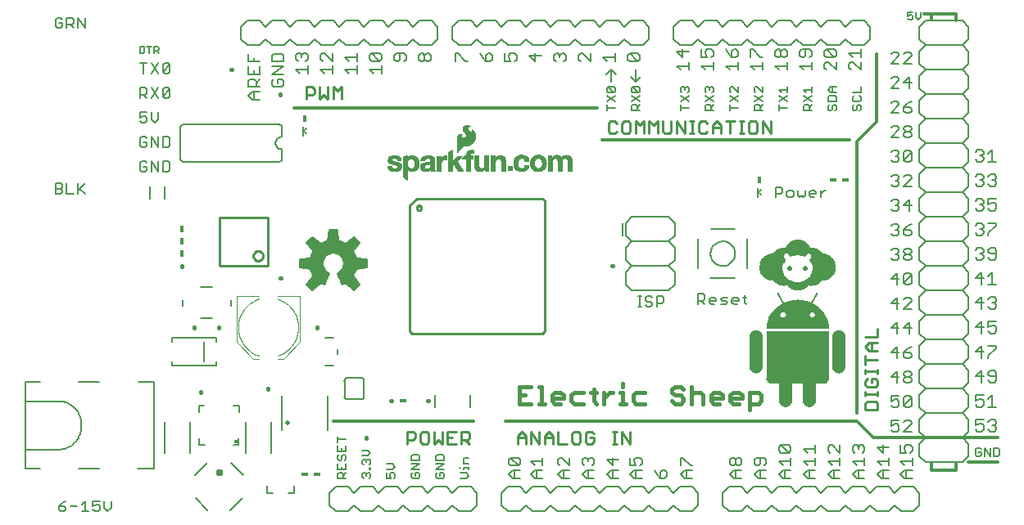
<source format=gto>
G75*
G70*
%OFA0B0*%
%FSLAX24Y24*%
%IPPOS*%
%LPD*%
%AMOC8*
5,1,8,0,0,1.08239X$1,22.5*
%
%ADD10C,0.0150*%
%ADD11C,0.0080*%
%ADD12C,0.0050*%
%ADD13C,0.0100*%
%ADD14C,0.0060*%
%ADD15C,0.0120*%
%ADD16C,0.0090*%
%ADD17C,0.0160*%
%ADD18R,0.0280X0.0160*%
%ADD19R,0.0160X0.0280*%
%ADD20C,0.0059*%
%ADD21C,0.0010*%
%ADD22R,0.0195X0.0191*%
%ADD23C,0.0157*%
%ADD24C,0.0040*%
%ADD25R,0.0167X0.0177*%
%ADD26R,0.0110X0.0010*%
%ADD27R,0.0180X0.0010*%
%ADD28R,0.0170X0.0010*%
%ADD29R,0.0220X0.0010*%
%ADD30R,0.0280X0.0010*%
%ADD31R,0.0300X0.0010*%
%ADD32R,0.0320X0.0010*%
%ADD33R,0.0350X0.0010*%
%ADD34R,0.0380X0.0010*%
%ADD35R,0.0400X0.0010*%
%ADD36R,0.0420X0.0010*%
%ADD37R,0.0410X0.0010*%
%ADD38R,0.0430X0.0010*%
%ADD39R,0.0440X0.0010*%
%ADD40R,0.0450X0.0010*%
%ADD41R,0.0460X0.0010*%
%ADD42R,0.0470X0.0010*%
%ADD43R,0.0480X0.0010*%
%ADD44R,0.0490X0.0010*%
%ADD45R,0.0500X0.0010*%
%ADD46R,0.0510X0.0010*%
%ADD47R,0.0520X0.0010*%
%ADD48R,0.0530X0.0010*%
%ADD49R,0.0540X0.0010*%
%ADD50R,0.0550X0.0010*%
%ADD51R,0.0560X0.0010*%
%ADD52R,0.2150X0.0010*%
%ADD53R,0.2250X0.0010*%
%ADD54R,0.2290X0.0010*%
%ADD55R,0.2310X0.0010*%
%ADD56R,0.2330X0.0010*%
%ADD57R,0.2370X0.0010*%
%ADD58R,0.2390X0.0010*%
%ADD59R,0.2410X0.0010*%
%ADD60R,0.2420X0.0010*%
%ADD61R,0.2440X0.0010*%
%ADD62R,0.2450X0.0010*%
%ADD63R,0.2470X0.0010*%
%ADD64R,0.2480X0.0010*%
%ADD65R,0.2490X0.0010*%
%ADD66R,0.2500X0.0010*%
%ADD67R,0.2510X0.0010*%
%ADD68R,0.2520X0.0010*%
%ADD69R,0.2530X0.0010*%
%ADD70R,0.0050X0.0010*%
%ADD71R,0.0140X0.0010*%
%ADD72R,0.0150X0.0010*%
%ADD73R,0.0230X0.0010*%
%ADD74R,0.0260X0.0010*%
%ADD75R,0.0290X0.0010*%
%ADD76R,0.0310X0.0010*%
%ADD77R,0.0340X0.0010*%
%ADD78R,0.0370X0.0010*%
%ADD79R,0.0390X0.0010*%
%ADD80R,0.0360X0.0010*%
%ADD81R,0.0240X0.0010*%
%ADD82R,0.0200X0.0010*%
%ADD83R,0.0070X0.0010*%
%ADD84R,0.2540X0.0010*%
%ADD85R,0.2460X0.0010*%
%ADD86R,0.2430X0.0010*%
%ADD87R,0.2400X0.0010*%
%ADD88R,0.2380X0.0010*%
%ADD89R,0.2360X0.0010*%
%ADD90R,0.2340X0.0010*%
%ADD91R,0.1090X0.0010*%
%ADD92R,0.1060X0.0010*%
%ADD93R,0.1040X0.0010*%
%ADD94R,0.1020X0.0010*%
%ADD95R,0.1000X0.0010*%
%ADD96R,0.0980X0.0010*%
%ADD97R,0.0960X0.0010*%
%ADD98R,0.0970X0.0010*%
%ADD99R,0.0990X0.0010*%
%ADD100R,0.1080X0.0010*%
%ADD101R,0.1120X0.0010*%
%ADD102R,0.2060X0.0010*%
%ADD103R,0.2040X0.0010*%
%ADD104R,0.2020X0.0010*%
%ADD105R,0.2000X0.0010*%
%ADD106R,0.1990X0.0010*%
%ADD107R,0.1980X0.0010*%
%ADD108R,0.1960X0.0010*%
%ADD109R,0.1940X0.0010*%
%ADD110R,0.1920X0.0010*%
%ADD111R,0.1900X0.0010*%
%ADD112R,0.1880X0.0010*%
%ADD113R,0.1860X0.0010*%
%ADD114R,0.1840X0.0010*%
%ADD115R,0.1820X0.0010*%
%ADD116R,0.1800X0.0010*%
%ADD117R,0.1770X0.0010*%
%ADD118R,0.1760X0.0010*%
%ADD119R,0.1730X0.0010*%
%ADD120R,0.1700X0.0010*%
%ADD121R,0.1680X0.0010*%
%ADD122R,0.1660X0.0010*%
%ADD123R,0.1630X0.0010*%
%ADD124R,0.1600X0.0010*%
%ADD125R,0.1580X0.0010*%
%ADD126R,0.1560X0.0010*%
%ADD127R,0.1530X0.0010*%
%ADD128R,0.1490X0.0010*%
%ADD129R,0.1460X0.0010*%
%ADD130R,0.1440X0.0010*%
%ADD131R,0.1400X0.0010*%
%ADD132R,0.1360X0.0010*%
%ADD133R,0.1330X0.0010*%
%ADD134R,0.1300X0.0010*%
%ADD135R,0.1270X0.0010*%
%ADD136R,0.1210X0.0010*%
%ADD137R,0.1150X0.0010*%
%ADD138R,0.0080X0.0010*%
%ADD139R,0.0920X0.0010*%
%ADD140R,0.0820X0.0010*%
%ADD141R,0.0770X0.0010*%
%ADD142R,0.0720X0.0010*%
%ADD143R,0.0660X0.0010*%
%ADD144R,0.0060X0.0010*%
%ADD145R,0.0040X0.0010*%
%ADD146R,0.0020X0.0010*%
%ADD147R,0.0600X0.0010*%
%ADD148R,0.0630X0.0010*%
%ADD149R,0.0680X0.0010*%
%ADD150R,0.0710X0.0010*%
%ADD151R,0.0730X0.0010*%
%ADD152R,0.0750X0.0010*%
%ADD153R,0.0790X0.0010*%
%ADD154R,0.0810X0.0010*%
%ADD155R,0.0840X0.0010*%
%ADD156R,0.0190X0.0010*%
%ADD157R,0.1430X0.0010*%
%ADD158R,0.1480X0.0010*%
%ADD159R,0.1520X0.0010*%
%ADD160R,0.1620X0.0010*%
%ADD161R,0.1650X0.0010*%
%ADD162R,0.1740X0.0010*%
%ADD163R,0.1790X0.0010*%
%ADD164R,0.0780X0.0010*%
%ADD165R,0.0760X0.0010*%
%ADD166R,0.0740X0.0010*%
%ADD167R,0.0700X0.0010*%
%ADD168R,0.0690X0.0010*%
%ADD169R,0.0800X0.0010*%
%ADD170R,0.0830X0.0010*%
%ADD171R,0.0860X0.0010*%
%ADD172R,0.0850X0.0010*%
%ADD173R,0.0870X0.0010*%
%ADD174R,0.0880X0.0010*%
%ADD175R,0.0890X0.0010*%
%ADD176R,0.0900X0.0010*%
%ADD177R,0.0910X0.0010*%
%ADD178R,0.0100X0.0010*%
%ADD179R,0.0090X0.0010*%
%ADD180R,0.0120X0.0010*%
%ADD181R,0.0130X0.0010*%
%ADD182R,0.0930X0.0010*%
%ADD183R,0.0160X0.0010*%
%ADD184R,0.0940X0.0010*%
%ADD185R,0.0950X0.0010*%
%ADD186R,0.0030X0.0010*%
%ADD187R,0.0250X0.0010*%
%ADD188R,0.0670X0.0010*%
%ADD189R,0.0640X0.0010*%
%ADD190R,0.0620X0.0010*%
%ADD191R,0.1970X0.0010*%
%ADD192R,0.1950X0.0010*%
%ADD193R,0.1930X0.0010*%
%ADD194R,0.1720X0.0010*%
%ADD195R,0.1550X0.0010*%
%ADD196R,0.1470X0.0010*%
%ADD197R,0.1420X0.0010*%
%ADD198R,0.1280X0.0010*%
%ADD199R,0.0610X0.0010*%
%ADD200R,0.0570X0.0010*%
%ADD201R,0.0330X0.0010*%
D10*
X021204Y005375D02*
X021678Y005375D01*
X021996Y005375D02*
X022233Y005375D01*
X022115Y005375D02*
X022115Y006086D01*
X021996Y006086D01*
X021678Y006086D02*
X021204Y006086D01*
X021204Y005375D01*
X021204Y005730D02*
X021441Y005730D01*
X022524Y005730D02*
X022524Y005493D01*
X022643Y005375D01*
X022879Y005375D01*
X022998Y005612D02*
X022524Y005612D01*
X022524Y005730D02*
X022643Y005849D01*
X022879Y005849D01*
X022998Y005730D01*
X022998Y005612D01*
X023316Y005730D02*
X023316Y005493D01*
X023434Y005375D01*
X023790Y005375D01*
X024226Y005493D02*
X024345Y005375D01*
X024226Y005493D02*
X024226Y005967D01*
X024108Y005849D02*
X024345Y005849D01*
X024636Y005849D02*
X024636Y005375D01*
X024636Y005612D02*
X024873Y005849D01*
X024991Y005849D01*
X025296Y005849D02*
X025414Y005849D01*
X025414Y005375D01*
X025296Y005375D02*
X025533Y005375D01*
X025824Y005493D02*
X025942Y005375D01*
X026297Y005375D01*
X025824Y005493D02*
X025824Y005730D01*
X025942Y005849D01*
X026297Y005849D01*
X025414Y006086D02*
X025414Y006204D01*
X023790Y005849D02*
X023434Y005849D01*
X023316Y005730D01*
X027407Y005849D02*
X027526Y005730D01*
X027763Y005730D01*
X027881Y005612D01*
X027881Y005493D01*
X027763Y005375D01*
X027526Y005375D01*
X027407Y005493D01*
X027407Y005849D02*
X027407Y005967D01*
X027526Y006086D01*
X027763Y006086D01*
X027881Y005967D01*
X028199Y006086D02*
X028199Y005375D01*
X028199Y005730D02*
X028318Y005849D01*
X028555Y005849D01*
X028673Y005730D01*
X028673Y005375D01*
X028991Y005493D02*
X028991Y005730D01*
X029110Y005849D01*
X029346Y005849D01*
X029465Y005730D01*
X029465Y005612D01*
X028991Y005612D01*
X028991Y005493D02*
X029110Y005375D01*
X029346Y005375D01*
X029783Y005493D02*
X029783Y005730D01*
X029901Y005849D01*
X030138Y005849D01*
X030257Y005730D01*
X030257Y005612D01*
X029783Y005612D01*
X029783Y005493D02*
X029901Y005375D01*
X030138Y005375D01*
X030575Y005375D02*
X030930Y005375D01*
X031049Y005493D01*
X031049Y005730D01*
X030930Y005849D01*
X030575Y005849D01*
X030575Y005138D01*
D11*
X002539Y000990D02*
X002469Y001060D01*
X002469Y001200D01*
X002680Y001200D01*
X002750Y001130D01*
X002750Y001060D01*
X002680Y000990D01*
X002539Y000990D01*
X002469Y001200D02*
X002609Y001340D01*
X002750Y001410D01*
X002930Y001200D02*
X003210Y001200D01*
X003390Y001270D02*
X003530Y001410D01*
X003530Y000990D01*
X003390Y000990D02*
X003670Y000990D01*
X003851Y001060D02*
X003921Y000990D01*
X004061Y000990D01*
X004131Y001060D01*
X004131Y001200D01*
X004061Y001270D01*
X003991Y001270D01*
X003851Y001200D01*
X003851Y001410D01*
X004131Y001410D01*
X004311Y001410D02*
X004311Y001130D01*
X004451Y000990D01*
X004591Y001130D01*
X004591Y001410D01*
X004094Y002728D02*
X003267Y002728D01*
X001692Y002728D02*
X001101Y002728D01*
X001101Y003516D01*
X002479Y003516D01*
X002538Y003520D01*
X002597Y003529D01*
X002655Y003541D01*
X002712Y003556D01*
X002768Y003575D01*
X002823Y003598D01*
X002876Y003624D01*
X002928Y003653D01*
X002977Y003685D01*
X003025Y003721D01*
X003070Y003759D01*
X003113Y003800D01*
X003153Y003844D01*
X003190Y003890D01*
X003224Y003938D01*
X003255Y003989D01*
X003283Y004041D01*
X003307Y004095D01*
X003328Y004150D01*
X003346Y004207D01*
X003360Y004265D01*
X003370Y004323D01*
X003377Y004382D01*
X003380Y004441D01*
X003379Y004500D01*
X003380Y004559D01*
X003377Y004618D01*
X003370Y004677D01*
X003360Y004735D01*
X003346Y004793D01*
X003328Y004850D01*
X003307Y004905D01*
X003283Y004959D01*
X003255Y005011D01*
X003224Y005062D01*
X003190Y005110D01*
X003153Y005156D01*
X003113Y005200D01*
X003070Y005241D01*
X003025Y005279D01*
X002977Y005315D01*
X002928Y005347D01*
X002876Y005376D01*
X002823Y005402D01*
X002768Y005425D01*
X002712Y005444D01*
X002655Y005459D01*
X002597Y005471D01*
X002538Y005480D01*
X002479Y005484D01*
X001101Y005484D01*
X001101Y003516D01*
X001101Y005484D02*
X001101Y006272D01*
X001692Y006272D01*
X003267Y006272D02*
X004094Y006272D01*
X005708Y006272D02*
X006338Y006272D01*
X006338Y002728D01*
X005668Y002728D01*
X006768Y003370D02*
X006768Y004630D01*
X007791Y004630D02*
X007791Y003370D01*
X008179Y003710D02*
X008179Y003970D01*
X008179Y003710D02*
X008389Y003710D01*
X008505Y002974D02*
X008016Y002474D01*
X008026Y001536D02*
X008505Y001046D01*
X009444Y001056D02*
X009943Y001526D01*
X010928Y001724D02*
X010928Y002039D01*
X010928Y001724D02*
X011164Y001724D01*
X011794Y001724D02*
X012031Y001724D01*
X012031Y002039D01*
X013479Y001750D02*
X013729Y002000D01*
X014229Y002000D01*
X014479Y001750D01*
X014729Y002000D01*
X015229Y002000D01*
X015479Y001750D01*
X015729Y002000D01*
X016229Y002000D01*
X016479Y001750D01*
X016729Y002000D01*
X017229Y002000D01*
X017479Y001750D01*
X017729Y002000D01*
X018229Y002000D01*
X018479Y001750D01*
X018729Y002000D01*
X019229Y002000D01*
X019479Y001750D01*
X019479Y001250D01*
X019229Y001000D01*
X018729Y001000D01*
X018479Y001250D01*
X018229Y001000D01*
X017729Y001000D01*
X017479Y001250D01*
X017229Y001000D01*
X016729Y001000D01*
X016479Y001250D01*
X016229Y001000D01*
X015729Y001000D01*
X015479Y001250D01*
X015229Y001000D01*
X014729Y001000D01*
X014479Y001250D01*
X014229Y001000D01*
X013729Y001000D01*
X013479Y001250D01*
X013479Y001750D01*
X011091Y003370D02*
X011091Y004630D01*
X011712Y004610D02*
X011714Y004625D01*
X011720Y004638D01*
X011729Y004650D01*
X011740Y004659D01*
X011754Y004665D01*
X011769Y004667D01*
X011784Y004665D01*
X011797Y004659D01*
X011809Y004650D01*
X011818Y004639D01*
X011824Y004625D01*
X011826Y004610D01*
X011824Y004595D01*
X011818Y004582D01*
X011809Y004570D01*
X011798Y004561D01*
X011784Y004555D01*
X011769Y004553D01*
X011754Y004555D01*
X011741Y004561D01*
X011729Y004570D01*
X011720Y004581D01*
X011714Y004595D01*
X011712Y004610D01*
X010068Y004630D02*
X010068Y003370D01*
X009779Y003710D02*
X009779Y003970D01*
X009779Y003710D02*
X009569Y003710D01*
X009454Y002964D02*
X009953Y002474D01*
X009789Y005040D02*
X009789Y005300D01*
X009579Y005300D01*
X008379Y005300D02*
X008169Y005300D01*
X008169Y005040D01*
X008885Y006929D02*
X007074Y006929D01*
X007074Y007106D01*
X007074Y007894D02*
X007074Y008071D01*
X008885Y008071D01*
X008885Y007894D01*
X008373Y007894D02*
X008373Y007106D01*
X008885Y007106D02*
X008885Y006929D01*
X008716Y008870D02*
X008243Y008870D01*
X007495Y009382D02*
X007495Y009618D01*
X008243Y010130D02*
X008716Y010130D01*
X009464Y009618D02*
X009464Y009382D01*
X013310Y008060D02*
X013648Y008060D01*
X013798Y007606D02*
X013798Y007394D01*
X013648Y006940D02*
X013310Y006940D01*
X017771Y005756D02*
X017771Y005244D01*
X019188Y005244D02*
X019188Y005756D01*
X020839Y003186D02*
X021159Y002866D01*
X021239Y002946D01*
X021239Y003106D01*
X021159Y003186D01*
X020839Y003186D01*
X020759Y003106D01*
X020759Y002946D01*
X020839Y002866D01*
X021159Y002866D01*
X021239Y002670D02*
X020919Y002670D01*
X020759Y002510D01*
X020919Y002350D01*
X021239Y002350D01*
X020999Y002350D02*
X020999Y002670D01*
X021659Y002510D02*
X021819Y002670D01*
X022139Y002670D01*
X022139Y002866D02*
X022139Y003186D01*
X022139Y003026D02*
X021659Y003026D01*
X021819Y002866D01*
X021899Y002670D02*
X021899Y002350D01*
X021819Y002350D02*
X021659Y002510D01*
X021819Y002350D02*
X022139Y002350D01*
X022229Y002000D02*
X021729Y002000D01*
X021479Y001750D01*
X021229Y002000D01*
X020729Y002000D01*
X020479Y001750D01*
X020479Y001250D01*
X020729Y001000D01*
X021229Y001000D01*
X021479Y001250D01*
X021729Y001000D01*
X022229Y001000D01*
X022479Y001250D01*
X022729Y001000D01*
X023229Y001000D01*
X023479Y001250D01*
X023729Y001000D01*
X024229Y001000D01*
X024479Y001250D01*
X024729Y001000D01*
X025229Y001000D01*
X025479Y001250D01*
X025729Y001000D01*
X026229Y001000D01*
X026479Y001250D01*
X026729Y001000D01*
X027229Y001000D01*
X027479Y001250D01*
X027729Y001000D01*
X028229Y001000D01*
X028479Y001250D01*
X028479Y001750D01*
X028229Y002000D01*
X027729Y002000D01*
X027479Y001750D01*
X027229Y002000D01*
X026729Y002000D01*
X026479Y001750D01*
X026229Y002000D01*
X025729Y002000D01*
X025479Y001750D01*
X025229Y002000D01*
X024729Y002000D01*
X024479Y001750D01*
X024229Y002000D01*
X023729Y002000D01*
X023479Y001750D01*
X023229Y002000D01*
X022729Y002000D01*
X022479Y001750D01*
X022229Y002000D01*
X022759Y002510D02*
X022919Y002350D01*
X023239Y002350D01*
X022999Y002350D02*
X022999Y002670D01*
X022919Y002670D02*
X023239Y002670D01*
X023239Y002866D02*
X022919Y003186D01*
X022839Y003186D01*
X022759Y003106D01*
X022759Y002946D01*
X022839Y002866D01*
X022919Y002670D02*
X022759Y002510D01*
X023239Y002866D02*
X023239Y003186D01*
X023759Y003106D02*
X023759Y002946D01*
X023839Y002866D01*
X023919Y002670D02*
X023759Y002510D01*
X023919Y002350D01*
X024239Y002350D01*
X023999Y002350D02*
X023999Y002670D01*
X023919Y002670D02*
X024239Y002670D01*
X024159Y002866D02*
X024239Y002946D01*
X024239Y003106D01*
X024159Y003186D01*
X024079Y003186D01*
X023999Y003106D01*
X023999Y003026D01*
X023999Y003106D02*
X023919Y003186D01*
X023839Y003186D01*
X023759Y003106D01*
X024759Y003106D02*
X024999Y002866D01*
X024999Y003186D01*
X025239Y003106D02*
X024759Y003106D01*
X024919Y002670D02*
X025239Y002670D01*
X024999Y002670D02*
X024999Y002350D01*
X024919Y002350D02*
X024759Y002510D01*
X024919Y002670D01*
X024919Y002350D02*
X025239Y002350D01*
X025709Y002510D02*
X025869Y002670D01*
X026189Y002670D01*
X026109Y002866D02*
X026189Y002946D01*
X026189Y003106D01*
X026109Y003186D01*
X025949Y003186D01*
X025869Y003106D01*
X025869Y003026D01*
X025949Y002866D01*
X025709Y002866D01*
X025709Y003186D01*
X025949Y002670D02*
X025949Y002350D01*
X025869Y002350D02*
X026189Y002350D01*
X025869Y002350D02*
X025709Y002510D01*
X026709Y002670D02*
X026789Y002510D01*
X026949Y002350D01*
X026949Y002590D01*
X027029Y002670D01*
X027109Y002670D01*
X027189Y002590D01*
X027189Y002430D01*
X027109Y002350D01*
X026949Y002350D01*
X027759Y002510D02*
X027919Y002350D01*
X028239Y002350D01*
X027999Y002350D02*
X027999Y002670D01*
X027919Y002670D02*
X028239Y002670D01*
X028239Y002866D02*
X028159Y002866D01*
X027839Y003186D01*
X027759Y003186D01*
X027759Y002866D01*
X027919Y002670D02*
X027759Y002510D01*
X029479Y001750D02*
X029729Y002000D01*
X030229Y002000D01*
X030479Y001750D01*
X030729Y002000D01*
X031229Y002000D01*
X031479Y001750D01*
X031729Y002000D01*
X032229Y002000D01*
X032479Y001750D01*
X032729Y002000D01*
X033229Y002000D01*
X033479Y001750D01*
X033729Y002000D01*
X034229Y002000D01*
X034479Y001750D01*
X034729Y002000D01*
X035229Y002000D01*
X035479Y001750D01*
X035729Y002000D01*
X036229Y002000D01*
X036479Y001750D01*
X036729Y002000D01*
X037229Y002000D01*
X037479Y001750D01*
X037479Y001250D01*
X037229Y001000D01*
X036729Y001000D01*
X036479Y001250D01*
X036229Y001000D01*
X035729Y001000D01*
X035479Y001250D01*
X035229Y001000D01*
X034729Y001000D01*
X034479Y001250D01*
X034229Y001000D01*
X033729Y001000D01*
X033479Y001250D01*
X033229Y001000D01*
X032729Y001000D01*
X032479Y001250D01*
X032229Y001000D01*
X031729Y001000D01*
X031479Y001250D01*
X031229Y001000D01*
X030729Y001000D01*
X030479Y001250D01*
X030229Y001000D01*
X029729Y001000D01*
X029479Y001250D01*
X029479Y001750D01*
X029919Y002350D02*
X029759Y002510D01*
X029919Y002670D01*
X030239Y002670D01*
X030159Y002866D02*
X030079Y002866D01*
X029999Y002946D01*
X029999Y003106D01*
X030079Y003186D01*
X030159Y003186D01*
X030239Y003106D01*
X030239Y002946D01*
X030159Y002866D01*
X029999Y002946D02*
X029919Y002866D01*
X029839Y002866D01*
X029759Y002946D01*
X029759Y003106D01*
X029839Y003186D01*
X029919Y003186D01*
X029999Y003106D01*
X029999Y002670D02*
X029999Y002350D01*
X029919Y002350D02*
X030239Y002350D01*
X030759Y002510D02*
X030919Y002670D01*
X031239Y002670D01*
X031159Y002866D02*
X031239Y002946D01*
X031239Y003106D01*
X031159Y003186D01*
X030839Y003186D01*
X030759Y003106D01*
X030759Y002946D01*
X030839Y002866D01*
X030919Y002866D01*
X030999Y002946D01*
X030999Y003186D01*
X030999Y002670D02*
X030999Y002350D01*
X030919Y002350D02*
X030759Y002510D01*
X030919Y002350D02*
X031239Y002350D01*
X031759Y002510D02*
X031919Y002350D01*
X032239Y002350D01*
X031999Y002350D02*
X031999Y002670D01*
X031919Y002670D02*
X032239Y002670D01*
X032239Y002866D02*
X032239Y003186D01*
X032239Y003026D02*
X031759Y003026D01*
X031919Y002866D01*
X031919Y002670D02*
X031759Y002510D01*
X032759Y002510D02*
X032919Y002670D01*
X033239Y002670D01*
X033239Y002866D02*
X033239Y003186D01*
X033239Y003026D02*
X032759Y003026D01*
X032919Y002866D01*
X032999Y002670D02*
X032999Y002350D01*
X032919Y002350D02*
X032759Y002510D01*
X032919Y002350D02*
X033239Y002350D01*
X033759Y002510D02*
X033919Y002350D01*
X034239Y002350D01*
X033999Y002350D02*
X033999Y002670D01*
X033919Y002670D02*
X034239Y002670D01*
X034239Y002866D02*
X034239Y003186D01*
X034239Y003026D02*
X033759Y003026D01*
X033919Y002866D01*
X033919Y002670D02*
X033759Y002510D01*
X034759Y002510D02*
X034919Y002350D01*
X035239Y002350D01*
X034999Y002350D02*
X034999Y002670D01*
X034919Y002670D02*
X035239Y002670D01*
X035239Y002866D02*
X035239Y003186D01*
X035239Y003026D02*
X034759Y003026D01*
X034919Y002866D01*
X034919Y002670D02*
X034759Y002510D01*
X035759Y002510D02*
X035919Y002670D01*
X036239Y002670D01*
X036239Y002866D02*
X036239Y003186D01*
X036239Y003026D02*
X035759Y003026D01*
X035919Y002866D01*
X035999Y002670D02*
X035999Y002350D01*
X035919Y002350D02*
X035759Y002510D01*
X035919Y002350D02*
X036239Y002350D01*
X036709Y002510D02*
X036869Y002670D01*
X037189Y002670D01*
X037189Y002866D02*
X037189Y003186D01*
X037189Y003026D02*
X036709Y003026D01*
X036869Y002866D01*
X036949Y002670D02*
X036949Y002350D01*
X036869Y002350D02*
X036709Y002510D01*
X036869Y002350D02*
X037189Y002350D01*
X037729Y003000D02*
X039229Y003000D01*
X039479Y003250D01*
X039479Y003750D01*
X039229Y004000D01*
X037729Y004000D01*
X037479Y003750D01*
X037479Y003250D01*
X037729Y003000D01*
X037189Y003461D02*
X037109Y003381D01*
X037189Y003461D02*
X037189Y003621D01*
X037109Y003702D01*
X036949Y003702D01*
X036869Y003621D01*
X036869Y003541D01*
X036949Y003381D01*
X036709Y003381D01*
X036709Y003702D01*
X036239Y003621D02*
X035759Y003621D01*
X035999Y003381D01*
X035999Y003702D01*
X036409Y004240D02*
X036329Y004320D01*
X036409Y004240D02*
X036570Y004240D01*
X036650Y004320D01*
X036650Y004480D01*
X036570Y004560D01*
X036489Y004560D01*
X036329Y004480D01*
X036329Y004720D01*
X036650Y004720D01*
X036845Y004640D02*
X036925Y004720D01*
X037085Y004720D01*
X037165Y004640D01*
X037165Y004560D01*
X036845Y004240D01*
X037165Y004240D01*
X037085Y005240D02*
X036925Y005240D01*
X036845Y005320D01*
X037165Y005640D01*
X037165Y005320D01*
X037085Y005240D01*
X036845Y005320D02*
X036845Y005640D01*
X036925Y005720D01*
X037085Y005720D01*
X037165Y005640D01*
X036650Y005720D02*
X036329Y005720D01*
X036329Y005480D01*
X036489Y005560D01*
X036570Y005560D01*
X036650Y005480D01*
X036650Y005320D01*
X036570Y005240D01*
X036409Y005240D01*
X036329Y005320D01*
X036570Y006240D02*
X036570Y006720D01*
X036329Y006480D01*
X036650Y006480D01*
X036845Y006400D02*
X036925Y006480D01*
X037085Y006480D01*
X037165Y006400D01*
X037165Y006320D01*
X037085Y006240D01*
X036925Y006240D01*
X036845Y006320D01*
X036845Y006400D01*
X036925Y006480D02*
X036845Y006560D01*
X036845Y006640D01*
X036925Y006720D01*
X037085Y006720D01*
X037165Y006640D01*
X037165Y006560D01*
X037085Y006480D01*
X037085Y007240D02*
X036925Y007240D01*
X036845Y007320D01*
X036845Y007480D01*
X037085Y007480D01*
X037165Y007400D01*
X037165Y007320D01*
X037085Y007240D01*
X036845Y007480D02*
X037005Y007640D01*
X037165Y007720D01*
X036650Y007480D02*
X036329Y007480D01*
X036570Y007720D01*
X036570Y007240D01*
X036570Y008240D02*
X036570Y008720D01*
X036329Y008480D01*
X036650Y008480D01*
X036845Y008480D02*
X037165Y008480D01*
X037085Y008240D02*
X037085Y008720D01*
X036845Y008480D01*
X036845Y009240D02*
X037165Y009560D01*
X037165Y009640D01*
X037085Y009720D01*
X036925Y009720D01*
X036845Y009640D01*
X036650Y009480D02*
X036329Y009480D01*
X036570Y009720D01*
X036570Y009240D01*
X036845Y009240D02*
X037165Y009240D01*
X037085Y010240D02*
X036925Y010240D01*
X036845Y010320D01*
X037165Y010640D01*
X037165Y010320D01*
X037085Y010240D01*
X036845Y010320D02*
X036845Y010640D01*
X036925Y010720D01*
X037085Y010720D01*
X037165Y010640D01*
X036650Y010480D02*
X036329Y010480D01*
X036570Y010720D01*
X036570Y010240D01*
X036570Y011240D02*
X036409Y011240D01*
X036329Y011320D01*
X036489Y011480D02*
X036570Y011480D01*
X036650Y011400D01*
X036650Y011320D01*
X036570Y011240D01*
X036570Y011480D02*
X036650Y011560D01*
X036650Y011640D01*
X036570Y011720D01*
X036409Y011720D01*
X036329Y011640D01*
X036845Y011640D02*
X036845Y011560D01*
X036925Y011480D01*
X037085Y011480D01*
X037165Y011400D01*
X037165Y011320D01*
X037085Y011240D01*
X036925Y011240D01*
X036845Y011320D01*
X036845Y011400D01*
X036925Y011480D01*
X037085Y011480D02*
X037165Y011560D01*
X037165Y011640D01*
X037085Y011720D01*
X036925Y011720D01*
X036845Y011640D01*
X036925Y012240D02*
X037085Y012240D01*
X037165Y012320D01*
X037165Y012400D01*
X037085Y012480D01*
X036845Y012480D01*
X036845Y012320D01*
X036925Y012240D01*
X036845Y012480D02*
X037005Y012640D01*
X037165Y012720D01*
X036650Y012640D02*
X036650Y012560D01*
X036570Y012480D01*
X036650Y012400D01*
X036650Y012320D01*
X036570Y012240D01*
X036409Y012240D01*
X036329Y012320D01*
X036489Y012480D02*
X036570Y012480D01*
X036650Y012640D02*
X036570Y012720D01*
X036409Y012720D01*
X036329Y012640D01*
X036409Y013240D02*
X036329Y013320D01*
X036409Y013240D02*
X036570Y013240D01*
X036650Y013320D01*
X036650Y013400D01*
X036570Y013480D01*
X036489Y013480D01*
X036570Y013480D02*
X036650Y013560D01*
X036650Y013640D01*
X036570Y013720D01*
X036409Y013720D01*
X036329Y013640D01*
X036845Y013480D02*
X037165Y013480D01*
X037085Y013240D02*
X037085Y013720D01*
X036845Y013480D01*
X036845Y014240D02*
X037165Y014560D01*
X037165Y014640D01*
X037085Y014720D01*
X036925Y014720D01*
X036845Y014640D01*
X036650Y014640D02*
X036650Y014560D01*
X036570Y014480D01*
X036650Y014400D01*
X036650Y014320D01*
X036570Y014240D01*
X036409Y014240D01*
X036329Y014320D01*
X036489Y014480D02*
X036570Y014480D01*
X036650Y014640D02*
X036570Y014720D01*
X036409Y014720D01*
X036329Y014640D01*
X036409Y015240D02*
X036329Y015320D01*
X036409Y015240D02*
X036570Y015240D01*
X036650Y015320D01*
X036650Y015400D01*
X036570Y015480D01*
X036489Y015480D01*
X036570Y015480D02*
X036650Y015560D01*
X036650Y015640D01*
X036570Y015720D01*
X036409Y015720D01*
X036329Y015640D01*
X036845Y015640D02*
X036845Y015320D01*
X037165Y015640D01*
X037165Y015320D01*
X037085Y015240D01*
X036925Y015240D01*
X036845Y015320D01*
X036845Y015640D02*
X036925Y015720D01*
X037085Y015720D01*
X037165Y015640D01*
X037085Y016240D02*
X036925Y016240D01*
X036845Y016320D01*
X036845Y016400D01*
X036925Y016480D01*
X037085Y016480D01*
X037165Y016400D01*
X037165Y016320D01*
X037085Y016240D01*
X037085Y016480D02*
X037165Y016560D01*
X037165Y016640D01*
X037085Y016720D01*
X036925Y016720D01*
X036845Y016640D01*
X036845Y016560D01*
X036925Y016480D01*
X036650Y016560D02*
X036329Y016240D01*
X036650Y016240D01*
X036650Y016560D02*
X036650Y016640D01*
X036570Y016720D01*
X036409Y016720D01*
X036329Y016640D01*
X036329Y017240D02*
X036650Y017560D01*
X036650Y017640D01*
X036570Y017720D01*
X036409Y017720D01*
X036329Y017640D01*
X036845Y017480D02*
X037085Y017480D01*
X037165Y017400D01*
X037165Y017320D01*
X037085Y017240D01*
X036925Y017240D01*
X036845Y017320D01*
X036845Y017480D01*
X037005Y017640D01*
X037165Y017720D01*
X037085Y018240D02*
X037085Y018720D01*
X036845Y018480D01*
X037165Y018480D01*
X036650Y018560D02*
X036650Y018640D01*
X036570Y018720D01*
X036409Y018720D01*
X036329Y018640D01*
X036650Y018560D02*
X036329Y018240D01*
X036650Y018240D01*
X036650Y017240D02*
X036329Y017240D01*
X035089Y018990D02*
X034769Y019310D01*
X034689Y019310D01*
X034609Y019230D01*
X034609Y019070D01*
X034689Y018990D01*
X035089Y018990D02*
X035089Y019310D01*
X035089Y019506D02*
X035089Y019826D01*
X035089Y019666D02*
X034609Y019666D01*
X034769Y019506D01*
X034729Y020000D02*
X035229Y020000D01*
X035479Y020250D01*
X035479Y020750D01*
X035229Y021000D01*
X034729Y021000D01*
X034479Y020750D01*
X034229Y021000D01*
X033729Y021000D01*
X033479Y020750D01*
X033229Y021000D01*
X032729Y021000D01*
X032479Y020750D01*
X032229Y021000D01*
X031729Y021000D01*
X031479Y020750D01*
X031229Y021000D01*
X030729Y021000D01*
X030479Y020750D01*
X030229Y021000D01*
X029729Y021000D01*
X029479Y020750D01*
X029229Y021000D01*
X028729Y021000D01*
X028479Y020750D01*
X028229Y021000D01*
X027729Y021000D01*
X027479Y020750D01*
X027479Y020250D01*
X027729Y020000D01*
X028229Y020000D01*
X028479Y020250D01*
X028729Y020000D01*
X029229Y020000D01*
X029479Y020250D01*
X029729Y020000D01*
X030229Y020000D01*
X030479Y020250D01*
X030729Y020000D01*
X031229Y020000D01*
X031479Y020250D01*
X031729Y020000D01*
X032229Y020000D01*
X032479Y020250D01*
X032729Y020000D01*
X033229Y020000D01*
X033479Y020250D01*
X033729Y020000D01*
X034229Y020000D01*
X034479Y020250D01*
X034729Y020000D01*
X034089Y019746D02*
X034089Y019586D01*
X034009Y019506D01*
X033689Y019826D01*
X034009Y019826D01*
X034089Y019746D01*
X034009Y019506D02*
X033689Y019506D01*
X033609Y019586D01*
X033609Y019746D01*
X033689Y019826D01*
X033089Y019746D02*
X033009Y019826D01*
X032689Y019826D01*
X032609Y019746D01*
X032609Y019586D01*
X032689Y019506D01*
X032769Y019506D01*
X032849Y019586D01*
X032849Y019826D01*
X033089Y019746D02*
X033089Y019586D01*
X033009Y019506D01*
X033089Y019310D02*
X033089Y018990D01*
X033089Y019150D02*
X032609Y019150D01*
X032769Y018990D01*
X032089Y018990D02*
X032089Y019310D01*
X032089Y019150D02*
X031609Y019150D01*
X031769Y018990D01*
X031769Y019506D02*
X031689Y019506D01*
X031609Y019586D01*
X031609Y019746D01*
X031689Y019826D01*
X031769Y019826D01*
X031849Y019746D01*
X031849Y019586D01*
X031769Y019506D01*
X031849Y019586D02*
X031929Y019506D01*
X032009Y019506D01*
X032089Y019586D01*
X032089Y019746D01*
X032009Y019826D01*
X031929Y019826D01*
X031849Y019746D01*
X031089Y019506D02*
X031009Y019506D01*
X030689Y019826D01*
X030609Y019826D01*
X030609Y019506D01*
X030609Y019150D02*
X031089Y019150D01*
X031089Y018990D02*
X031089Y019310D01*
X030769Y018990D02*
X030609Y019150D01*
X030089Y019150D02*
X029609Y019150D01*
X029769Y018990D01*
X030089Y018990D02*
X030089Y019310D01*
X030009Y019506D02*
X030089Y019586D01*
X030089Y019746D01*
X030009Y019826D01*
X029929Y019826D01*
X029849Y019746D01*
X029849Y019506D01*
X030009Y019506D01*
X029849Y019506D02*
X029689Y019666D01*
X029609Y019826D01*
X029089Y019746D02*
X029089Y019586D01*
X029009Y019506D01*
X028849Y019506D02*
X028769Y019666D01*
X028769Y019746D01*
X028849Y019826D01*
X029009Y019826D01*
X029089Y019746D01*
X028849Y019506D02*
X028609Y019506D01*
X028609Y019826D01*
X028089Y019746D02*
X027609Y019746D01*
X027849Y019506D01*
X027849Y019826D01*
X028089Y019310D02*
X028089Y018990D01*
X028089Y019150D02*
X027609Y019150D01*
X027769Y018990D01*
X028609Y019150D02*
X028769Y018990D01*
X028609Y019150D02*
X029089Y019150D01*
X029089Y018990D02*
X029089Y019310D01*
X026479Y020250D02*
X026229Y020000D01*
X025729Y020000D01*
X025479Y020250D01*
X025229Y020000D01*
X024729Y020000D01*
X024479Y020250D01*
X024229Y020000D01*
X023729Y020000D01*
X023479Y020250D01*
X023229Y020000D01*
X022729Y020000D01*
X022479Y020250D01*
X022229Y020000D01*
X021729Y020000D01*
X021479Y020250D01*
X021229Y020000D01*
X020729Y020000D01*
X020479Y020250D01*
X020229Y020000D01*
X019729Y020000D01*
X019479Y020250D01*
X019229Y020000D01*
X018729Y020000D01*
X018479Y020250D01*
X018479Y020750D01*
X018729Y021000D01*
X019229Y021000D01*
X019479Y020750D01*
X019729Y021000D01*
X020229Y021000D01*
X020479Y020750D01*
X020729Y021000D01*
X021229Y021000D01*
X021479Y020750D01*
X021729Y021000D01*
X022229Y021000D01*
X022479Y020750D01*
X022729Y021000D01*
X023229Y021000D01*
X023479Y020750D01*
X023729Y021000D01*
X024229Y021000D01*
X024479Y020750D01*
X024729Y021000D01*
X025229Y021000D01*
X025479Y020750D01*
X025729Y021000D01*
X026229Y021000D01*
X026479Y020750D01*
X026479Y020250D01*
X026009Y019660D02*
X025689Y019660D01*
X026009Y019340D01*
X026089Y019420D01*
X026089Y019580D01*
X026009Y019660D01*
X026009Y019340D02*
X025689Y019340D01*
X025609Y019420D01*
X025609Y019580D01*
X025689Y019660D01*
X025089Y019660D02*
X025089Y019340D01*
X025089Y019500D02*
X024609Y019500D01*
X024769Y019340D01*
X024929Y019000D02*
X025129Y018800D01*
X024929Y019000D02*
X024729Y018800D01*
X024929Y019000D02*
X024929Y018500D01*
X025729Y018700D02*
X025929Y018500D01*
X026129Y018700D01*
X025929Y018500D02*
X025929Y019000D01*
X024089Y019340D02*
X023769Y019660D01*
X023689Y019660D01*
X023609Y019580D01*
X023609Y019420D01*
X023689Y019340D01*
X024089Y019340D02*
X024089Y019660D01*
X023089Y019580D02*
X023089Y019420D01*
X023009Y019340D01*
X022849Y019500D02*
X022849Y019580D01*
X022929Y019660D01*
X023009Y019660D01*
X023089Y019580D01*
X022849Y019580D02*
X022769Y019660D01*
X022689Y019660D01*
X022609Y019580D01*
X022609Y019420D01*
X022689Y019340D01*
X022089Y019580D02*
X021609Y019580D01*
X021849Y019340D01*
X021849Y019660D01*
X021089Y019580D02*
X021089Y019420D01*
X021009Y019340D01*
X020849Y019340D02*
X020769Y019500D01*
X020769Y019580D01*
X020849Y019660D01*
X021009Y019660D01*
X021089Y019580D01*
X020849Y019340D02*
X020609Y019340D01*
X020609Y019660D01*
X020089Y019580D02*
X020089Y019420D01*
X020009Y019340D01*
X019849Y019340D01*
X019849Y019580D01*
X019929Y019660D01*
X020009Y019660D01*
X020089Y019580D01*
X019849Y019340D02*
X019689Y019500D01*
X019609Y019660D01*
X019089Y019340D02*
X019009Y019340D01*
X018689Y019660D01*
X018609Y019660D01*
X018609Y019340D01*
X017589Y019420D02*
X017509Y019340D01*
X017429Y019340D01*
X017349Y019420D01*
X017349Y019580D01*
X017429Y019660D01*
X017509Y019660D01*
X017589Y019580D01*
X017589Y019420D01*
X017349Y019420D02*
X017269Y019340D01*
X017189Y019340D01*
X017109Y019420D01*
X017109Y019580D01*
X017189Y019660D01*
X017269Y019660D01*
X017349Y019580D01*
X017129Y020000D02*
X017629Y020000D01*
X017879Y020250D01*
X017879Y020750D01*
X017629Y021000D01*
X017129Y021000D01*
X016879Y020750D01*
X016629Y021000D01*
X016129Y021000D01*
X015879Y020750D01*
X015629Y021000D01*
X015129Y021000D01*
X014879Y020750D01*
X014629Y021000D01*
X014129Y021000D01*
X013879Y020750D01*
X013629Y021000D01*
X013129Y021000D01*
X012879Y020750D01*
X012629Y021000D01*
X012129Y021000D01*
X011879Y020750D01*
X011629Y021000D01*
X011129Y021000D01*
X010879Y020750D01*
X010629Y021000D01*
X010129Y021000D01*
X009879Y020750D01*
X009879Y020250D01*
X010129Y020000D01*
X010629Y020000D01*
X010879Y020250D01*
X011129Y020000D01*
X011629Y020000D01*
X011879Y020250D01*
X012129Y020000D01*
X012629Y020000D01*
X012879Y020250D01*
X013129Y020000D01*
X013629Y020000D01*
X013879Y020250D01*
X014129Y020000D01*
X014629Y020000D01*
X014879Y020250D01*
X015129Y020000D01*
X015629Y020000D01*
X015879Y020250D01*
X016129Y020000D01*
X016629Y020000D01*
X016879Y020250D01*
X017129Y020000D01*
X016589Y019580D02*
X016509Y019660D01*
X016189Y019660D01*
X016109Y019580D01*
X016109Y019420D01*
X016189Y019340D01*
X016269Y019340D01*
X016349Y019420D01*
X016349Y019660D01*
X016589Y019580D02*
X016589Y019420D01*
X016509Y019340D01*
X015589Y019436D02*
X015509Y019356D01*
X015189Y019676D01*
X015509Y019676D01*
X015589Y019596D01*
X015589Y019436D01*
X015509Y019356D02*
X015189Y019356D01*
X015109Y019436D01*
X015109Y019596D01*
X015189Y019676D01*
X014589Y019676D02*
X014589Y019356D01*
X014589Y019516D02*
X014109Y019516D01*
X014269Y019356D01*
X014589Y019160D02*
X014589Y018840D01*
X014589Y019000D02*
X014109Y019000D01*
X014269Y018840D01*
X013589Y018840D02*
X013589Y019160D01*
X013589Y019000D02*
X013109Y019000D01*
X013269Y018840D01*
X013189Y019356D02*
X013109Y019436D01*
X013109Y019596D01*
X013189Y019676D01*
X013269Y019676D01*
X013589Y019356D01*
X013589Y019676D01*
X012589Y019596D02*
X012589Y019436D01*
X012509Y019356D01*
X012589Y019160D02*
X012589Y018840D01*
X012589Y019000D02*
X012109Y019000D01*
X012269Y018840D01*
X011599Y018809D02*
X011119Y018809D01*
X011599Y019129D01*
X011119Y019129D01*
X011119Y019324D02*
X011119Y019565D01*
X011199Y019645D01*
X011519Y019645D01*
X011599Y019565D01*
X011599Y019324D01*
X011119Y019324D01*
X010649Y019324D02*
X010169Y019324D01*
X010169Y019645D01*
X010409Y019484D02*
X010409Y019324D01*
X010169Y019129D02*
X010169Y018809D01*
X010649Y018809D01*
X010649Y019129D01*
X010409Y018969D02*
X010409Y018809D01*
X010409Y018613D02*
X010249Y018613D01*
X010169Y018533D01*
X010169Y018293D01*
X010649Y018293D01*
X010489Y018293D02*
X010489Y018533D01*
X010409Y018613D01*
X010489Y018453D02*
X010649Y018613D01*
X011119Y018533D02*
X011119Y018373D01*
X011199Y018293D01*
X011519Y018293D01*
X011599Y018373D01*
X011599Y018533D01*
X011519Y018613D01*
X011359Y018613D01*
X011359Y018453D01*
X011199Y018613D02*
X011119Y018533D01*
X010649Y018098D02*
X010329Y018098D01*
X010169Y017938D01*
X010329Y017777D01*
X010649Y017777D01*
X010409Y017777D02*
X010409Y018098D01*
X012109Y019436D02*
X012109Y019596D01*
X012189Y019676D01*
X012269Y019676D01*
X012349Y019596D01*
X012429Y019676D01*
X012509Y019676D01*
X012589Y019596D01*
X012349Y019596D02*
X012349Y019516D01*
X012189Y019356D02*
X012109Y019436D01*
X015109Y019000D02*
X015589Y019000D01*
X015589Y018840D02*
X015589Y019160D01*
X015269Y018840D02*
X015109Y019000D01*
X012534Y016592D02*
X012412Y016500D01*
X012412Y016319D01*
X012534Y016414D02*
X012418Y016490D01*
X012412Y016500D02*
X012412Y016681D01*
X011549Y016656D02*
X011549Y016260D01*
X011529Y016260D02*
X011499Y016258D01*
X011469Y016253D01*
X011440Y016244D01*
X011413Y016231D01*
X011387Y016216D01*
X011363Y016197D01*
X011342Y016176D01*
X011323Y016152D01*
X011308Y016126D01*
X011295Y016099D01*
X011286Y016070D01*
X011281Y016040D01*
X011279Y016010D01*
X011281Y015980D01*
X011286Y015950D01*
X011295Y015921D01*
X011308Y015894D01*
X011323Y015868D01*
X011342Y015844D01*
X011363Y015823D01*
X011387Y015804D01*
X011413Y015789D01*
X011440Y015776D01*
X011469Y015767D01*
X011499Y015762D01*
X011529Y015760D01*
X011549Y015760D02*
X011549Y015428D01*
X011550Y015423D02*
X011551Y015398D01*
X011549Y015374D01*
X011543Y015350D01*
X011534Y015328D01*
X011521Y015307D01*
X011506Y015288D01*
X011488Y015271D01*
X011468Y015257D01*
X011447Y015246D01*
X011424Y015238D01*
X011400Y015233D01*
X011399Y015234D02*
X007559Y015234D01*
X007536Y015236D01*
X007513Y015241D01*
X007491Y015250D01*
X007471Y015263D01*
X007453Y015278D01*
X007438Y015296D01*
X007425Y015316D01*
X007416Y015338D01*
X007411Y015361D01*
X007409Y015384D01*
X007409Y016616D01*
X007408Y016637D01*
X007410Y016658D01*
X007415Y016678D01*
X007423Y016697D01*
X007434Y016714D01*
X007447Y016730D01*
X007463Y016743D01*
X007481Y016754D01*
X007500Y016762D01*
X007520Y016767D01*
X007520Y016766D02*
X011399Y016766D01*
X011399Y016767D02*
X011420Y016768D01*
X011441Y016766D01*
X011461Y016761D01*
X011480Y016753D01*
X011497Y016742D01*
X011513Y016729D01*
X011526Y016713D01*
X011537Y016695D01*
X011545Y016676D01*
X011550Y016656D01*
X006970Y016190D02*
X006970Y015910D01*
X006900Y015840D01*
X006690Y015840D01*
X006690Y016260D01*
X006900Y016260D01*
X006970Y016190D01*
X006510Y016260D02*
X006510Y015840D01*
X006230Y016260D01*
X006230Y015840D01*
X006050Y015910D02*
X006050Y016050D01*
X005909Y016050D01*
X005769Y016190D02*
X005769Y015910D01*
X005839Y015840D01*
X005980Y015840D01*
X006050Y015910D01*
X006050Y016190D02*
X005980Y016260D01*
X005839Y016260D01*
X005769Y016190D01*
X005839Y016840D02*
X005769Y016910D01*
X005839Y016840D02*
X005980Y016840D01*
X006050Y016910D01*
X006050Y017050D01*
X005980Y017120D01*
X005909Y017120D01*
X005769Y017050D01*
X005769Y017260D01*
X006050Y017260D01*
X006230Y017260D02*
X006230Y016980D01*
X006370Y016840D01*
X006510Y016980D01*
X006510Y017260D01*
X006510Y017840D02*
X006230Y018260D01*
X006050Y018190D02*
X006050Y018050D01*
X005980Y017980D01*
X005769Y017980D01*
X005769Y017840D02*
X005769Y018260D01*
X005980Y018260D01*
X006050Y018190D01*
X005909Y017980D02*
X006050Y017840D01*
X006230Y017840D02*
X006510Y018260D01*
X006690Y018190D02*
X006690Y017910D01*
X006970Y018190D01*
X006970Y017910D01*
X006900Y017840D01*
X006760Y017840D01*
X006690Y017910D01*
X006690Y018190D02*
X006760Y018260D01*
X006900Y018260D01*
X006970Y018190D01*
X006900Y018840D02*
X006760Y018840D01*
X006690Y018910D01*
X006970Y019190D01*
X006970Y018910D01*
X006900Y018840D01*
X006690Y018910D02*
X006690Y019190D01*
X006760Y019260D01*
X006900Y019260D01*
X006970Y019190D01*
X006510Y019260D02*
X006230Y018840D01*
X006510Y018840D02*
X006230Y019260D01*
X006050Y019260D02*
X005769Y019260D01*
X005909Y019260D02*
X005909Y018840D01*
X003520Y020690D02*
X003520Y021110D01*
X003240Y021110D02*
X003520Y020690D01*
X003240Y020690D02*
X003240Y021110D01*
X003060Y021040D02*
X003060Y020900D01*
X002990Y020830D01*
X002780Y020830D01*
X002920Y020830D02*
X003060Y020690D01*
X002780Y020690D02*
X002780Y021110D01*
X002990Y021110D01*
X003060Y021040D01*
X002600Y021040D02*
X002530Y021110D01*
X002389Y021110D01*
X002319Y021040D01*
X002319Y020760D01*
X002389Y020690D01*
X002530Y020690D01*
X002600Y020760D01*
X002600Y020900D01*
X002459Y020900D01*
X005839Y015260D02*
X005769Y015190D01*
X005769Y014910D01*
X005839Y014840D01*
X005980Y014840D01*
X006050Y014910D01*
X006050Y015050D01*
X005909Y015050D01*
X006050Y015190D02*
X005980Y015260D01*
X005839Y015260D01*
X006230Y015260D02*
X006510Y014840D01*
X006510Y015260D01*
X006690Y015260D02*
X006690Y014840D01*
X006900Y014840D01*
X006970Y014910D01*
X006970Y015190D01*
X006900Y015260D01*
X006690Y015260D01*
X006230Y015260D02*
X006230Y014840D01*
X006179Y014250D02*
X006179Y013750D01*
X006779Y013750D02*
X006779Y014250D01*
X003520Y014360D02*
X003240Y014080D01*
X003310Y014150D02*
X003520Y013940D01*
X003240Y013940D02*
X003240Y014360D01*
X002780Y014360D02*
X002780Y013940D01*
X003060Y013940D01*
X002600Y014010D02*
X002600Y014080D01*
X002530Y014150D01*
X002319Y014150D01*
X002319Y013940D02*
X002530Y013940D01*
X002600Y014010D01*
X002530Y014150D02*
X002600Y014220D01*
X002600Y014290D01*
X002530Y014360D01*
X002319Y014360D01*
X002319Y013940D01*
X025397Y012750D02*
X025397Y012250D01*
X025529Y012250D02*
X025779Y012000D01*
X027279Y012000D01*
X027529Y011750D01*
X027529Y011250D01*
X027279Y011000D01*
X025779Y011000D01*
X025529Y010750D01*
X025529Y010250D01*
X025779Y010000D01*
X027279Y010000D01*
X027529Y010250D01*
X027529Y010750D01*
X027279Y011000D01*
X028479Y010894D02*
X028479Y012106D01*
X028991Y012500D02*
X029968Y012500D01*
X030479Y012106D02*
X030479Y010894D01*
X029968Y010500D02*
X028979Y010500D01*
X028680Y009860D02*
X028750Y009790D01*
X028750Y009650D01*
X028680Y009580D01*
X028469Y009580D01*
X028469Y009440D02*
X028469Y009860D01*
X028680Y009860D01*
X028609Y009580D02*
X028750Y009440D01*
X028930Y009510D02*
X028930Y009650D01*
X029000Y009720D01*
X029140Y009720D01*
X029210Y009650D01*
X029210Y009580D01*
X028930Y009580D01*
X028930Y009510D02*
X029000Y009440D01*
X029140Y009440D01*
X029390Y009440D02*
X029600Y009440D01*
X029670Y009510D01*
X029600Y009580D01*
X029460Y009580D01*
X029390Y009650D01*
X029460Y009720D01*
X029670Y009720D01*
X029851Y009650D02*
X029921Y009720D01*
X030061Y009720D01*
X030131Y009650D01*
X030131Y009580D01*
X029851Y009580D01*
X029851Y009510D02*
X029851Y009650D01*
X029851Y009510D02*
X029921Y009440D01*
X030061Y009440D01*
X030381Y009510D02*
X030451Y009440D01*
X030381Y009510D02*
X030381Y009790D01*
X030311Y009720D02*
X030451Y009720D01*
X028979Y011500D02*
X028981Y011544D01*
X028987Y011588D01*
X028997Y011631D01*
X029010Y011673D01*
X029027Y011714D01*
X029048Y011753D01*
X029072Y011790D01*
X029099Y011825D01*
X029129Y011857D01*
X029162Y011887D01*
X029198Y011913D01*
X029235Y011937D01*
X029275Y011956D01*
X029316Y011973D01*
X029359Y011985D01*
X029402Y011994D01*
X029446Y011999D01*
X029490Y012000D01*
X029534Y011997D01*
X029578Y011990D01*
X029621Y011979D01*
X029663Y011965D01*
X029703Y011947D01*
X029742Y011925D01*
X029778Y011901D01*
X029812Y011873D01*
X029844Y011842D01*
X029873Y011808D01*
X029899Y011772D01*
X029921Y011734D01*
X029940Y011694D01*
X029955Y011652D01*
X029967Y011610D01*
X029975Y011566D01*
X029979Y011522D01*
X029979Y011478D01*
X029975Y011434D01*
X029967Y011390D01*
X029955Y011348D01*
X029940Y011306D01*
X029921Y011266D01*
X029899Y011228D01*
X029873Y011192D01*
X029844Y011158D01*
X029812Y011127D01*
X029778Y011099D01*
X029742Y011075D01*
X029703Y011053D01*
X029663Y011035D01*
X029621Y011021D01*
X029578Y011010D01*
X029534Y011003D01*
X029490Y011000D01*
X029446Y011001D01*
X029402Y011006D01*
X029359Y011015D01*
X029316Y011027D01*
X029275Y011044D01*
X029235Y011063D01*
X029198Y011087D01*
X029162Y011113D01*
X029129Y011143D01*
X029099Y011175D01*
X029072Y011210D01*
X029048Y011247D01*
X029027Y011286D01*
X029010Y011327D01*
X028997Y011369D01*
X028987Y011412D01*
X028981Y011456D01*
X028979Y011500D01*
X027529Y012250D02*
X027279Y012000D01*
X027529Y012250D02*
X027529Y012750D01*
X027279Y013000D01*
X025779Y013000D01*
X025529Y012750D01*
X025529Y012250D01*
X025779Y012000D02*
X025529Y011750D01*
X025529Y011250D01*
X025779Y011000D01*
X026019Y009760D02*
X026159Y009760D01*
X026089Y009760D02*
X026089Y009340D01*
X026019Y009340D02*
X026159Y009340D01*
X026326Y009410D02*
X026396Y009340D01*
X026536Y009340D01*
X026606Y009410D01*
X026606Y009480D01*
X026536Y009550D01*
X026396Y009550D01*
X026326Y009620D01*
X026326Y009690D01*
X026396Y009760D01*
X026536Y009760D01*
X026606Y009690D01*
X026787Y009760D02*
X026787Y009340D01*
X026787Y009480D02*
X026997Y009480D01*
X027067Y009550D01*
X027067Y009690D01*
X026997Y009760D01*
X026787Y009760D01*
X030912Y013819D02*
X030912Y014000D01*
X031034Y014092D01*
X030912Y014181D02*
X030912Y014000D01*
X030918Y013990D02*
X031034Y013914D01*
X031619Y013930D02*
X031830Y013930D01*
X031900Y014000D01*
X031900Y014140D01*
X031830Y014210D01*
X031619Y014210D01*
X031619Y013790D01*
X032080Y013860D02*
X032150Y013790D01*
X032290Y013790D01*
X032360Y013860D01*
X032360Y014000D01*
X032290Y014070D01*
X032150Y014070D01*
X032080Y014000D01*
X032080Y013860D01*
X032540Y013860D02*
X032610Y013790D01*
X032680Y013860D01*
X032750Y013790D01*
X032820Y013860D01*
X032820Y014070D01*
X033001Y014000D02*
X033071Y014070D01*
X033211Y014070D01*
X033281Y014000D01*
X033281Y013930D01*
X033001Y013930D01*
X033001Y013860D02*
X033001Y014000D01*
X033001Y013860D02*
X033071Y013790D01*
X033211Y013790D01*
X033461Y013790D02*
X033461Y014070D01*
X033461Y013930D02*
X033601Y014070D01*
X033671Y014070D01*
X032540Y014070D02*
X032540Y013860D01*
X036845Y014240D02*
X037165Y014240D01*
X039769Y014330D02*
X039849Y014250D01*
X040010Y014250D01*
X040090Y014330D01*
X040090Y014410D01*
X040010Y014490D01*
X039929Y014490D01*
X040010Y014490D02*
X040090Y014570D01*
X040090Y014650D01*
X040010Y014730D01*
X039849Y014730D01*
X039769Y014650D01*
X040285Y014650D02*
X040365Y014730D01*
X040525Y014730D01*
X040605Y014650D01*
X040605Y014570D01*
X040525Y014490D01*
X040605Y014410D01*
X040605Y014330D01*
X040525Y014250D01*
X040365Y014250D01*
X040285Y014330D01*
X040445Y014490D02*
X040525Y014490D01*
X040605Y013730D02*
X040285Y013730D01*
X040285Y013490D01*
X040445Y013570D01*
X040525Y013570D01*
X040605Y013490D01*
X040605Y013330D01*
X040525Y013250D01*
X040365Y013250D01*
X040285Y013330D01*
X040090Y013330D02*
X040010Y013250D01*
X039849Y013250D01*
X039769Y013330D01*
X039929Y013490D02*
X040010Y013490D01*
X040090Y013410D01*
X040090Y013330D01*
X040010Y013490D02*
X040090Y013570D01*
X040090Y013650D01*
X040010Y013730D01*
X039849Y013730D01*
X039769Y013650D01*
X039849Y012730D02*
X040010Y012730D01*
X040090Y012650D01*
X040090Y012570D01*
X040010Y012490D01*
X040090Y012410D01*
X040090Y012330D01*
X040010Y012250D01*
X039849Y012250D01*
X039769Y012330D01*
X039929Y012490D02*
X040010Y012490D01*
X039769Y012650D02*
X039849Y012730D01*
X040285Y012730D02*
X040605Y012730D01*
X040605Y012650D01*
X040285Y012330D01*
X040285Y012250D01*
X040365Y011730D02*
X040285Y011650D01*
X040285Y011570D01*
X040365Y011490D01*
X040605Y011490D01*
X040605Y011330D02*
X040605Y011650D01*
X040525Y011730D01*
X040365Y011730D01*
X040090Y011650D02*
X040090Y011570D01*
X040010Y011490D01*
X040090Y011410D01*
X040090Y011330D01*
X040010Y011250D01*
X039849Y011250D01*
X039769Y011330D01*
X039929Y011490D02*
X040010Y011490D01*
X040090Y011650D02*
X040010Y011730D01*
X039849Y011730D01*
X039769Y011650D01*
X040285Y011330D02*
X040365Y011250D01*
X040525Y011250D01*
X040605Y011330D01*
X040445Y010730D02*
X040285Y010570D01*
X040090Y010490D02*
X039769Y010490D01*
X040010Y010730D01*
X040010Y010250D01*
X040285Y010250D02*
X040605Y010250D01*
X040445Y010250D02*
X040445Y010730D01*
X040365Y009730D02*
X040285Y009650D01*
X040365Y009730D02*
X040525Y009730D01*
X040605Y009650D01*
X040605Y009570D01*
X040525Y009490D01*
X040605Y009410D01*
X040605Y009330D01*
X040525Y009250D01*
X040365Y009250D01*
X040285Y009330D01*
X040445Y009490D02*
X040525Y009490D01*
X040090Y009490D02*
X039769Y009490D01*
X040010Y009730D01*
X040010Y009250D01*
X040010Y008730D02*
X039769Y008490D01*
X040090Y008490D01*
X040285Y008490D02*
X040445Y008570D01*
X040525Y008570D01*
X040605Y008490D01*
X040605Y008330D01*
X040525Y008250D01*
X040365Y008250D01*
X040285Y008330D01*
X040285Y008490D02*
X040285Y008730D01*
X040605Y008730D01*
X040010Y008730D02*
X040010Y008250D01*
X040010Y007730D02*
X039769Y007490D01*
X040090Y007490D01*
X040285Y007330D02*
X040285Y007250D01*
X040285Y007330D02*
X040605Y007650D01*
X040605Y007730D01*
X040285Y007730D01*
X040010Y007730D02*
X040010Y007250D01*
X040010Y006730D02*
X039769Y006490D01*
X040090Y006490D01*
X040285Y006570D02*
X040365Y006490D01*
X040605Y006490D01*
X040605Y006330D02*
X040605Y006650D01*
X040525Y006730D01*
X040365Y006730D01*
X040285Y006650D01*
X040285Y006570D01*
X040285Y006330D02*
X040365Y006250D01*
X040525Y006250D01*
X040605Y006330D01*
X040010Y006250D02*
X040010Y006730D01*
X040090Y005730D02*
X039769Y005730D01*
X039769Y005490D01*
X039929Y005570D01*
X040010Y005570D01*
X040090Y005490D01*
X040090Y005330D01*
X040010Y005250D01*
X039849Y005250D01*
X039769Y005330D01*
X040285Y005250D02*
X040605Y005250D01*
X040445Y005250D02*
X040445Y005730D01*
X040285Y005570D01*
X040365Y004730D02*
X040285Y004650D01*
X040365Y004730D02*
X040525Y004730D01*
X040605Y004650D01*
X040605Y004570D01*
X040525Y004490D01*
X040605Y004410D01*
X040605Y004330D01*
X040525Y004250D01*
X040365Y004250D01*
X040285Y004330D01*
X040090Y004330D02*
X040010Y004250D01*
X039849Y004250D01*
X039769Y004330D01*
X039769Y004490D02*
X039929Y004570D01*
X040010Y004570D01*
X040090Y004490D01*
X040090Y004330D01*
X039769Y004490D02*
X039769Y004730D01*
X040090Y004730D01*
X040445Y004490D02*
X040525Y004490D01*
X035239Y003621D02*
X035239Y003461D01*
X035159Y003381D01*
X034999Y003541D02*
X034999Y003621D01*
X035079Y003702D01*
X035159Y003702D01*
X035239Y003621D01*
X034999Y003621D02*
X034919Y003702D01*
X034839Y003702D01*
X034759Y003621D01*
X034759Y003461D01*
X034839Y003381D01*
X034239Y003381D02*
X034239Y003702D01*
X033919Y003702D02*
X034239Y003381D01*
X033839Y003381D02*
X033759Y003461D01*
X033759Y003621D01*
X033839Y003702D01*
X033919Y003702D01*
X033239Y003702D02*
X033239Y003381D01*
X033239Y003541D02*
X032759Y003541D01*
X032919Y003381D01*
X032239Y003461D02*
X032159Y003381D01*
X031839Y003702D01*
X032159Y003702D01*
X032239Y003621D01*
X032239Y003461D01*
X032159Y003381D02*
X031839Y003381D01*
X031759Y003461D01*
X031759Y003621D01*
X031839Y003702D01*
X039849Y015250D02*
X039769Y015330D01*
X039849Y015250D02*
X040010Y015250D01*
X040090Y015330D01*
X040090Y015410D01*
X040010Y015490D01*
X039929Y015490D01*
X040010Y015490D02*
X040090Y015570D01*
X040090Y015650D01*
X040010Y015730D01*
X039849Y015730D01*
X039769Y015650D01*
X040285Y015570D02*
X040445Y015730D01*
X040445Y015250D01*
X040285Y015250D02*
X040605Y015250D01*
X037165Y019240D02*
X036845Y019240D01*
X037165Y019560D01*
X037165Y019640D01*
X037085Y019720D01*
X036925Y019720D01*
X036845Y019640D01*
X036650Y019640D02*
X036570Y019720D01*
X036409Y019720D01*
X036329Y019640D01*
X036650Y019640D02*
X036650Y019560D01*
X036329Y019240D01*
X036650Y019240D01*
X037479Y020250D02*
X037729Y020000D01*
X039229Y020000D01*
X039479Y020250D01*
X039479Y020750D01*
X039229Y021000D01*
X037729Y021000D01*
X037479Y020750D01*
X037479Y020250D01*
X034089Y019310D02*
X034089Y018990D01*
X033769Y019310D01*
X033689Y019310D01*
X033609Y019230D01*
X033609Y019070D01*
X033689Y018990D01*
D12*
X037004Y021075D02*
X037054Y021025D01*
X037154Y021025D01*
X037205Y021075D01*
X037205Y021175D01*
X037154Y021225D01*
X037104Y021225D01*
X037004Y021175D01*
X037004Y021325D01*
X037205Y021325D01*
X037327Y021325D02*
X037327Y021125D01*
X037427Y021025D01*
X037527Y021125D01*
X037527Y021325D01*
X006524Y019900D02*
X006524Y019810D01*
X006479Y019765D01*
X006344Y019765D01*
X006434Y019765D02*
X006524Y019675D01*
X006344Y019675D02*
X006344Y019945D01*
X006479Y019945D01*
X006524Y019900D01*
X006229Y019945D02*
X006049Y019945D01*
X006139Y019945D02*
X006139Y019675D01*
X005934Y019720D02*
X005934Y019900D01*
X005889Y019945D01*
X005754Y019945D01*
X005754Y019675D01*
X005889Y019675D01*
X005934Y019720D01*
D13*
X016723Y013461D02*
X016723Y008343D01*
X016822Y008244D01*
X022137Y008244D01*
X022235Y008343D01*
X022235Y013657D01*
X022137Y013756D01*
X017019Y013756D01*
X016723Y013461D01*
X017019Y013362D02*
X017021Y013381D01*
X017026Y013400D01*
X017036Y013416D01*
X017048Y013431D01*
X017063Y013443D01*
X017079Y013453D01*
X017098Y013458D01*
X017117Y013460D01*
X017136Y013458D01*
X017155Y013453D01*
X017171Y013443D01*
X017186Y013431D01*
X017198Y013416D01*
X017208Y013400D01*
X017213Y013381D01*
X017215Y013362D01*
X017213Y013343D01*
X017208Y013324D01*
X017198Y013308D01*
X017186Y013293D01*
X017171Y013281D01*
X017155Y013271D01*
X017136Y013266D01*
X017117Y013264D01*
X017098Y013266D01*
X017079Y013271D01*
X017063Y013281D01*
X017048Y013293D01*
X017036Y013308D01*
X017026Y013324D01*
X017021Y013343D01*
X017019Y013362D01*
X010964Y012984D02*
X010964Y011016D01*
X008995Y011016D01*
X008995Y012984D01*
X010964Y012984D01*
X010373Y011409D02*
X010375Y011436D01*
X010381Y011463D01*
X010390Y011489D01*
X010403Y011513D01*
X010419Y011536D01*
X010438Y011555D01*
X010460Y011572D01*
X010484Y011586D01*
X010509Y011596D01*
X010536Y011603D01*
X010563Y011606D01*
X010591Y011605D01*
X010618Y011600D01*
X010644Y011592D01*
X010668Y011580D01*
X010691Y011564D01*
X010712Y011546D01*
X010729Y011525D01*
X010744Y011501D01*
X010755Y011476D01*
X010763Y011450D01*
X010767Y011423D01*
X010767Y011395D01*
X010763Y011368D01*
X010755Y011342D01*
X010744Y011317D01*
X010729Y011293D01*
X010712Y011272D01*
X010691Y011254D01*
X010669Y011238D01*
X010644Y011226D01*
X010618Y011218D01*
X010591Y011213D01*
X010563Y011212D01*
X010536Y011215D01*
X010509Y011222D01*
X010484Y011232D01*
X010460Y011246D01*
X010438Y011263D01*
X010419Y011282D01*
X010403Y011305D01*
X010390Y011329D01*
X010381Y011355D01*
X010375Y011382D01*
X010373Y011409D01*
D14*
X014184Y006433D02*
X014775Y006433D01*
X014775Y006434D02*
X014794Y006430D01*
X014811Y006424D01*
X014828Y006414D01*
X014842Y006402D01*
X014854Y006387D01*
X014864Y006371D01*
X014870Y006353D01*
X014874Y006334D01*
X014874Y006315D01*
X014873Y006315D02*
X014873Y005685D01*
X014874Y005685D02*
X014874Y005666D01*
X014870Y005647D01*
X014864Y005629D01*
X014854Y005613D01*
X014842Y005598D01*
X014828Y005586D01*
X014811Y005576D01*
X014794Y005570D01*
X014775Y005566D01*
X014775Y005567D02*
X014184Y005567D01*
X014184Y005566D02*
X014165Y005570D01*
X014148Y005576D01*
X014131Y005586D01*
X014117Y005598D01*
X014105Y005613D01*
X014095Y005629D01*
X014089Y005647D01*
X014085Y005666D01*
X014085Y005685D01*
X014086Y005685D02*
X014086Y006315D01*
X014085Y006315D02*
X014085Y006334D01*
X014089Y006353D01*
X014095Y006371D01*
X014104Y006387D01*
X014117Y006402D01*
X014131Y006414D01*
X014148Y006424D01*
X014166Y006430D01*
X014184Y006434D01*
X013409Y005710D02*
X013409Y004290D01*
X013809Y004040D02*
X013809Y003813D01*
X013809Y003927D02*
X014149Y003927D01*
X014149Y003672D02*
X014149Y003445D01*
X013809Y003445D01*
X013809Y003672D01*
X013979Y003558D02*
X013979Y003445D01*
X014036Y003303D02*
X013979Y003247D01*
X013979Y003133D01*
X013922Y003077D01*
X013866Y003077D01*
X013809Y003133D01*
X013809Y003247D01*
X013866Y003303D01*
X014036Y003303D02*
X014093Y003303D01*
X014149Y003247D01*
X014149Y003133D01*
X014093Y003077D01*
X014149Y002935D02*
X014149Y002708D01*
X013809Y002708D01*
X013809Y002935D01*
X013979Y002822D02*
X013979Y002708D01*
X013979Y002567D02*
X014036Y002510D01*
X014036Y002340D01*
X014149Y002340D02*
X013809Y002340D01*
X013809Y002510D01*
X013866Y002567D01*
X013979Y002567D01*
X014036Y002453D02*
X014149Y002567D01*
X014809Y002510D02*
X014809Y002397D01*
X014866Y002340D01*
X014979Y002453D02*
X014979Y002510D01*
X015036Y002567D01*
X015093Y002567D01*
X015149Y002510D01*
X015149Y002397D01*
X015093Y002340D01*
X014979Y002510D02*
X014922Y002567D01*
X014866Y002567D01*
X014809Y002510D01*
X015093Y002708D02*
X015093Y002765D01*
X015149Y002765D01*
X015149Y002708D01*
X015093Y002708D01*
X015093Y002892D02*
X015149Y002949D01*
X015149Y003063D01*
X015093Y003119D01*
X015036Y003119D01*
X014979Y003063D01*
X014979Y003006D01*
X014979Y003063D02*
X014922Y003119D01*
X014866Y003119D01*
X014809Y003063D01*
X014809Y002949D01*
X014866Y002892D01*
X014809Y003261D02*
X015036Y003261D01*
X015149Y003374D01*
X015036Y003488D01*
X014809Y003488D01*
X015809Y002935D02*
X016036Y002935D01*
X016149Y002822D01*
X016036Y002708D01*
X015809Y002708D01*
X015809Y002567D02*
X015809Y002340D01*
X015979Y002340D01*
X015922Y002453D01*
X015922Y002510D01*
X015979Y002567D01*
X016093Y002567D01*
X016149Y002510D01*
X016149Y002397D01*
X016093Y002340D01*
X016809Y002397D02*
X016809Y002510D01*
X016866Y002567D01*
X016979Y002567D02*
X016979Y002453D01*
X016979Y002567D02*
X017093Y002567D01*
X017149Y002510D01*
X017149Y002397D01*
X017093Y002340D01*
X016866Y002340D01*
X016809Y002397D01*
X016809Y002708D02*
X017149Y002935D01*
X016809Y002935D01*
X016809Y003077D02*
X016809Y003247D01*
X016866Y003303D01*
X017093Y003303D01*
X017149Y003247D01*
X017149Y003077D01*
X016809Y003077D01*
X016809Y002708D02*
X017149Y002708D01*
X017809Y002708D02*
X018149Y002935D01*
X017809Y002935D01*
X017809Y003077D02*
X017809Y003247D01*
X017866Y003303D01*
X018093Y003303D01*
X018149Y003247D01*
X018149Y003077D01*
X017809Y003077D01*
X017809Y002708D02*
X018149Y002708D01*
X018093Y002567D02*
X018149Y002510D01*
X018149Y002397D01*
X018093Y002340D01*
X017866Y002340D01*
X017809Y002397D01*
X017809Y002510D01*
X017866Y002567D01*
X017979Y002567D02*
X017979Y002453D01*
X017979Y002567D02*
X018093Y002567D01*
X018752Y002765D02*
X018809Y002765D01*
X018922Y002765D02*
X018922Y002708D01*
X018922Y002765D02*
X019149Y002765D01*
X019149Y002708D02*
X019149Y002822D01*
X019149Y002954D02*
X018922Y002954D01*
X018922Y003124D01*
X018979Y003181D01*
X019149Y003181D01*
X019036Y002567D02*
X018809Y002567D01*
X019036Y002567D02*
X019149Y002453D01*
X019036Y002340D01*
X018809Y002340D01*
X011549Y004290D02*
X011549Y005710D01*
X024759Y017330D02*
X024759Y017557D01*
X024759Y017443D02*
X025099Y017443D01*
X025099Y017698D02*
X024759Y017925D01*
X024816Y018067D02*
X024759Y018123D01*
X024759Y018237D01*
X024816Y018293D01*
X025043Y018067D01*
X025099Y018123D01*
X025099Y018237D01*
X025043Y018293D01*
X024816Y018293D01*
X024816Y018067D02*
X025043Y018067D01*
X025099Y017925D02*
X024759Y017698D01*
X025759Y017698D02*
X026099Y017925D01*
X026043Y018067D02*
X025816Y018067D01*
X025759Y018123D01*
X025759Y018237D01*
X025816Y018293D01*
X026043Y018067D01*
X026099Y018123D01*
X026099Y018237D01*
X026043Y018293D01*
X025816Y018293D01*
X025759Y017925D02*
X026099Y017698D01*
X026099Y017557D02*
X025986Y017443D01*
X025986Y017500D02*
X025986Y017330D01*
X026099Y017330D02*
X025759Y017330D01*
X025759Y017500D01*
X025816Y017557D01*
X025929Y017557D01*
X025986Y017500D01*
X027759Y017443D02*
X028099Y017443D01*
X028099Y017698D02*
X027759Y017925D01*
X027816Y018067D02*
X027759Y018123D01*
X027759Y018237D01*
X027816Y018293D01*
X027872Y018293D01*
X027929Y018237D01*
X027986Y018293D01*
X028043Y018293D01*
X028099Y018237D01*
X028099Y018123D01*
X028043Y018067D01*
X028099Y017925D02*
X027759Y017698D01*
X027759Y017557D02*
X027759Y017330D01*
X028759Y017330D02*
X028759Y017500D01*
X028816Y017557D01*
X028929Y017557D01*
X028986Y017500D01*
X028986Y017330D01*
X029099Y017330D02*
X028759Y017330D01*
X028986Y017443D02*
X029099Y017557D01*
X029099Y017698D02*
X028759Y017925D01*
X028816Y018067D02*
X028759Y018123D01*
X028759Y018237D01*
X028816Y018293D01*
X028872Y018293D01*
X028929Y018237D01*
X028986Y018293D01*
X029043Y018293D01*
X029099Y018237D01*
X029099Y018123D01*
X029043Y018067D01*
X029099Y017925D02*
X028759Y017698D01*
X028929Y018180D02*
X028929Y018237D01*
X029759Y018237D02*
X029759Y018123D01*
X029816Y018067D01*
X029759Y017925D02*
X030099Y017698D01*
X030099Y017925D02*
X029759Y017698D01*
X029759Y017557D02*
X029759Y017330D01*
X029759Y017443D02*
X030099Y017443D01*
X030759Y017500D02*
X030816Y017557D01*
X030929Y017557D01*
X030986Y017500D01*
X030986Y017330D01*
X031099Y017330D02*
X030759Y017330D01*
X030759Y017500D01*
X030759Y017698D02*
X031099Y017925D01*
X031099Y018067D02*
X030872Y018293D01*
X030816Y018293D01*
X030759Y018237D01*
X030759Y018123D01*
X030816Y018067D01*
X030759Y017925D02*
X031099Y017698D01*
X031099Y017557D02*
X030986Y017443D01*
X031759Y017443D02*
X032099Y017443D01*
X032099Y017698D02*
X031759Y017925D01*
X031872Y018067D02*
X031759Y018180D01*
X032099Y018180D01*
X032099Y018067D02*
X032099Y018293D01*
X032759Y018180D02*
X033099Y018180D01*
X033099Y018067D02*
X033099Y018293D01*
X032872Y018067D02*
X032759Y018180D01*
X032759Y017925D02*
X033099Y017698D01*
X033099Y017557D02*
X032986Y017443D01*
X032986Y017500D02*
X032986Y017330D01*
X033099Y017330D02*
X032759Y017330D01*
X032759Y017500D01*
X032816Y017557D01*
X032929Y017557D01*
X032986Y017500D01*
X032759Y017698D02*
X033099Y017925D01*
X033759Y017868D02*
X033759Y017698D01*
X034099Y017698D01*
X034099Y017868D01*
X034043Y017925D01*
X033816Y017925D01*
X033759Y017868D01*
X033872Y018067D02*
X033759Y018180D01*
X033872Y018293D01*
X034099Y018293D01*
X033929Y018293D02*
X033929Y018067D01*
X033872Y018067D02*
X034099Y018067D01*
X034043Y017557D02*
X034099Y017500D01*
X034099Y017387D01*
X034043Y017330D01*
X033929Y017387D02*
X033929Y017500D01*
X033986Y017557D01*
X034043Y017557D01*
X033929Y017387D02*
X033872Y017330D01*
X033816Y017330D01*
X033759Y017387D01*
X033759Y017500D01*
X033816Y017557D01*
X034759Y017500D02*
X034759Y017387D01*
X034816Y017330D01*
X034872Y017330D01*
X034929Y017387D01*
X034929Y017500D01*
X034986Y017557D01*
X035043Y017557D01*
X035099Y017500D01*
X035099Y017387D01*
X035043Y017330D01*
X034816Y017557D02*
X034759Y017500D01*
X034816Y017698D02*
X035043Y017698D01*
X035099Y017755D01*
X035099Y017868D01*
X035043Y017925D01*
X035099Y018067D02*
X034759Y018067D01*
X034816Y017925D02*
X034759Y017868D01*
X034759Y017755D01*
X034816Y017698D01*
X035099Y018067D02*
X035099Y018293D01*
X037479Y018250D02*
X037729Y018000D01*
X039229Y018000D01*
X039479Y018250D01*
X039479Y018750D01*
X039229Y019000D01*
X037729Y019000D01*
X037479Y019250D01*
X037479Y019750D01*
X037729Y020000D01*
X037729Y019000D02*
X037479Y018750D01*
X037479Y018250D01*
X037729Y018000D02*
X037479Y017750D01*
X037479Y017250D01*
X037729Y017000D01*
X039229Y017000D01*
X039479Y017250D01*
X039479Y017750D01*
X039229Y018000D01*
X039229Y017000D02*
X039479Y016750D01*
X039479Y016250D01*
X039229Y016000D01*
X037729Y016000D01*
X037479Y016250D01*
X037479Y016750D01*
X037729Y017000D01*
X037729Y016000D02*
X037479Y015750D01*
X037479Y015250D01*
X037729Y015000D01*
X039229Y015000D01*
X039479Y015250D01*
X039479Y015750D01*
X039229Y016000D01*
X039229Y015000D02*
X039479Y014750D01*
X039479Y014250D01*
X039229Y014000D01*
X037729Y014000D01*
X037479Y014250D01*
X037479Y014750D01*
X037729Y015000D01*
X037729Y014000D02*
X037479Y013750D01*
X037479Y013250D01*
X037729Y013000D01*
X039229Y013000D01*
X039479Y013250D01*
X039479Y013750D01*
X039229Y014000D01*
X039229Y013000D02*
X039479Y012750D01*
X039479Y012250D01*
X039229Y012000D01*
X037729Y012000D01*
X037479Y011750D01*
X037479Y011250D01*
X037729Y011000D01*
X039229Y011000D01*
X039479Y010750D01*
X039479Y010250D01*
X039229Y010000D01*
X037729Y010000D01*
X037479Y010250D01*
X037479Y010750D01*
X037729Y011000D01*
X037729Y010000D02*
X037479Y009750D01*
X037479Y009250D01*
X037729Y009000D01*
X039229Y009000D01*
X039479Y009250D01*
X039479Y009750D01*
X039229Y010000D01*
X039229Y009000D02*
X039479Y008750D01*
X039479Y008250D01*
X039229Y008000D01*
X037729Y008000D01*
X037479Y008250D01*
X037479Y008750D01*
X037729Y009000D01*
X037729Y008000D02*
X037479Y007750D01*
X037479Y007250D01*
X037729Y007000D01*
X039229Y007000D01*
X039479Y007250D01*
X039479Y007750D01*
X039229Y008000D01*
X039229Y007000D02*
X039479Y006750D01*
X039479Y006250D01*
X039229Y006000D01*
X037729Y006000D01*
X037479Y006250D01*
X037479Y006750D01*
X037729Y007000D01*
X037729Y006000D02*
X037479Y005750D01*
X037479Y005250D01*
X037729Y005000D01*
X039229Y005000D01*
X039479Y005250D01*
X039479Y005750D01*
X039229Y006000D01*
X039229Y005000D02*
X039479Y004750D01*
X039479Y004250D01*
X039229Y004000D01*
X039759Y003524D02*
X039759Y003297D01*
X039816Y003240D01*
X039929Y003240D01*
X039986Y003297D01*
X039986Y003410D01*
X039873Y003410D01*
X039986Y003524D02*
X039929Y003580D01*
X039816Y003580D01*
X039759Y003524D01*
X040128Y003580D02*
X040355Y003240D01*
X040355Y003580D01*
X040496Y003580D02*
X040666Y003580D01*
X040723Y003524D01*
X040723Y003297D01*
X040666Y003240D01*
X040496Y003240D01*
X040496Y003580D01*
X040128Y003580D02*
X040128Y003240D01*
X037729Y004000D02*
X037479Y004250D01*
X037479Y004750D01*
X037729Y005000D01*
X039229Y011000D02*
X039479Y011250D01*
X039479Y011750D01*
X039229Y012000D01*
X037729Y012000D02*
X037479Y012250D01*
X037479Y012750D01*
X037729Y013000D01*
X031759Y017330D02*
X031759Y017557D01*
X031759Y017698D02*
X032099Y017925D01*
X031099Y018067D02*
X031099Y018293D01*
X030099Y018293D02*
X030099Y018067D01*
X029872Y018293D01*
X029816Y018293D01*
X029759Y018237D01*
X027929Y018237D02*
X027929Y018180D01*
X039229Y019000D02*
X039479Y019250D01*
X039479Y019750D01*
X039229Y020000D01*
D15*
X038979Y021020D02*
X038979Y021280D01*
X037979Y021280D01*
X037679Y021280D01*
X037979Y021280D02*
X037979Y021030D01*
X035739Y019650D02*
X035739Y016870D01*
X034939Y016070D01*
X034939Y005000D01*
X034929Y004660D02*
X035599Y003990D01*
X040669Y003990D01*
X040659Y003000D02*
X039479Y003000D01*
X038979Y002980D02*
X038979Y002680D01*
X037979Y002680D01*
X037979Y002970D01*
X034929Y004660D02*
X020629Y004660D01*
X019329Y004660D02*
X013629Y004660D01*
X024579Y016150D02*
X034629Y016150D01*
X024379Y017450D02*
X012029Y017450D01*
D16*
X012524Y017795D02*
X012524Y018305D01*
X012780Y018305D01*
X012865Y018220D01*
X012865Y018050D01*
X012780Y017965D01*
X012524Y017965D01*
X013077Y017795D02*
X013247Y017965D01*
X013417Y017795D01*
X013417Y018305D01*
X013629Y018305D02*
X013799Y018135D01*
X013970Y018305D01*
X013970Y017795D01*
X013629Y017795D02*
X013629Y018305D01*
X013077Y018305D02*
X013077Y017795D01*
X024824Y016820D02*
X024824Y016480D01*
X024909Y016395D01*
X025080Y016395D01*
X025165Y016480D01*
X025377Y016480D02*
X025462Y016395D01*
X025632Y016395D01*
X025717Y016480D01*
X025717Y016820D01*
X025632Y016905D01*
X025462Y016905D01*
X025377Y016820D01*
X025377Y016480D01*
X025165Y016820D02*
X025080Y016905D01*
X024909Y016905D01*
X024824Y016820D01*
X025929Y016905D02*
X025929Y016395D01*
X026270Y016395D02*
X026270Y016905D01*
X026099Y016735D01*
X025929Y016905D01*
X026482Y016905D02*
X026652Y016735D01*
X026822Y016905D01*
X026822Y016395D01*
X027034Y016480D02*
X027119Y016395D01*
X027289Y016395D01*
X027375Y016480D01*
X027375Y016905D01*
X027587Y016905D02*
X027927Y016395D01*
X027927Y016905D01*
X028139Y016905D02*
X028309Y016905D01*
X028224Y016905D02*
X028224Y016395D01*
X028139Y016395D02*
X028309Y016395D01*
X028507Y016480D02*
X028593Y016395D01*
X028763Y016395D01*
X028848Y016480D01*
X029060Y016395D02*
X029060Y016735D01*
X029230Y016905D01*
X029400Y016735D01*
X029400Y016395D01*
X029400Y016650D02*
X029060Y016650D01*
X028848Y016820D02*
X028763Y016905D01*
X028593Y016905D01*
X028507Y016820D01*
X028507Y016480D01*
X027587Y016395D02*
X027587Y016905D01*
X027034Y016905D02*
X027034Y016480D01*
X026482Y016395D02*
X026482Y016905D01*
X029612Y016905D02*
X029953Y016905D01*
X029783Y016905D02*
X029783Y016395D01*
X030165Y016395D02*
X030335Y016395D01*
X030250Y016395D02*
X030250Y016905D01*
X030165Y016905D02*
X030335Y016905D01*
X030533Y016820D02*
X030533Y016480D01*
X030618Y016395D01*
X030788Y016395D01*
X030873Y016480D01*
X030873Y016820D01*
X030788Y016905D01*
X030618Y016905D01*
X030533Y016820D01*
X031086Y016905D02*
X031426Y016395D01*
X031426Y016905D01*
X031086Y016905D02*
X031086Y016395D01*
X035784Y008432D02*
X035784Y008092D01*
X035274Y008092D01*
X035444Y007879D02*
X035784Y007879D01*
X035529Y007879D02*
X035529Y007539D01*
X035444Y007539D02*
X035274Y007709D01*
X035444Y007879D01*
X035444Y007539D02*
X035784Y007539D01*
X035784Y007157D02*
X035274Y007157D01*
X035274Y006987D02*
X035274Y007327D01*
X035274Y006788D02*
X035274Y006618D01*
X035274Y006703D02*
X035784Y006703D01*
X035784Y006618D02*
X035784Y006788D01*
X035699Y006406D02*
X035529Y006406D01*
X035529Y006236D01*
X035359Y006406D02*
X035274Y006321D01*
X035274Y006151D01*
X035359Y006066D01*
X035699Y006066D01*
X035784Y006151D01*
X035784Y006321D01*
X035699Y006406D01*
X035784Y005868D02*
X035784Y005697D01*
X035784Y005783D02*
X035274Y005783D01*
X035274Y005868D02*
X035274Y005697D01*
X035359Y005485D02*
X035274Y005400D01*
X035274Y005145D01*
X035784Y005145D01*
X035784Y005400D01*
X035699Y005485D01*
X035359Y005485D01*
X025700Y004255D02*
X025700Y003745D01*
X025360Y004255D01*
X025360Y003745D01*
X025162Y003745D02*
X024992Y003745D01*
X025077Y003745D02*
X025077Y004255D01*
X024992Y004255D02*
X025162Y004255D01*
X024227Y004170D02*
X024142Y004255D01*
X023972Y004255D01*
X023887Y004170D01*
X023887Y003830D01*
X023972Y003745D01*
X024142Y003745D01*
X024227Y003830D01*
X024227Y004000D01*
X024057Y004000D01*
X023675Y003830D02*
X023589Y003745D01*
X023419Y003745D01*
X023334Y003830D01*
X023334Y004170D01*
X023419Y004255D01*
X023589Y004255D01*
X023675Y004170D01*
X023675Y003830D01*
X023122Y003745D02*
X022782Y003745D01*
X022782Y004255D01*
X022570Y004085D02*
X022570Y003745D01*
X022570Y004000D02*
X022229Y004000D01*
X022229Y004085D02*
X022229Y003745D01*
X022017Y003745D02*
X022017Y004255D01*
X022229Y004085D02*
X022399Y004255D01*
X022570Y004085D01*
X022017Y003745D02*
X021677Y004255D01*
X021677Y003745D01*
X021465Y003745D02*
X021465Y004085D01*
X021294Y004255D01*
X021124Y004085D01*
X021124Y003745D01*
X021124Y004000D02*
X021465Y004000D01*
X019175Y004000D02*
X019089Y003915D01*
X018834Y003915D01*
X018834Y003745D02*
X018834Y004255D01*
X019089Y004255D01*
X019175Y004170D01*
X019175Y004000D01*
X019004Y003915D02*
X019175Y003745D01*
X018622Y003745D02*
X018282Y003745D01*
X018282Y004255D01*
X018622Y004255D01*
X018452Y004000D02*
X018282Y004000D01*
X018070Y003745D02*
X018070Y004255D01*
X017729Y004255D02*
X017729Y003745D01*
X017899Y003915D01*
X018070Y003745D01*
X017517Y003830D02*
X017517Y004170D01*
X017432Y004255D01*
X017262Y004255D01*
X017177Y004170D01*
X017177Y003830D01*
X017262Y003745D01*
X017432Y003745D01*
X017517Y003830D01*
X016965Y004000D02*
X016965Y004170D01*
X016880Y004255D01*
X016624Y004255D01*
X016624Y003745D01*
X016624Y003915D02*
X016880Y003915D01*
X016965Y004000D01*
D17*
X014979Y003988D02*
X014979Y004012D01*
X015967Y005500D02*
X015991Y005500D01*
X017467Y005500D02*
X017491Y005500D01*
X012979Y008488D02*
X012979Y008512D01*
X011491Y010500D02*
X011467Y010500D01*
X008979Y008512D02*
X008979Y008488D01*
X007979Y008488D02*
X007979Y008512D01*
X007479Y010988D02*
X007479Y011012D01*
X010979Y006012D02*
X010979Y005988D01*
X008229Y005862D02*
X008229Y005838D01*
X024967Y011000D02*
X024991Y011000D01*
X011479Y017988D02*
X011479Y018012D01*
X009491Y019000D02*
X009467Y019000D01*
D18*
X016479Y005500D03*
X012979Y002500D03*
X012479Y002500D03*
X033979Y014500D03*
X034479Y014500D03*
D19*
X030979Y014500D03*
X012479Y017000D03*
X007479Y012500D03*
X007479Y012000D03*
X007479Y011500D03*
D20*
X012262Y011268D02*
X012262Y010932D01*
X012706Y010887D01*
X012735Y010786D01*
X012775Y010690D01*
X012826Y010598D01*
X012544Y010252D01*
X012781Y010014D01*
X013127Y010297D01*
X013196Y010258D01*
X013267Y010225D01*
X013465Y010702D01*
X013400Y010735D01*
X013342Y010779D01*
X013293Y010832D01*
X013252Y010892D01*
X013223Y010958D01*
X013205Y011028D01*
X013199Y011100D01*
X013206Y011180D01*
X013229Y011258D01*
X013265Y011330D01*
X013315Y011394D01*
X013375Y011448D01*
X013444Y011489D01*
X013520Y011517D01*
X013600Y011530D01*
X013681Y011528D01*
X013760Y011510D01*
X013834Y011479D01*
X013901Y011434D01*
X013959Y011377D01*
X014005Y011311D01*
X014037Y011237D01*
X014056Y011159D01*
X014059Y011078D01*
X014048Y010998D01*
X014021Y010922D01*
X013981Y010852D01*
X013929Y010790D01*
X013866Y010740D01*
X013794Y010702D01*
X013992Y010225D01*
X014063Y010258D01*
X014131Y010297D01*
X014478Y010014D01*
X014715Y010252D01*
X014433Y010598D01*
X014483Y010690D01*
X014523Y010786D01*
X014552Y010887D01*
X014997Y010932D01*
X014997Y011268D01*
X014552Y011313D01*
X014523Y011414D01*
X014483Y011510D01*
X014433Y011602D01*
X014715Y011948D01*
X014478Y012186D01*
X014131Y011903D01*
X014040Y011954D01*
X013943Y011994D01*
X013842Y012023D01*
X013797Y012468D01*
X013461Y012468D01*
X013416Y012023D01*
X013316Y011994D01*
X013219Y011954D01*
X013127Y011903D01*
X012781Y012186D01*
X012544Y011948D01*
X012826Y011602D01*
X012775Y011510D01*
X012735Y011414D01*
X012706Y011313D01*
X012262Y011268D01*
X012262Y011263D02*
X013231Y011263D01*
X013213Y011205D02*
X012262Y011205D01*
X012262Y011148D02*
X013203Y011148D01*
X013200Y011090D02*
X012262Y011090D01*
X012262Y011033D02*
X013204Y011033D01*
X013218Y010975D02*
X012262Y010975D01*
X012405Y010918D02*
X013241Y010918D01*
X013274Y010860D02*
X012714Y010860D01*
X012731Y010802D02*
X013320Y010802D01*
X013388Y010745D02*
X012753Y010745D01*
X012777Y010687D02*
X013458Y010687D01*
X013435Y010630D02*
X012808Y010630D01*
X012805Y010572D02*
X013411Y010572D01*
X013387Y010515D02*
X012758Y010515D01*
X012711Y010457D02*
X013363Y010457D01*
X013339Y010400D02*
X012664Y010400D01*
X012617Y010342D02*
X013315Y010342D01*
X013291Y010284D02*
X013149Y010284D01*
X013112Y010284D02*
X012570Y010284D01*
X012568Y010227D02*
X013042Y010227D01*
X012971Y010169D02*
X012626Y010169D01*
X012683Y010112D02*
X012901Y010112D01*
X012830Y010054D02*
X012741Y010054D01*
X013262Y010227D02*
X013268Y010227D01*
X013896Y010457D02*
X014548Y010457D01*
X014595Y010400D02*
X013919Y010400D01*
X013943Y010342D02*
X014642Y010342D01*
X014688Y010284D02*
X014146Y010284D01*
X014110Y010284D02*
X013967Y010284D01*
X013991Y010227D02*
X013996Y010227D01*
X014217Y010227D02*
X014690Y010227D01*
X014633Y010169D02*
X014287Y010169D01*
X014358Y010112D02*
X014575Y010112D01*
X014518Y010054D02*
X014429Y010054D01*
X014501Y010515D02*
X013872Y010515D01*
X013848Y010572D02*
X014454Y010572D01*
X014450Y010630D02*
X013824Y010630D01*
X013800Y010687D02*
X014482Y010687D01*
X014506Y010745D02*
X013872Y010745D01*
X013939Y010802D02*
X014528Y010802D01*
X014545Y010860D02*
X013986Y010860D01*
X014019Y010918D02*
X014854Y010918D01*
X014997Y010975D02*
X014040Y010975D01*
X014053Y011033D02*
X014997Y011033D01*
X014997Y011090D02*
X014059Y011090D01*
X014056Y011148D02*
X014997Y011148D01*
X014997Y011205D02*
X014045Y011205D01*
X014026Y011263D02*
X014997Y011263D01*
X014550Y011320D02*
X013998Y011320D01*
X013958Y011378D02*
X014534Y011378D01*
X014514Y011436D02*
X013899Y011436D01*
X013801Y011493D02*
X014490Y011493D01*
X014461Y011551D02*
X012798Y011551D01*
X012821Y011608D02*
X014438Y011608D01*
X014485Y011666D02*
X012774Y011666D01*
X012727Y011723D02*
X014532Y011723D01*
X014579Y011781D02*
X012680Y011781D01*
X012633Y011838D02*
X014626Y011838D01*
X014672Y011896D02*
X012586Y011896D01*
X012549Y011954D02*
X013066Y011954D01*
X012995Y012011D02*
X012606Y012011D01*
X012664Y012069D02*
X012925Y012069D01*
X012854Y012126D02*
X012721Y012126D01*
X012779Y012184D02*
X012784Y012184D01*
X013218Y011954D02*
X014040Y011954D01*
X014193Y011954D02*
X014710Y011954D01*
X014652Y012011D02*
X014263Y012011D01*
X014334Y012069D02*
X014595Y012069D01*
X014537Y012126D02*
X014405Y012126D01*
X014475Y012184D02*
X014480Y012184D01*
X013884Y012011D02*
X013375Y012011D01*
X013421Y012069D02*
X013838Y012069D01*
X013832Y012126D02*
X013427Y012126D01*
X013433Y012184D02*
X013826Y012184D01*
X013820Y012241D02*
X013438Y012241D01*
X013444Y012299D02*
X013814Y012299D01*
X013809Y012356D02*
X013450Y012356D01*
X013456Y012414D02*
X013803Y012414D01*
X013456Y011493D02*
X012768Y011493D01*
X012744Y011436D02*
X013361Y011436D01*
X013302Y011378D02*
X012725Y011378D01*
X012708Y011320D02*
X013260Y011320D01*
D21*
X016481Y014654D02*
X016644Y014507D01*
X016644Y015070D01*
X016649Y015070D01*
X016651Y015070D01*
X016652Y015071D01*
X016653Y015073D01*
X016652Y015074D01*
X016643Y015101D01*
X016638Y015132D01*
X016637Y015233D01*
X016642Y015266D01*
X016653Y015297D01*
X016669Y015326D01*
X016693Y015353D01*
X016722Y015376D01*
X016737Y015383D01*
X016752Y015386D01*
X016795Y015388D01*
X016818Y015386D01*
X016841Y015380D01*
X016861Y015369D01*
X016892Y015343D01*
X016916Y015312D01*
X016933Y015275D01*
X016940Y015236D01*
X016940Y015158D01*
X016928Y015080D01*
X016917Y015049D01*
X016897Y015022D01*
X016872Y015001D01*
X016841Y014987D01*
X016805Y014980D01*
X016768Y014980D01*
X016739Y014986D01*
X016711Y014998D01*
X016690Y015013D01*
X016673Y015032D01*
X016661Y015055D01*
X016659Y015058D01*
X016657Y015061D01*
X016656Y015065D01*
X016656Y015067D01*
X016653Y015064D01*
X016653Y014947D01*
X016674Y014919D01*
X016700Y014896D01*
X016730Y014878D01*
X016763Y014868D01*
X016811Y014862D01*
X016860Y014863D01*
X016907Y014870D01*
X016944Y014882D01*
X016977Y014899D01*
X017007Y014922D01*
X017033Y014950D01*
X017064Y014997D01*
X017086Y015048D01*
X017098Y015102D01*
X017103Y015189D01*
X017092Y015276D01*
X017065Y015359D01*
X017042Y015400D01*
X017011Y015435D01*
X016979Y015461D01*
X016943Y015482D01*
X016903Y015498D01*
X016860Y015505D01*
X016782Y015504D01*
X016763Y015500D01*
X016711Y015479D01*
X016696Y015470D01*
X016682Y015458D01*
X016647Y015420D01*
X016638Y015410D01*
X016636Y015411D01*
X016633Y015414D01*
X016634Y015493D01*
X016481Y015464D01*
X016481Y014654D01*
X016483Y014653D02*
X016644Y014653D01*
X016644Y014661D02*
X016481Y014661D01*
X016481Y014670D02*
X016644Y014670D01*
X016644Y014678D02*
X016481Y014678D01*
X016481Y014687D02*
X016644Y014687D01*
X016644Y014695D02*
X016481Y014695D01*
X016481Y014704D02*
X016644Y014704D01*
X016644Y014712D02*
X016481Y014712D01*
X016481Y014721D02*
X016644Y014721D01*
X016644Y014729D02*
X016481Y014729D01*
X016481Y014738D02*
X016644Y014738D01*
X016644Y014746D02*
X016481Y014746D01*
X016481Y014755D02*
X016644Y014755D01*
X016644Y014763D02*
X016481Y014763D01*
X016481Y014772D02*
X016644Y014772D01*
X016644Y014780D02*
X016481Y014780D01*
X016481Y014789D02*
X016644Y014789D01*
X016644Y014797D02*
X016481Y014797D01*
X016481Y014806D02*
X016644Y014806D01*
X016644Y014814D02*
X016481Y014814D01*
X016481Y014823D02*
X016644Y014823D01*
X016644Y014831D02*
X016481Y014831D01*
X016481Y014840D02*
X016644Y014840D01*
X016644Y014848D02*
X016481Y014848D01*
X016481Y014857D02*
X016644Y014857D01*
X016644Y014865D02*
X016481Y014865D01*
X016481Y014874D02*
X016644Y014874D01*
X016644Y014882D02*
X016481Y014882D01*
X016481Y014891D02*
X016644Y014891D01*
X016644Y014899D02*
X016481Y014899D01*
X016481Y014908D02*
X016644Y014908D01*
X016644Y014916D02*
X016481Y014916D01*
X016481Y014925D02*
X016644Y014925D01*
X016644Y014933D02*
X016481Y014933D01*
X016481Y014942D02*
X016644Y014942D01*
X016644Y014950D02*
X016481Y014950D01*
X016481Y014959D02*
X016644Y014959D01*
X016644Y014967D02*
X016481Y014967D01*
X016481Y014976D02*
X016644Y014976D01*
X016644Y014984D02*
X016481Y014984D01*
X016481Y014993D02*
X016644Y014993D01*
X016644Y015001D02*
X016481Y015001D01*
X016481Y015010D02*
X016644Y015010D01*
X016644Y015018D02*
X016481Y015018D01*
X016481Y015027D02*
X016644Y015027D01*
X016644Y015035D02*
X016481Y015035D01*
X016481Y015044D02*
X016644Y015044D01*
X016644Y015052D02*
X016481Y015052D01*
X016481Y015061D02*
X016644Y015061D01*
X016644Y015069D02*
X016481Y015069D01*
X016481Y015078D02*
X016651Y015078D01*
X016648Y015086D02*
X016481Y015086D01*
X016481Y015095D02*
X016645Y015095D01*
X016643Y015103D02*
X016481Y015103D01*
X016481Y015112D02*
X016642Y015112D01*
X016640Y015120D02*
X016481Y015120D01*
X016481Y015129D02*
X016639Y015129D01*
X016638Y015137D02*
X016481Y015137D01*
X016481Y015146D02*
X016638Y015146D01*
X016638Y015154D02*
X016481Y015154D01*
X016481Y015163D02*
X016638Y015163D01*
X016638Y015171D02*
X016481Y015171D01*
X016481Y015180D02*
X016638Y015180D01*
X016638Y015188D02*
X016481Y015188D01*
X016481Y015197D02*
X016638Y015197D01*
X016638Y015205D02*
X016481Y015205D01*
X016481Y015214D02*
X016638Y015214D01*
X016637Y015222D02*
X016481Y015222D01*
X016481Y015231D02*
X016637Y015231D01*
X016638Y015239D02*
X016481Y015239D01*
X016481Y015248D02*
X016639Y015248D01*
X016640Y015256D02*
X016481Y015256D01*
X016481Y015265D02*
X016642Y015265D01*
X016644Y015273D02*
X016481Y015273D01*
X016481Y015282D02*
X016647Y015282D01*
X016650Y015290D02*
X016481Y015290D01*
X016481Y015299D02*
X016654Y015299D01*
X016658Y015307D02*
X016481Y015307D01*
X016481Y015316D02*
X016663Y015316D01*
X016668Y015324D02*
X016481Y015324D01*
X016481Y015333D02*
X016675Y015333D01*
X016683Y015341D02*
X016481Y015341D01*
X016481Y015350D02*
X016690Y015350D01*
X016700Y015358D02*
X016481Y015358D01*
X016481Y015367D02*
X016711Y015367D01*
X016722Y015375D02*
X016481Y015375D01*
X016481Y015384D02*
X016742Y015384D01*
X016826Y015384D02*
X017051Y015384D01*
X017047Y015392D02*
X016481Y015392D01*
X016481Y015401D02*
X017042Y015401D01*
X017034Y015409D02*
X016481Y015409D01*
X016481Y015418D02*
X016633Y015418D01*
X016634Y015426D02*
X016481Y015426D01*
X016481Y015435D02*
X016634Y015435D01*
X016634Y015443D02*
X016481Y015443D01*
X016481Y015452D02*
X016634Y015452D01*
X016634Y015460D02*
X016481Y015460D01*
X016507Y015469D02*
X016634Y015469D01*
X016634Y015477D02*
X016552Y015477D01*
X016597Y015486D02*
X016634Y015486D01*
X016677Y015452D02*
X016990Y015452D01*
X016979Y015460D02*
X016685Y015460D01*
X016695Y015469D02*
X016965Y015469D01*
X016951Y015477D02*
X016709Y015477D01*
X016728Y015486D02*
X016933Y015486D01*
X016912Y015494D02*
X016750Y015494D01*
X016777Y015503D02*
X016873Y015503D01*
X016849Y015375D02*
X017056Y015375D01*
X017061Y015367D02*
X016864Y015367D01*
X016874Y015358D02*
X017066Y015358D01*
X017068Y015350D02*
X016884Y015350D01*
X016894Y015341D02*
X017071Y015341D01*
X017074Y015333D02*
X016900Y015333D01*
X016907Y015324D02*
X017076Y015324D01*
X017079Y015316D02*
X016913Y015316D01*
X016918Y015307D02*
X017082Y015307D01*
X017084Y015299D02*
X016922Y015299D01*
X016926Y015290D02*
X017087Y015290D01*
X017090Y015282D02*
X016930Y015282D01*
X016933Y015273D02*
X017092Y015273D01*
X017093Y015265D02*
X016935Y015265D01*
X016936Y015256D02*
X017094Y015256D01*
X017095Y015248D02*
X016938Y015248D01*
X016940Y015239D02*
X017097Y015239D01*
X017098Y015231D02*
X016940Y015231D01*
X016940Y015222D02*
X017099Y015222D01*
X017100Y015214D02*
X016940Y015214D01*
X016940Y015205D02*
X017101Y015205D01*
X017102Y015197D02*
X016940Y015197D01*
X016940Y015188D02*
X017103Y015188D01*
X017102Y015180D02*
X016940Y015180D01*
X016940Y015171D02*
X017102Y015171D01*
X017102Y015163D02*
X016940Y015163D01*
X016940Y015154D02*
X017101Y015154D01*
X017101Y015146D02*
X016939Y015146D01*
X016937Y015137D02*
X017100Y015137D01*
X017100Y015129D02*
X016936Y015129D01*
X016935Y015120D02*
X017099Y015120D01*
X017099Y015112D02*
X016933Y015112D01*
X016932Y015103D02*
X017098Y015103D01*
X017097Y015095D02*
X016931Y015095D01*
X016929Y015086D02*
X017095Y015086D01*
X017093Y015078D02*
X016928Y015078D01*
X016924Y015069D02*
X017091Y015069D01*
X017089Y015061D02*
X016921Y015061D01*
X016918Y015052D02*
X017087Y015052D01*
X017084Y015044D02*
X016913Y015044D01*
X016907Y015035D02*
X017080Y015035D01*
X017077Y015027D02*
X016901Y015027D01*
X016893Y015018D02*
X017073Y015018D01*
X017069Y015010D02*
X016883Y015010D01*
X016872Y015001D02*
X017066Y015001D01*
X017061Y014993D02*
X016854Y014993D01*
X016828Y014984D02*
X017056Y014984D01*
X017050Y014976D02*
X016653Y014976D01*
X016653Y014984D02*
X016747Y014984D01*
X016723Y014993D02*
X016653Y014993D01*
X016653Y015001D02*
X016707Y015001D01*
X016695Y015010D02*
X016653Y015010D01*
X016653Y015018D02*
X016686Y015018D01*
X016678Y015027D02*
X016653Y015027D01*
X016653Y015035D02*
X016672Y015035D01*
X016667Y015044D02*
X016653Y015044D01*
X016653Y015052D02*
X016663Y015052D01*
X016657Y015061D02*
X016653Y015061D01*
X016653Y014967D02*
X017045Y014967D01*
X017039Y014959D02*
X016653Y014959D01*
X016653Y014950D02*
X017034Y014950D01*
X017026Y014942D02*
X016657Y014942D01*
X016663Y014933D02*
X017018Y014933D01*
X017010Y014925D02*
X016669Y014925D01*
X016677Y014916D02*
X017000Y014916D01*
X016989Y014908D02*
X016686Y014908D01*
X016696Y014899D02*
X016978Y014899D01*
X016961Y014891D02*
X016708Y014891D01*
X016723Y014882D02*
X016945Y014882D01*
X016920Y014874D02*
X016744Y014874D01*
X016784Y014865D02*
X016878Y014865D01*
X017176Y014976D02*
X017368Y014976D01*
X017376Y014972D02*
X017358Y014981D01*
X017343Y014993D01*
X017335Y015004D01*
X017329Y015016D01*
X017326Y015029D01*
X017326Y015053D01*
X017330Y015077D01*
X017339Y015099D01*
X017348Y015112D01*
X017176Y015112D01*
X017173Y015106D02*
X017165Y015069D01*
X017165Y015027D01*
X017327Y015027D01*
X017326Y015035D02*
X017165Y015035D01*
X017165Y015027D02*
X017173Y014986D01*
X017187Y014947D01*
X017199Y014928D01*
X017214Y014911D01*
X017231Y014898D01*
X017281Y014874D01*
X017335Y014862D01*
X017400Y014861D01*
X017463Y014870D01*
X017504Y014884D01*
X017542Y014905D01*
X017574Y014933D01*
X017576Y014934D01*
X017579Y014935D01*
X017581Y014934D01*
X017583Y014932D01*
X017584Y014930D01*
X017593Y014889D01*
X017596Y014878D01*
X017597Y014877D01*
X017599Y014876D01*
X017600Y014876D01*
X017759Y014876D01*
X017756Y014884D01*
X017742Y014936D01*
X017738Y014989D01*
X017739Y015160D01*
X017578Y015160D01*
X017578Y015127D01*
X017576Y015084D01*
X017567Y015041D01*
X017565Y015034D01*
X017561Y015023D01*
X017554Y015014D01*
X017524Y014985D01*
X017512Y014977D01*
X017498Y014972D01*
X017456Y014966D01*
X017395Y014968D01*
X017376Y014972D01*
X017354Y014984D02*
X017173Y014984D01*
X017171Y014993D02*
X017343Y014993D01*
X017337Y015001D02*
X017170Y015001D01*
X017168Y015010D02*
X017332Y015010D01*
X017329Y015018D02*
X017167Y015018D01*
X017165Y015044D02*
X017326Y015044D01*
X017326Y015052D02*
X017165Y015052D01*
X017165Y015061D02*
X017327Y015061D01*
X017329Y015069D02*
X017165Y015069D01*
X017167Y015078D02*
X017331Y015078D01*
X017334Y015086D02*
X017169Y015086D01*
X017171Y015095D02*
X017338Y015095D01*
X017342Y015103D02*
X017173Y015103D01*
X017173Y015106D02*
X017190Y015140D01*
X017210Y015164D01*
X017234Y015184D01*
X017261Y015198D01*
X017320Y015217D01*
X017380Y015228D01*
X017467Y015237D01*
X017519Y015246D01*
X017539Y015253D01*
X017556Y015263D01*
X017568Y015274D01*
X017571Y015278D01*
X017573Y015283D01*
X017578Y015304D01*
X017578Y015326D01*
X017573Y015348D01*
X017567Y015361D01*
X017559Y015373D01*
X017548Y015383D01*
X017535Y015391D01*
X017521Y015396D01*
X017505Y015399D01*
X017451Y015401D01*
X017212Y015401D01*
X017217Y015409D02*
X017725Y015409D01*
X017724Y015410D02*
X017707Y015434D01*
X017685Y015453D01*
X017634Y015480D01*
X017578Y015497D01*
X017510Y015506D01*
X017441Y015506D01*
X017372Y015498D01*
X017324Y015485D01*
X017278Y015464D01*
X017246Y015441D01*
X017219Y015413D01*
X017199Y015379D01*
X017186Y015342D01*
X017180Y015303D01*
X017179Y015304D01*
X017346Y015304D01*
X017346Y015306D01*
X017349Y015328D01*
X017357Y015348D01*
X017369Y015367D01*
X017194Y015367D01*
X017191Y015358D02*
X017363Y015358D01*
X017358Y015350D02*
X017188Y015350D01*
X017186Y015341D02*
X017354Y015341D01*
X017351Y015333D02*
X017184Y015333D01*
X017183Y015324D02*
X017349Y015324D01*
X017348Y015316D02*
X017182Y015316D01*
X017181Y015307D02*
X017347Y015307D01*
X017369Y015367D02*
X017385Y015381D01*
X017404Y015392D01*
X017427Y015399D01*
X017451Y015401D01*
X017453Y015401D02*
X017728Y015401D01*
X017731Y015392D02*
X017532Y015392D01*
X017547Y015384D02*
X017734Y015384D01*
X017735Y015383D02*
X017724Y015410D01*
X017719Y015418D02*
X017224Y015418D01*
X017232Y015426D02*
X017713Y015426D01*
X017706Y015435D02*
X017240Y015435D01*
X017249Y015443D02*
X017696Y015443D01*
X017687Y015452D02*
X017261Y015452D01*
X017273Y015460D02*
X017671Y015460D01*
X017655Y015469D02*
X017289Y015469D01*
X017308Y015477D02*
X017639Y015477D01*
X017615Y015486D02*
X017328Y015486D01*
X017359Y015494D02*
X017587Y015494D01*
X017534Y015503D02*
X017413Y015503D01*
X017406Y015392D02*
X017207Y015392D01*
X017202Y015384D02*
X017390Y015384D01*
X017379Y015375D02*
X017198Y015375D01*
X017027Y015418D02*
X016645Y015418D01*
X016653Y015426D02*
X017019Y015426D01*
X017011Y015435D02*
X016661Y015435D01*
X016669Y015443D02*
X017001Y015443D01*
X017219Y015171D02*
X017559Y015171D01*
X017556Y015170D02*
X017564Y015174D01*
X017571Y015180D01*
X017229Y015180D01*
X017243Y015188D02*
X017738Y015188D01*
X017738Y015180D02*
X017578Y015180D01*
X017571Y015180D02*
X017576Y015188D01*
X017578Y015188D01*
X017578Y015164D01*
X017738Y015164D01*
X017738Y015354D01*
X017735Y015383D01*
X017736Y015375D02*
X017557Y015375D01*
X017563Y015367D02*
X017737Y015367D01*
X017738Y015358D02*
X017569Y015358D01*
X017572Y015350D02*
X017738Y015350D01*
X017738Y015341D02*
X017575Y015341D01*
X017577Y015333D02*
X017738Y015333D01*
X017738Y015324D02*
X017578Y015324D01*
X017578Y015316D02*
X017738Y015316D01*
X017738Y015307D02*
X017578Y015307D01*
X017577Y015299D02*
X017738Y015299D01*
X017738Y015290D02*
X017575Y015290D01*
X017573Y015282D02*
X017738Y015282D01*
X017738Y015273D02*
X017568Y015273D01*
X017558Y015265D02*
X017738Y015265D01*
X017738Y015256D02*
X017545Y015256D01*
X017525Y015248D02*
X017738Y015248D01*
X017738Y015239D02*
X017481Y015239D01*
X017409Y015231D02*
X017738Y015231D01*
X017738Y015222D02*
X017350Y015222D01*
X017310Y015214D02*
X017738Y015214D01*
X017738Y015205D02*
X017284Y015205D01*
X017259Y015197D02*
X017738Y015197D01*
X017738Y015171D02*
X017578Y015171D01*
X017578Y015154D02*
X017739Y015154D01*
X017739Y015146D02*
X017578Y015146D01*
X017578Y015137D02*
X017739Y015137D01*
X017739Y015129D02*
X017578Y015129D01*
X017578Y015120D02*
X017739Y015120D01*
X017739Y015112D02*
X017577Y015112D01*
X017577Y015103D02*
X017739Y015103D01*
X017739Y015095D02*
X017576Y015095D01*
X017576Y015086D02*
X017739Y015086D01*
X017739Y015078D02*
X017574Y015078D01*
X017573Y015069D02*
X017739Y015069D01*
X017739Y015061D02*
X017571Y015061D01*
X017570Y015052D02*
X017739Y015052D01*
X017739Y015044D02*
X017568Y015044D01*
X017566Y015035D02*
X017739Y015035D01*
X017739Y015027D02*
X017562Y015027D01*
X017557Y015018D02*
X017739Y015018D01*
X017738Y015010D02*
X017550Y015010D01*
X017541Y015001D02*
X017738Y015001D01*
X017738Y014993D02*
X017533Y014993D01*
X017523Y014984D02*
X017739Y014984D01*
X017739Y014976D02*
X017509Y014976D01*
X017466Y014967D02*
X017740Y014967D01*
X017741Y014959D02*
X017183Y014959D01*
X017180Y014967D02*
X017413Y014967D01*
X017433Y014865D02*
X017320Y014865D01*
X017282Y014874D02*
X017475Y014874D01*
X017500Y014882D02*
X017264Y014882D01*
X017246Y014891D02*
X017517Y014891D01*
X017532Y014899D02*
X017229Y014899D01*
X017218Y014908D02*
X017545Y014908D01*
X017555Y014916D02*
X017209Y014916D01*
X017202Y014925D02*
X017565Y014925D01*
X017575Y014933D02*
X017196Y014933D01*
X017190Y014942D02*
X017742Y014942D01*
X017741Y014950D02*
X017186Y014950D01*
X017181Y015120D02*
X017358Y015120D01*
X017359Y015122D02*
X017379Y015134D01*
X017400Y015142D01*
X017422Y015146D01*
X017195Y015146D01*
X017189Y015137D02*
X017389Y015137D01*
X017371Y015129D02*
X017185Y015129D01*
X017202Y015154D02*
X017493Y015154D01*
X017479Y015152D02*
X017518Y015159D01*
X017556Y015170D01*
X017533Y015163D02*
X017209Y015163D01*
X017348Y015112D02*
X017359Y015122D01*
X017422Y015146D02*
X017479Y015152D01*
X017582Y014933D02*
X017743Y014933D01*
X017745Y014925D02*
X017585Y014925D01*
X017587Y014916D02*
X017748Y014916D01*
X017750Y014908D02*
X017589Y014908D01*
X017591Y014899D02*
X017752Y014899D01*
X017754Y014891D02*
X017593Y014891D01*
X017595Y014882D02*
X017757Y014882D01*
X017845Y014882D02*
X018009Y014882D01*
X018009Y014876D02*
X017845Y014876D01*
X017846Y015462D01*
X017998Y015489D01*
X017998Y015376D01*
X018002Y015374D01*
X018008Y015376D01*
X018016Y015388D01*
X018043Y015429D01*
X018056Y015444D01*
X018071Y015456D01*
X018106Y015479D01*
X018130Y015493D01*
X018157Y015502D01*
X018184Y015505D01*
X018238Y015502D01*
X018238Y015350D01*
X018237Y015350D01*
X018231Y015351D01*
X018207Y015356D01*
X018146Y015356D01*
X018124Y015352D01*
X018103Y015345D01*
X018083Y015334D01*
X018056Y015311D01*
X018035Y015283D01*
X018020Y015251D01*
X018012Y015218D01*
X018009Y015184D01*
X018009Y014876D01*
X018009Y014891D02*
X017845Y014891D01*
X017845Y014899D02*
X018009Y014899D01*
X018009Y014908D02*
X017845Y014908D01*
X017845Y014916D02*
X018009Y014916D01*
X018009Y014925D02*
X017845Y014925D01*
X017845Y014933D02*
X018009Y014933D01*
X018009Y014942D02*
X017845Y014942D01*
X017845Y014950D02*
X018009Y014950D01*
X018009Y014959D02*
X017845Y014959D01*
X017845Y014967D02*
X018009Y014967D01*
X018009Y014976D02*
X017845Y014976D01*
X017846Y014984D02*
X018009Y014984D01*
X018009Y014993D02*
X017846Y014993D01*
X017846Y015001D02*
X018009Y015001D01*
X018009Y015010D02*
X017846Y015010D01*
X017846Y015018D02*
X018009Y015018D01*
X018009Y015027D02*
X017846Y015027D01*
X017846Y015035D02*
X018009Y015035D01*
X018009Y015044D02*
X017846Y015044D01*
X017846Y015052D02*
X018009Y015052D01*
X018009Y015061D02*
X017846Y015061D01*
X017846Y015069D02*
X018009Y015069D01*
X018009Y015078D02*
X017846Y015078D01*
X017846Y015086D02*
X018009Y015086D01*
X018009Y015095D02*
X017846Y015095D01*
X017846Y015103D02*
X018009Y015103D01*
X018009Y015112D02*
X017846Y015112D01*
X017846Y015120D02*
X018009Y015120D01*
X018009Y015129D02*
X017846Y015129D01*
X017846Y015137D02*
X018009Y015137D01*
X018009Y015146D02*
X017846Y015146D01*
X017846Y015154D02*
X018009Y015154D01*
X018009Y015163D02*
X017846Y015163D01*
X017846Y015171D02*
X018009Y015171D01*
X018009Y015180D02*
X017846Y015180D01*
X017846Y015188D02*
X018010Y015188D01*
X018010Y015197D02*
X017846Y015197D01*
X017846Y015205D02*
X018011Y015205D01*
X018012Y015214D02*
X017846Y015214D01*
X017846Y015222D02*
X018013Y015222D01*
X018015Y015231D02*
X017846Y015231D01*
X017846Y015239D02*
X018018Y015239D01*
X018020Y015248D02*
X017846Y015248D01*
X017846Y015256D02*
X018023Y015256D01*
X018027Y015265D02*
X017846Y015265D01*
X017846Y015273D02*
X018031Y015273D01*
X018034Y015282D02*
X017846Y015282D01*
X017846Y015290D02*
X018040Y015290D01*
X018047Y015299D02*
X017846Y015299D01*
X017846Y015307D02*
X018053Y015307D01*
X018062Y015316D02*
X017846Y015316D01*
X017846Y015324D02*
X018072Y015324D01*
X018082Y015333D02*
X017846Y015333D01*
X017846Y015341D02*
X018097Y015341D01*
X018118Y015350D02*
X017846Y015350D01*
X017846Y015358D02*
X018238Y015358D01*
X018238Y015367D02*
X017846Y015367D01*
X017846Y015375D02*
X017999Y015375D01*
X018007Y015375D02*
X018238Y015375D01*
X018238Y015384D02*
X018014Y015384D01*
X018019Y015392D02*
X018238Y015392D01*
X018238Y015401D02*
X018025Y015401D01*
X018030Y015409D02*
X018238Y015409D01*
X018238Y015418D02*
X018036Y015418D01*
X018042Y015426D02*
X018238Y015426D01*
X018238Y015435D02*
X018048Y015435D01*
X018055Y015443D02*
X018238Y015443D01*
X018238Y015452D02*
X018066Y015452D01*
X018078Y015460D02*
X018238Y015460D01*
X018238Y015469D02*
X018091Y015469D01*
X018104Y015477D02*
X018238Y015477D01*
X018238Y015486D02*
X018118Y015486D01*
X018135Y015494D02*
X018238Y015494D01*
X018222Y015503D02*
X018167Y015503D01*
X018312Y015503D02*
X018475Y015503D01*
X018475Y015511D02*
X018312Y015511D01*
X018312Y015520D02*
X018475Y015520D01*
X018475Y015528D02*
X018312Y015528D01*
X018312Y015537D02*
X018475Y015537D01*
X018475Y015545D02*
X018312Y015545D01*
X018312Y015554D02*
X018475Y015554D01*
X018475Y015562D02*
X018312Y015562D01*
X018312Y015571D02*
X018475Y015571D01*
X018475Y015579D02*
X018312Y015579D01*
X018312Y015588D02*
X018475Y015588D01*
X018475Y015596D02*
X018312Y015596D01*
X018312Y015605D02*
X018475Y015605D01*
X018475Y015613D02*
X018312Y015613D01*
X018312Y015622D02*
X018475Y015622D01*
X018475Y015630D02*
X018312Y015630D01*
X018312Y015634D02*
X018475Y015727D01*
X018475Y015265D01*
X018699Y015489D01*
X018883Y015489D01*
X018656Y015267D01*
X018918Y014874D01*
X018718Y014875D01*
X018550Y015152D01*
X018548Y015155D01*
X018477Y015086D01*
X018477Y014871D01*
X018314Y014871D01*
X018312Y014873D01*
X018312Y015634D01*
X018321Y015639D02*
X018475Y015639D01*
X018475Y015647D02*
X018336Y015647D01*
X018351Y015656D02*
X018475Y015656D01*
X018475Y015664D02*
X018366Y015664D01*
X018381Y015673D02*
X018475Y015673D01*
X018475Y015681D02*
X018395Y015681D01*
X018410Y015690D02*
X018475Y015690D01*
X018475Y015698D02*
X018425Y015698D01*
X018440Y015707D02*
X018475Y015707D01*
X018475Y015715D02*
X018455Y015715D01*
X018470Y015724D02*
X018475Y015724D01*
X018668Y015724D02*
X018747Y015724D01*
X018754Y015732D02*
X018668Y015732D01*
X018668Y015741D02*
X018762Y015741D01*
X018769Y015749D02*
X018668Y015749D01*
X018668Y015758D02*
X018777Y015758D01*
X018784Y015766D02*
X018668Y015766D01*
X018668Y015775D02*
X018792Y015775D01*
X018799Y015783D02*
X018668Y015783D01*
X018668Y015792D02*
X018807Y015792D01*
X018814Y015800D02*
X018668Y015800D01*
X018668Y015809D02*
X018822Y015809D01*
X018830Y015817D02*
X018668Y015817D01*
X018668Y015826D02*
X018837Y015826D01*
X018845Y015834D02*
X018668Y015834D01*
X018668Y015843D02*
X018852Y015843D01*
X018860Y015851D02*
X018668Y015851D01*
X018668Y015860D02*
X018869Y015860D01*
X018860Y015852D02*
X018894Y015883D01*
X018934Y015907D01*
X018949Y015912D01*
X018964Y015915D01*
X019054Y015915D01*
X019108Y015920D01*
X019160Y015934D01*
X019208Y015958D01*
X019254Y015990D01*
X019295Y016028D01*
X019329Y016072D01*
X019367Y016138D01*
X019391Y016210D01*
X019403Y016285D01*
X019400Y016361D01*
X019392Y016402D01*
X019378Y016441D01*
X019358Y016478D01*
X019323Y016523D01*
X019278Y016559D01*
X019278Y016524D01*
X019278Y016518D01*
X019275Y016513D01*
X019264Y016499D01*
X019248Y016488D01*
X019240Y016485D01*
X019218Y016483D01*
X019195Y016487D01*
X019175Y016497D01*
X019139Y016523D01*
X019123Y016537D01*
X019108Y016554D01*
X019097Y016573D01*
X019088Y016593D01*
X019086Y016606D01*
X019086Y016619D01*
X019093Y016641D01*
X019105Y016660D01*
X019121Y016675D01*
X019141Y016686D01*
X019161Y016692D01*
X019182Y016694D01*
X019206Y016694D01*
X019205Y016695D01*
X019188Y016708D01*
X019168Y016717D01*
X019154Y016723D01*
X019145Y016727D01*
X019111Y016736D01*
X019075Y016739D01*
X019041Y016736D01*
X019008Y016727D01*
X018977Y016712D01*
X018947Y016690D01*
X018919Y016664D01*
X018902Y016640D01*
X018892Y016613D01*
X018888Y016584D01*
X018892Y016555D01*
X018903Y016528D01*
X018950Y016459D01*
X019007Y016398D01*
X019022Y016380D01*
X019032Y016359D01*
X019037Y016336D01*
X019401Y016336D01*
X019401Y016344D02*
X019035Y016344D01*
X019037Y016336D02*
X019035Y016313D01*
X019027Y016291D01*
X019014Y016272D01*
X018996Y016257D01*
X018974Y016245D01*
X018950Y016237D01*
X018925Y016233D01*
X018896Y016234D01*
X018868Y016243D01*
X018843Y016258D01*
X018830Y016272D01*
X018821Y016289D01*
X018817Y016307D01*
X018817Y016324D01*
X018821Y016342D01*
X018825Y016349D01*
X018830Y016354D01*
X018863Y016378D01*
X018870Y016381D01*
X018876Y016383D01*
X018883Y016382D01*
X018864Y016385D01*
X018827Y016388D01*
X018790Y016385D01*
X018763Y016378D01*
X018737Y016365D01*
X018715Y016348D01*
X018696Y016326D01*
X018681Y016297D01*
X018671Y016266D01*
X018668Y016233D01*
X018668Y015636D01*
X018860Y015852D01*
X018878Y015868D02*
X018668Y015868D01*
X018668Y015877D02*
X018888Y015877D01*
X018898Y015885D02*
X018668Y015885D01*
X018668Y015894D02*
X018912Y015894D01*
X018927Y015902D02*
X018668Y015902D01*
X018668Y015911D02*
X018945Y015911D01*
X019103Y015919D02*
X018668Y015919D01*
X018668Y015928D02*
X019137Y015928D01*
X019164Y015936D02*
X018668Y015936D01*
X018668Y015945D02*
X019182Y015945D01*
X019199Y015953D02*
X018668Y015953D01*
X018668Y015962D02*
X019214Y015962D01*
X019226Y015970D02*
X018668Y015970D01*
X018668Y015979D02*
X019238Y015979D01*
X019250Y015987D02*
X018668Y015987D01*
X018668Y015996D02*
X019260Y015996D01*
X019269Y016004D02*
X018668Y016004D01*
X018668Y016013D02*
X019278Y016013D01*
X019287Y016021D02*
X018668Y016021D01*
X018668Y016030D02*
X019296Y016030D01*
X019303Y016038D02*
X018668Y016038D01*
X018668Y016047D02*
X019309Y016047D01*
X019316Y016055D02*
X018668Y016055D01*
X018668Y016064D02*
X019323Y016064D01*
X019330Y016072D02*
X018668Y016072D01*
X018668Y016081D02*
X019334Y016081D01*
X019339Y016089D02*
X018668Y016089D01*
X018668Y016098D02*
X019344Y016098D01*
X019349Y016106D02*
X018668Y016106D01*
X018668Y016115D02*
X019354Y016115D01*
X019358Y016123D02*
X018668Y016123D01*
X018668Y016132D02*
X019363Y016132D01*
X019367Y016140D02*
X018668Y016140D01*
X018668Y016149D02*
X019370Y016149D01*
X019373Y016157D02*
X018668Y016157D01*
X018668Y016166D02*
X019376Y016166D01*
X019379Y016174D02*
X018668Y016174D01*
X018668Y016183D02*
X019382Y016183D01*
X019385Y016191D02*
X018668Y016191D01*
X018668Y016200D02*
X019388Y016200D01*
X019391Y016208D02*
X018668Y016208D01*
X018668Y016217D02*
X019392Y016217D01*
X019394Y016225D02*
X018668Y016225D01*
X018668Y016234D02*
X018906Y016234D01*
X018931Y016234D02*
X019395Y016234D01*
X019396Y016242D02*
X018966Y016242D01*
X018985Y016251D02*
X019398Y016251D01*
X019399Y016259D02*
X018999Y016259D01*
X019009Y016268D02*
X019400Y016268D01*
X019401Y016276D02*
X019017Y016276D01*
X019023Y016285D02*
X019403Y016285D01*
X019402Y016293D02*
X019028Y016293D01*
X019031Y016302D02*
X019402Y016302D01*
X019402Y016310D02*
X019034Y016310D01*
X019035Y016319D02*
X019402Y016319D01*
X019401Y016327D02*
X019036Y016327D01*
X019034Y016353D02*
X019401Y016353D01*
X019400Y016361D02*
X019031Y016361D01*
X019027Y016370D02*
X019399Y016370D01*
X019397Y016378D02*
X019023Y016378D01*
X019017Y016387D02*
X019395Y016387D01*
X019393Y016395D02*
X019009Y016395D01*
X019002Y016404D02*
X019391Y016404D01*
X019388Y016412D02*
X018994Y016412D01*
X018986Y016421D02*
X019385Y016421D01*
X019382Y016429D02*
X018978Y016429D01*
X018970Y016438D02*
X019379Y016438D01*
X019375Y016446D02*
X018962Y016446D01*
X018954Y016455D02*
X019371Y016455D01*
X019366Y016463D02*
X018947Y016463D01*
X018941Y016472D02*
X019362Y016472D01*
X019356Y016480D02*
X018935Y016480D01*
X018930Y016489D02*
X019191Y016489D01*
X019175Y016497D02*
X018924Y016497D01*
X018918Y016506D02*
X019163Y016506D01*
X019151Y016514D02*
X018912Y016514D01*
X018907Y016523D02*
X019139Y016523D01*
X019129Y016531D02*
X018902Y016531D01*
X018898Y016540D02*
X019120Y016540D01*
X019113Y016548D02*
X018895Y016548D01*
X018892Y016557D02*
X019107Y016557D01*
X019101Y016565D02*
X018891Y016565D01*
X018890Y016574D02*
X019096Y016574D01*
X019093Y016582D02*
X018889Y016582D01*
X018889Y016591D02*
X019089Y016591D01*
X019087Y016599D02*
X018890Y016599D01*
X018891Y016608D02*
X019086Y016608D01*
X019086Y016616D02*
X018893Y016616D01*
X018896Y016625D02*
X019088Y016625D01*
X019091Y016633D02*
X018900Y016633D01*
X018904Y016642D02*
X019094Y016642D01*
X019099Y016650D02*
X018910Y016650D01*
X018916Y016659D02*
X019104Y016659D01*
X019113Y016667D02*
X018923Y016667D01*
X018932Y016676D02*
X019122Y016676D01*
X019138Y016684D02*
X018941Y016684D01*
X018951Y016693D02*
X019173Y016693D01*
X019184Y016710D02*
X018974Y016710D01*
X018963Y016701D02*
X019197Y016701D01*
X019206Y016694D02*
X019206Y016694D01*
X019165Y016718D02*
X018990Y016718D01*
X019007Y016727D02*
X019145Y016727D01*
X019111Y016735D02*
X019038Y016735D01*
X019278Y016557D02*
X019281Y016557D01*
X019278Y016548D02*
X019291Y016548D01*
X019302Y016540D02*
X019278Y016540D01*
X019278Y016531D02*
X019312Y016531D01*
X019322Y016523D02*
X019278Y016523D01*
X019276Y016514D02*
X019329Y016514D01*
X019336Y016506D02*
X019270Y016506D01*
X019262Y016497D02*
X019343Y016497D01*
X019350Y016489D02*
X019250Y016489D01*
X018864Y016378D02*
X018765Y016378D01*
X018747Y016370D02*
X018852Y016370D01*
X018841Y016361D02*
X018733Y016361D01*
X018722Y016353D02*
X018829Y016353D01*
X018823Y016344D02*
X018712Y016344D01*
X018705Y016336D02*
X018820Y016336D01*
X018818Y016327D02*
X018698Y016327D01*
X018692Y016319D02*
X018817Y016319D01*
X018817Y016310D02*
X018688Y016310D01*
X018683Y016302D02*
X018818Y016302D01*
X018820Y016293D02*
X018679Y016293D01*
X018677Y016285D02*
X018823Y016285D01*
X018828Y016276D02*
X018674Y016276D01*
X018672Y016268D02*
X018834Y016268D01*
X018842Y016259D02*
X018671Y016259D01*
X018670Y016251D02*
X018855Y016251D01*
X018870Y016242D02*
X018669Y016242D01*
X018815Y016387D02*
X018839Y016387D01*
X018739Y015715D02*
X018668Y015715D01*
X018668Y015707D02*
X018731Y015707D01*
X018724Y015698D02*
X018668Y015698D01*
X018668Y015690D02*
X018716Y015690D01*
X018709Y015681D02*
X018668Y015681D01*
X018668Y015673D02*
X018701Y015673D01*
X018694Y015664D02*
X018668Y015664D01*
X018668Y015656D02*
X018686Y015656D01*
X018679Y015647D02*
X018668Y015647D01*
X018668Y015639D02*
X018671Y015639D01*
X018696Y015486D02*
X018880Y015486D01*
X018872Y015477D02*
X018688Y015477D01*
X018679Y015469D02*
X018863Y015469D01*
X018854Y015460D02*
X018671Y015460D01*
X018662Y015452D02*
X018845Y015452D01*
X018837Y015443D02*
X018654Y015443D01*
X018645Y015435D02*
X018828Y015435D01*
X018819Y015426D02*
X018637Y015426D01*
X018628Y015418D02*
X018811Y015418D01*
X018802Y015409D02*
X018620Y015409D01*
X018611Y015401D02*
X018793Y015401D01*
X018785Y015392D02*
X018603Y015392D01*
X018594Y015384D02*
X018776Y015384D01*
X018767Y015375D02*
X018586Y015375D01*
X018577Y015367D02*
X018759Y015367D01*
X018750Y015358D02*
X018569Y015358D01*
X018560Y015350D02*
X018741Y015350D01*
X018732Y015341D02*
X018552Y015341D01*
X018543Y015333D02*
X018724Y015333D01*
X018715Y015324D02*
X018535Y015324D01*
X018526Y015316D02*
X018706Y015316D01*
X018698Y015307D02*
X018518Y015307D01*
X018509Y015299D02*
X018689Y015299D01*
X018680Y015290D02*
X018501Y015290D01*
X018492Y015282D02*
X018672Y015282D01*
X018663Y015273D02*
X018484Y015273D01*
X018475Y015273D02*
X018312Y015273D01*
X018312Y015265D02*
X018658Y015265D01*
X018663Y015256D02*
X018312Y015256D01*
X018312Y015248D02*
X018669Y015248D01*
X018675Y015239D02*
X018312Y015239D01*
X018312Y015231D02*
X018680Y015231D01*
X018686Y015222D02*
X018312Y015222D01*
X018312Y015214D02*
X018692Y015214D01*
X018697Y015205D02*
X018312Y015205D01*
X018312Y015197D02*
X018703Y015197D01*
X018709Y015188D02*
X018312Y015188D01*
X018312Y015180D02*
X018714Y015180D01*
X018720Y015171D02*
X018312Y015171D01*
X018312Y015163D02*
X018726Y015163D01*
X018731Y015154D02*
X018549Y015154D01*
X018548Y015154D02*
X018312Y015154D01*
X018312Y015146D02*
X018539Y015146D01*
X018530Y015137D02*
X018312Y015137D01*
X018312Y015129D02*
X018522Y015129D01*
X018513Y015120D02*
X018312Y015120D01*
X018312Y015112D02*
X018504Y015112D01*
X018495Y015103D02*
X018312Y015103D01*
X018312Y015095D02*
X018487Y015095D01*
X018478Y015086D02*
X018312Y015086D01*
X018312Y015078D02*
X018477Y015078D01*
X018477Y015069D02*
X018312Y015069D01*
X018312Y015061D02*
X018477Y015061D01*
X018477Y015052D02*
X018312Y015052D01*
X018312Y015044D02*
X018477Y015044D01*
X018477Y015035D02*
X018312Y015035D01*
X018312Y015027D02*
X018477Y015027D01*
X018477Y015018D02*
X018312Y015018D01*
X018312Y015010D02*
X018477Y015010D01*
X018477Y015001D02*
X018312Y015001D01*
X018312Y014993D02*
X018477Y014993D01*
X018477Y014984D02*
X018312Y014984D01*
X018312Y014976D02*
X018477Y014976D01*
X018477Y014967D02*
X018312Y014967D01*
X018312Y014959D02*
X018477Y014959D01*
X018477Y014950D02*
X018312Y014950D01*
X018312Y014942D02*
X018477Y014942D01*
X018477Y014933D02*
X018312Y014933D01*
X018312Y014925D02*
X018477Y014925D01*
X018477Y014916D02*
X018312Y014916D01*
X018312Y014908D02*
X018477Y014908D01*
X018477Y014899D02*
X018312Y014899D01*
X018312Y014891D02*
X018477Y014891D01*
X018477Y014882D02*
X018312Y014882D01*
X018312Y014874D02*
X018477Y014874D01*
X018652Y014984D02*
X018845Y014984D01*
X018850Y014976D02*
X018657Y014976D01*
X018662Y014967D02*
X018856Y014967D01*
X018862Y014959D02*
X018667Y014959D01*
X018673Y014950D02*
X018867Y014950D01*
X018873Y014942D02*
X018678Y014942D01*
X018683Y014933D02*
X018879Y014933D01*
X018884Y014925D02*
X018688Y014925D01*
X018693Y014916D02*
X018890Y014916D01*
X018896Y014908D02*
X018698Y014908D01*
X018704Y014899D02*
X018901Y014899D01*
X018907Y014891D02*
X018709Y014891D01*
X018714Y014882D02*
X018913Y014882D01*
X019031Y014882D02*
X019195Y014882D01*
X019195Y014874D02*
X019031Y014874D01*
X019031Y014872D02*
X019195Y014872D01*
X019195Y015385D01*
X019313Y015385D01*
X019313Y015490D01*
X019196Y015490D01*
X019196Y015545D01*
X019199Y015564D01*
X019206Y015582D01*
X019214Y015592D01*
X019225Y015600D01*
X019237Y015604D01*
X019274Y015607D01*
X019310Y015604D01*
X019321Y015603D01*
X019324Y015603D01*
X019324Y015722D01*
X019323Y015722D01*
X019271Y015725D01*
X019210Y015725D01*
X019170Y015718D01*
X019133Y015704D01*
X019099Y015682D01*
X019069Y015654D01*
X019056Y015635D01*
X019046Y015614D01*
X019040Y015592D01*
X019033Y015508D01*
X019033Y015490D01*
X018979Y015490D01*
X018874Y015385D01*
X019031Y015384D01*
X019031Y014872D01*
X019031Y014891D02*
X019195Y014891D01*
X019195Y014899D02*
X019031Y014899D01*
X019031Y014908D02*
X019195Y014908D01*
X019195Y014916D02*
X019031Y014916D01*
X019031Y014925D02*
X019195Y014925D01*
X019195Y014933D02*
X019031Y014933D01*
X019031Y014942D02*
X019195Y014942D01*
X019195Y014950D02*
X019031Y014950D01*
X019031Y014959D02*
X019195Y014959D01*
X019195Y014967D02*
X019031Y014967D01*
X019031Y014976D02*
X019195Y014976D01*
X019195Y014984D02*
X019031Y014984D01*
X019031Y014993D02*
X019195Y014993D01*
X019195Y015001D02*
X019031Y015001D01*
X019031Y015010D02*
X019195Y015010D01*
X019195Y015018D02*
X019031Y015018D01*
X019031Y015027D02*
X019195Y015027D01*
X019195Y015035D02*
X019031Y015035D01*
X019031Y015044D02*
X019195Y015044D01*
X019195Y015052D02*
X019031Y015052D01*
X019031Y015061D02*
X019195Y015061D01*
X019195Y015069D02*
X019031Y015069D01*
X019031Y015078D02*
X019195Y015078D01*
X019195Y015086D02*
X019031Y015086D01*
X019031Y015095D02*
X019195Y015095D01*
X019195Y015103D02*
X019031Y015103D01*
X019031Y015112D02*
X019195Y015112D01*
X019195Y015120D02*
X019031Y015120D01*
X019031Y015129D02*
X019195Y015129D01*
X019195Y015137D02*
X019031Y015137D01*
X019031Y015146D02*
X019195Y015146D01*
X019195Y015154D02*
X019031Y015154D01*
X019031Y015163D02*
X019195Y015163D01*
X019195Y015171D02*
X019031Y015171D01*
X019031Y015180D02*
X019195Y015180D01*
X019195Y015188D02*
X019031Y015188D01*
X019031Y015197D02*
X019195Y015197D01*
X019195Y015205D02*
X019031Y015205D01*
X019031Y015214D02*
X019195Y015214D01*
X019195Y015222D02*
X019031Y015222D01*
X019031Y015231D02*
X019195Y015231D01*
X019195Y015239D02*
X019031Y015239D01*
X019031Y015248D02*
X019195Y015248D01*
X019195Y015256D02*
X019031Y015256D01*
X019031Y015265D02*
X019195Y015265D01*
X019195Y015273D02*
X019031Y015273D01*
X019031Y015282D02*
X019195Y015282D01*
X019195Y015290D02*
X019031Y015290D01*
X019031Y015299D02*
X019195Y015299D01*
X019195Y015307D02*
X019031Y015307D01*
X019031Y015316D02*
X019195Y015316D01*
X019195Y015324D02*
X019031Y015324D01*
X019031Y015333D02*
X019195Y015333D01*
X019195Y015341D02*
X019031Y015341D01*
X019031Y015350D02*
X019195Y015350D01*
X019195Y015358D02*
X019031Y015358D01*
X019031Y015367D02*
X019195Y015367D01*
X019195Y015375D02*
X019031Y015375D01*
X019031Y015384D02*
X019195Y015384D01*
X019196Y015494D02*
X019033Y015494D01*
X019033Y015503D02*
X019196Y015503D01*
X019196Y015511D02*
X019034Y015511D01*
X019034Y015520D02*
X019196Y015520D01*
X019196Y015528D02*
X019035Y015528D01*
X019036Y015537D02*
X019196Y015537D01*
X019196Y015545D02*
X019036Y015545D01*
X019037Y015554D02*
X019198Y015554D01*
X019199Y015562D02*
X019038Y015562D01*
X019039Y015571D02*
X019202Y015571D01*
X019205Y015579D02*
X019039Y015579D01*
X019040Y015588D02*
X019211Y015588D01*
X019220Y015596D02*
X019041Y015596D01*
X019044Y015605D02*
X019247Y015605D01*
X019300Y015605D02*
X019324Y015605D01*
X019324Y015613D02*
X019046Y015613D01*
X019050Y015622D02*
X019324Y015622D01*
X019324Y015630D02*
X019054Y015630D01*
X019059Y015639D02*
X019324Y015639D01*
X019324Y015647D02*
X019065Y015647D01*
X019071Y015656D02*
X019324Y015656D01*
X019324Y015664D02*
X019080Y015664D01*
X019089Y015673D02*
X019324Y015673D01*
X019324Y015681D02*
X019098Y015681D01*
X019111Y015690D02*
X019324Y015690D01*
X019324Y015698D02*
X019125Y015698D01*
X019141Y015707D02*
X019324Y015707D01*
X019324Y015715D02*
X019163Y015715D01*
X019204Y015724D02*
X019290Y015724D01*
X019313Y015486D02*
X018975Y015486D01*
X018967Y015477D02*
X019313Y015477D01*
X019313Y015469D02*
X018958Y015469D01*
X018950Y015460D02*
X019313Y015460D01*
X019313Y015452D02*
X018941Y015452D01*
X018933Y015443D02*
X019313Y015443D01*
X019313Y015435D02*
X018924Y015435D01*
X018916Y015426D02*
X019313Y015426D01*
X019313Y015418D02*
X018907Y015418D01*
X018899Y015409D02*
X019313Y015409D01*
X019313Y015401D02*
X018890Y015401D01*
X018882Y015392D02*
X019313Y015392D01*
X019371Y015392D02*
X019534Y015392D01*
X019534Y015384D02*
X019371Y015384D01*
X019371Y015375D02*
X019534Y015375D01*
X019534Y015367D02*
X019371Y015367D01*
X019371Y015358D02*
X019534Y015358D01*
X019534Y015350D02*
X019371Y015350D01*
X019371Y015341D02*
X019534Y015341D01*
X019534Y015333D02*
X019371Y015333D01*
X019371Y015324D02*
X019534Y015324D01*
X019534Y015316D02*
X019371Y015316D01*
X019371Y015307D02*
X019534Y015307D01*
X019534Y015299D02*
X019371Y015299D01*
X019371Y015290D02*
X019534Y015290D01*
X019534Y015282D02*
X019371Y015282D01*
X019371Y015273D02*
X019534Y015273D01*
X019534Y015265D02*
X019371Y015265D01*
X019371Y015256D02*
X019534Y015256D01*
X019534Y015248D02*
X019371Y015248D01*
X019371Y015239D02*
X019534Y015239D01*
X019534Y015231D02*
X019371Y015231D01*
X019371Y015222D02*
X019534Y015222D01*
X019534Y015214D02*
X019371Y015214D01*
X019371Y015205D02*
X019534Y015205D01*
X019534Y015197D02*
X019371Y015197D01*
X019371Y015188D02*
X019534Y015188D01*
X019534Y015180D02*
X019371Y015180D01*
X019371Y015171D02*
X019534Y015171D01*
X019534Y015163D02*
X019371Y015163D01*
X019371Y015154D02*
X019534Y015154D01*
X019534Y015146D02*
X019371Y015146D01*
X019371Y015137D02*
X019534Y015137D01*
X019534Y015129D02*
X019371Y015129D01*
X019371Y015120D02*
X019534Y015120D01*
X019534Y015112D02*
X019371Y015112D01*
X019371Y015103D02*
X019534Y015103D01*
X019534Y015098D02*
X019534Y015492D01*
X019371Y015492D01*
X019371Y015067D01*
X019375Y015024D01*
X019387Y014982D01*
X019406Y014943D01*
X019432Y014908D01*
X019442Y014899D01*
X019478Y014878D01*
X019517Y014865D01*
X019557Y014859D01*
X019616Y014860D01*
X019674Y014869D01*
X019685Y014872D01*
X019694Y014877D01*
X019731Y014903D01*
X019763Y014934D01*
X019791Y014969D01*
X019792Y014969D01*
X019792Y014875D01*
X019950Y014875D01*
X019950Y015490D01*
X019784Y015490D01*
X019784Y015163D01*
X019781Y015114D01*
X019772Y015066D01*
X019764Y015043D01*
X019750Y015023D01*
X019732Y015007D01*
X019711Y014995D01*
X019683Y014986D01*
X019654Y014984D01*
X019624Y014987D01*
X019596Y014996D01*
X019580Y015005D01*
X019566Y015018D01*
X019554Y015033D01*
X019540Y015064D01*
X019534Y015098D01*
X019535Y015095D02*
X019371Y015095D01*
X019371Y015086D02*
X019536Y015086D01*
X019538Y015078D02*
X019371Y015078D01*
X019371Y015069D02*
X019539Y015069D01*
X019542Y015061D02*
X019372Y015061D01*
X019373Y015052D02*
X019546Y015052D01*
X019549Y015044D02*
X019373Y015044D01*
X019374Y015035D02*
X019553Y015035D01*
X019559Y015027D02*
X019375Y015027D01*
X019377Y015018D02*
X019565Y015018D01*
X019575Y015010D02*
X019379Y015010D01*
X019382Y015001D02*
X019587Y015001D01*
X019606Y014993D02*
X019384Y014993D01*
X019386Y014984D02*
X019647Y014984D01*
X019662Y014984D02*
X019950Y014984D01*
X019950Y014976D02*
X019390Y014976D01*
X019394Y014967D02*
X019790Y014967D01*
X019792Y014967D02*
X019950Y014967D01*
X019950Y014959D02*
X019792Y014959D01*
X019792Y014950D02*
X019950Y014950D01*
X019950Y014942D02*
X019792Y014942D01*
X019792Y014933D02*
X019950Y014933D01*
X019950Y014925D02*
X019792Y014925D01*
X019792Y014916D02*
X019950Y014916D01*
X019950Y014908D02*
X019792Y014908D01*
X019792Y014899D02*
X019950Y014899D01*
X019950Y014891D02*
X019792Y014891D01*
X019792Y014882D02*
X019950Y014882D01*
X020048Y014882D02*
X020214Y014882D01*
X020214Y014874D02*
X020048Y014874D01*
X020048Y014872D02*
X020048Y015491D01*
X020207Y015491D01*
X020207Y015404D01*
X020210Y015404D01*
X020214Y015405D01*
X020217Y015407D01*
X020222Y015413D01*
X020233Y015428D01*
X020249Y015447D01*
X020267Y015463D01*
X020303Y015485D01*
X020342Y015500D01*
X020383Y015506D01*
X020462Y015504D01*
X020501Y015496D01*
X020536Y015479D01*
X020567Y015455D01*
X020587Y015432D01*
X020602Y015407D01*
X020612Y015379D01*
X020622Y015335D01*
X020625Y015291D01*
X020625Y014876D01*
X020464Y014876D01*
X020464Y015256D01*
X020462Y015285D01*
X020454Y015313D01*
X020441Y015339D01*
X020429Y015355D01*
X020413Y015368D01*
X020395Y015377D01*
X020383Y015380D01*
X020369Y015381D01*
X020325Y015379D01*
X020303Y015375D01*
X020281Y015367D01*
X020048Y015367D01*
X020048Y015375D02*
X020303Y015375D01*
X020281Y015367D02*
X020262Y015354D01*
X020241Y015331D01*
X020226Y015303D01*
X020218Y015273D01*
X020048Y015273D01*
X020048Y015265D02*
X020217Y015265D01*
X020218Y015273D02*
X020214Y015241D01*
X020214Y014872D01*
X020048Y014872D01*
X020214Y014872D01*
X020214Y015214D01*
X020048Y015214D01*
X020048Y015222D02*
X020214Y015222D01*
X020214Y015231D02*
X020048Y015231D01*
X020048Y015239D02*
X020214Y015239D01*
X020215Y015248D02*
X020048Y015248D01*
X020048Y015256D02*
X020216Y015256D01*
X020220Y015282D02*
X020048Y015282D01*
X020048Y015290D02*
X020223Y015290D01*
X020225Y015299D02*
X020048Y015299D01*
X020048Y015307D02*
X020229Y015307D01*
X020233Y015316D02*
X020048Y015316D01*
X020048Y015324D02*
X020238Y015324D01*
X020243Y015333D02*
X020048Y015333D01*
X020048Y015341D02*
X020251Y015341D01*
X020259Y015350D02*
X020048Y015350D01*
X020048Y015358D02*
X020269Y015358D01*
X020219Y015409D02*
X020600Y015409D01*
X020604Y015401D02*
X020048Y015401D01*
X020048Y015409D02*
X020207Y015409D01*
X020207Y015404D02*
X020210Y015404D01*
X020207Y015404D02*
X020207Y015491D01*
X020048Y015491D01*
X020048Y014872D01*
X020048Y014891D02*
X020214Y014891D01*
X020214Y014899D02*
X020048Y014899D01*
X020048Y014908D02*
X020214Y014908D01*
X020214Y014916D02*
X020048Y014916D01*
X020048Y014925D02*
X020214Y014925D01*
X020214Y014933D02*
X020048Y014933D01*
X020048Y014942D02*
X020214Y014942D01*
X020214Y014950D02*
X020048Y014950D01*
X020048Y014959D02*
X020214Y014959D01*
X020214Y014967D02*
X020048Y014967D01*
X020048Y014976D02*
X020214Y014976D01*
X020214Y014984D02*
X020048Y014984D01*
X020048Y014993D02*
X020214Y014993D01*
X020214Y015001D02*
X020048Y015001D01*
X020048Y015010D02*
X020214Y015010D01*
X020214Y015018D02*
X020048Y015018D01*
X020048Y015027D02*
X020214Y015027D01*
X020214Y015035D02*
X020048Y015035D01*
X020048Y015044D02*
X020214Y015044D01*
X020214Y015052D02*
X020048Y015052D01*
X020048Y015061D02*
X020214Y015061D01*
X020214Y015069D02*
X020048Y015069D01*
X020048Y015078D02*
X020214Y015078D01*
X020214Y015086D02*
X020048Y015086D01*
X020048Y015095D02*
X020214Y015095D01*
X020214Y015103D02*
X020048Y015103D01*
X020048Y015112D02*
X020214Y015112D01*
X020214Y015120D02*
X020048Y015120D01*
X020048Y015129D02*
X020214Y015129D01*
X020214Y015137D02*
X020048Y015137D01*
X020048Y015146D02*
X020214Y015146D01*
X020214Y015154D02*
X020048Y015154D01*
X020048Y015163D02*
X020214Y015163D01*
X020214Y015171D02*
X020048Y015171D01*
X020048Y015180D02*
X020214Y015180D01*
X020214Y015188D02*
X020048Y015188D01*
X020048Y015197D02*
X020214Y015197D01*
X020214Y015205D02*
X020048Y015205D01*
X019950Y015205D02*
X019784Y015205D01*
X019784Y015197D02*
X019950Y015197D01*
X019950Y015188D02*
X019784Y015188D01*
X019784Y015180D02*
X019950Y015180D01*
X019950Y015171D02*
X019784Y015171D01*
X019784Y015163D02*
X019950Y015163D01*
X019950Y015154D02*
X019784Y015154D01*
X019783Y015146D02*
X019950Y015146D01*
X019950Y015137D02*
X019783Y015137D01*
X019782Y015129D02*
X019950Y015129D01*
X019950Y015120D02*
X019782Y015120D01*
X019781Y015112D02*
X019950Y015112D01*
X019950Y015103D02*
X019779Y015103D01*
X019778Y015095D02*
X019950Y015095D01*
X019950Y015086D02*
X019776Y015086D01*
X019775Y015078D02*
X019950Y015078D01*
X019950Y015069D02*
X019773Y015069D01*
X019770Y015061D02*
X019950Y015061D01*
X019950Y015052D02*
X019767Y015052D01*
X019764Y015044D02*
X019950Y015044D01*
X019950Y015035D02*
X019758Y015035D01*
X019753Y015027D02*
X019950Y015027D01*
X019950Y015018D02*
X019745Y015018D01*
X019736Y015010D02*
X019950Y015010D01*
X019950Y015001D02*
X019723Y015001D01*
X019705Y014993D02*
X019950Y014993D01*
X019783Y014959D02*
X019398Y014959D01*
X019403Y014950D02*
X019777Y014950D01*
X019770Y014942D02*
X019407Y014942D01*
X019413Y014933D02*
X019763Y014933D01*
X019754Y014925D02*
X019420Y014925D01*
X019426Y014916D02*
X019745Y014916D01*
X019736Y014908D02*
X019432Y014908D01*
X019442Y014899D02*
X019726Y014899D01*
X019714Y014891D02*
X019456Y014891D01*
X019471Y014882D02*
X019702Y014882D01*
X019688Y014874D02*
X019490Y014874D01*
X019515Y014865D02*
X019651Y014865D01*
X019784Y015214D02*
X019950Y015214D01*
X019950Y015222D02*
X019784Y015222D01*
X019784Y015231D02*
X019950Y015231D01*
X019950Y015239D02*
X019784Y015239D01*
X019784Y015248D02*
X019950Y015248D01*
X019950Y015256D02*
X019784Y015256D01*
X019784Y015265D02*
X019950Y015265D01*
X019950Y015273D02*
X019784Y015273D01*
X019784Y015282D02*
X019950Y015282D01*
X019950Y015290D02*
X019784Y015290D01*
X019784Y015299D02*
X019950Y015299D01*
X019950Y015307D02*
X019784Y015307D01*
X019784Y015316D02*
X019950Y015316D01*
X019950Y015324D02*
X019784Y015324D01*
X019784Y015333D02*
X019950Y015333D01*
X019950Y015341D02*
X019784Y015341D01*
X019784Y015350D02*
X019950Y015350D01*
X019950Y015358D02*
X019784Y015358D01*
X019784Y015367D02*
X019950Y015367D01*
X019950Y015375D02*
X019784Y015375D01*
X019784Y015384D02*
X019950Y015384D01*
X019950Y015392D02*
X019784Y015392D01*
X019784Y015401D02*
X019950Y015401D01*
X019950Y015409D02*
X019784Y015409D01*
X019784Y015418D02*
X019950Y015418D01*
X019950Y015426D02*
X019784Y015426D01*
X019784Y015435D02*
X019950Y015435D01*
X019950Y015443D02*
X019784Y015443D01*
X019784Y015452D02*
X019950Y015452D01*
X019950Y015460D02*
X019784Y015460D01*
X019784Y015469D02*
X019950Y015469D01*
X019950Y015477D02*
X019784Y015477D01*
X019784Y015486D02*
X019950Y015486D01*
X020048Y015486D02*
X020207Y015486D01*
X020207Y015477D02*
X020048Y015477D01*
X020048Y015469D02*
X020207Y015469D01*
X020207Y015460D02*
X020048Y015460D01*
X020048Y015452D02*
X020207Y015452D01*
X020207Y015443D02*
X020048Y015443D01*
X020048Y015435D02*
X020207Y015435D01*
X020207Y015426D02*
X020048Y015426D01*
X020048Y015418D02*
X020207Y015418D01*
X020210Y015404D02*
X020214Y015405D01*
X020217Y015407D01*
X020226Y015418D02*
X020595Y015418D01*
X020590Y015426D02*
X020232Y015426D01*
X020239Y015435D02*
X020584Y015435D01*
X020577Y015443D02*
X020246Y015443D01*
X020255Y015452D02*
X020570Y015452D01*
X020560Y015460D02*
X020264Y015460D01*
X020277Y015469D02*
X020550Y015469D01*
X020539Y015477D02*
X020290Y015477D01*
X020304Y015486D02*
X020522Y015486D01*
X020504Y015494D02*
X020327Y015494D01*
X020363Y015503D02*
X020467Y015503D01*
X020398Y015375D02*
X020613Y015375D01*
X020615Y015367D02*
X020415Y015367D01*
X020425Y015358D02*
X020617Y015358D01*
X020619Y015350D02*
X020433Y015350D01*
X020439Y015341D02*
X020620Y015341D01*
X020622Y015333D02*
X020444Y015333D01*
X020567Y015455D02*
X020582Y015439D01*
X020595Y015420D01*
X020605Y015400D01*
X020612Y015379D01*
X020610Y015384D02*
X020048Y015384D01*
X020048Y015392D02*
X020607Y015392D01*
X020623Y015324D02*
X020448Y015324D01*
X020453Y015316D02*
X020623Y015316D01*
X020624Y015307D02*
X020455Y015307D01*
X020458Y015299D02*
X020625Y015299D01*
X020625Y015291D02*
X020625Y014876D01*
X020464Y014876D01*
X020464Y015256D01*
X020625Y015256D01*
X020625Y015248D02*
X020464Y015248D01*
X020464Y015239D02*
X020625Y015239D01*
X020625Y015231D02*
X020464Y015231D01*
X020464Y015222D02*
X020625Y015222D01*
X020625Y015214D02*
X020464Y015214D01*
X020464Y015205D02*
X020625Y015205D01*
X020625Y015197D02*
X020464Y015197D01*
X020464Y015188D02*
X020625Y015188D01*
X020625Y015180D02*
X020464Y015180D01*
X020464Y015171D02*
X020625Y015171D01*
X020625Y015163D02*
X020464Y015163D01*
X020464Y015154D02*
X020625Y015154D01*
X020625Y015146D02*
X020464Y015146D01*
X020464Y015137D02*
X020625Y015137D01*
X020625Y015129D02*
X020464Y015129D01*
X020464Y015120D02*
X020625Y015120D01*
X020625Y015112D02*
X020464Y015112D01*
X020464Y015103D02*
X020625Y015103D01*
X020625Y015095D02*
X020464Y015095D01*
X020464Y015086D02*
X020625Y015086D01*
X020625Y015078D02*
X020464Y015078D01*
X020464Y015069D02*
X020625Y015069D01*
X020625Y015061D02*
X020464Y015061D01*
X020464Y015052D02*
X020625Y015052D01*
X020625Y015044D02*
X020464Y015044D01*
X020464Y015035D02*
X020625Y015035D01*
X020625Y015027D02*
X020464Y015027D01*
X020464Y015018D02*
X020625Y015018D01*
X020625Y015010D02*
X020464Y015010D01*
X020464Y015001D02*
X020625Y015001D01*
X020625Y014993D02*
X020464Y014993D01*
X020464Y014984D02*
X020625Y014984D01*
X020625Y014976D02*
X020464Y014976D01*
X020464Y014967D02*
X020625Y014967D01*
X020625Y014959D02*
X020464Y014959D01*
X020464Y014950D02*
X020625Y014950D01*
X020625Y014942D02*
X020464Y014942D01*
X020464Y014933D02*
X020625Y014933D01*
X020625Y014925D02*
X020464Y014925D01*
X020464Y014916D02*
X020625Y014916D01*
X020625Y014908D02*
X020464Y014908D01*
X020464Y014899D02*
X020625Y014899D01*
X020625Y014891D02*
X020464Y014891D01*
X020464Y014882D02*
X020625Y014882D01*
X020462Y015505D02*
X020423Y015507D01*
X020383Y015506D01*
X020463Y015503D02*
X020486Y015499D01*
X020508Y015493D01*
X020530Y015483D01*
X020550Y015470D01*
X020567Y015454D01*
X020625Y015290D02*
X020460Y015290D01*
X020462Y015282D02*
X020625Y015282D01*
X020625Y015273D02*
X020463Y015273D01*
X020464Y015265D02*
X020625Y015265D01*
X020226Y015303D02*
X020220Y015283D01*
X020216Y015262D01*
X020214Y015241D01*
X020626Y015291D02*
X020624Y015321D01*
X020620Y015351D01*
X020613Y015380D01*
X020384Y015506D02*
X020359Y015503D01*
X020334Y015497D01*
X020311Y015489D01*
X020288Y015477D01*
X020268Y015463D01*
X020223Y015412D02*
X020218Y015406D01*
X020263Y015354D02*
X020277Y015364D01*
X020292Y015372D01*
X020308Y015377D01*
X020326Y015379D01*
X020369Y015381D02*
X020382Y015380D01*
X020395Y015377D01*
X020267Y015463D02*
X020249Y015447D01*
X020233Y015428D01*
X020441Y015339D02*
X020451Y015319D01*
X020458Y015299D01*
X020463Y015278D01*
X020464Y015256D01*
X020441Y015339D02*
X020432Y015351D01*
X020422Y015362D01*
X020409Y015370D01*
X020395Y015377D01*
X020263Y015354D02*
X020248Y015339D01*
X020236Y015322D01*
X020227Y015303D01*
X020962Y015246D02*
X020974Y015305D01*
X020997Y015360D01*
X021030Y015410D01*
X021071Y015453D01*
X021121Y015487D01*
X021175Y015511D01*
X021235Y015524D01*
X021295Y015525D01*
X021352Y015518D01*
X021407Y015505D01*
X021453Y015487D01*
X021493Y015460D01*
X021527Y015424D01*
X021552Y015382D01*
X021569Y015337D01*
X021578Y015289D01*
X021413Y015289D01*
X021413Y015290D01*
X021411Y015314D01*
X021403Y015336D01*
X021390Y015356D01*
X021373Y015373D01*
X021352Y015385D01*
X021320Y015396D01*
X021286Y015399D01*
X021252Y015396D01*
X021219Y015389D01*
X021202Y015381D01*
X021187Y015369D01*
X021160Y015332D01*
X021139Y015291D01*
X021127Y015247D01*
X021123Y015201D01*
X021129Y015139D01*
X021142Y015078D01*
X021155Y015049D01*
X021175Y015023D01*
X021199Y015003D01*
X021228Y014990D01*
X021260Y014983D01*
X021292Y014981D01*
X021316Y014984D01*
X021340Y014991D01*
X021361Y015002D01*
X021380Y015016D01*
X021394Y015034D01*
X021407Y015058D01*
X021416Y015084D01*
X021420Y015111D01*
X021580Y015111D01*
X021580Y015109D01*
X021579Y015090D01*
X021575Y015072D01*
X021554Y015017D01*
X021522Y014968D01*
X021480Y014926D01*
X021431Y014894D01*
X021388Y014876D01*
X021343Y014865D01*
X021296Y014861D01*
X021234Y014865D01*
X021172Y014876D01*
X021130Y014890D01*
X021091Y014911D01*
X021056Y014938D01*
X021025Y014970D01*
X020998Y015010D01*
X020978Y015054D01*
X020965Y015100D01*
X020959Y015148D01*
X020962Y015246D01*
X020963Y015248D02*
X021127Y015248D01*
X021126Y015239D02*
X020962Y015239D01*
X020962Y015231D02*
X021126Y015231D01*
X021125Y015222D02*
X020962Y015222D01*
X020961Y015214D02*
X021124Y015214D01*
X021124Y015205D02*
X020961Y015205D01*
X020961Y015197D02*
X021124Y015197D01*
X021124Y015188D02*
X020961Y015188D01*
X020960Y015180D02*
X021125Y015180D01*
X021126Y015171D02*
X020960Y015171D01*
X020960Y015163D02*
X021127Y015163D01*
X021127Y015154D02*
X020960Y015154D01*
X020960Y015146D02*
X021128Y015146D01*
X021129Y015137D02*
X020961Y015137D01*
X020962Y015129D02*
X021131Y015129D01*
X021133Y015120D02*
X020963Y015120D01*
X020964Y015112D02*
X021135Y015112D01*
X021137Y015103D02*
X020965Y015103D01*
X020967Y015095D02*
X021138Y015095D01*
X021140Y015086D02*
X020969Y015086D01*
X020971Y015078D02*
X021142Y015078D01*
X021146Y015069D02*
X020974Y015069D01*
X020976Y015061D02*
X021150Y015061D01*
X021154Y015052D02*
X020979Y015052D01*
X020983Y015044D02*
X021159Y015044D01*
X021165Y015035D02*
X020987Y015035D01*
X020991Y015027D02*
X021172Y015027D01*
X021181Y015018D02*
X020995Y015018D01*
X020999Y015010D02*
X021191Y015010D01*
X021204Y015001D02*
X021004Y015001D01*
X021010Y014993D02*
X021222Y014993D01*
X021252Y014984D02*
X021016Y014984D01*
X021021Y014976D02*
X021527Y014976D01*
X021533Y014984D02*
X021318Y014984D01*
X021343Y014993D02*
X021538Y014993D01*
X021544Y015001D02*
X021360Y015001D01*
X021371Y015010D02*
X021549Y015010D01*
X021554Y015018D02*
X021381Y015018D01*
X021388Y015027D02*
X021558Y015027D01*
X021561Y015035D02*
X021395Y015035D01*
X021400Y015044D02*
X021564Y015044D01*
X021568Y015052D02*
X021404Y015052D01*
X021408Y015061D02*
X021571Y015061D01*
X021574Y015069D02*
X021411Y015069D01*
X021414Y015078D02*
X021577Y015078D01*
X021578Y015086D02*
X021417Y015086D01*
X021418Y015095D02*
X021579Y015095D01*
X021580Y015103D02*
X021419Y015103D01*
X021521Y014967D02*
X021028Y014967D01*
X021036Y014959D02*
X021513Y014959D01*
X021504Y014950D02*
X021044Y014950D01*
X021052Y014942D02*
X021496Y014942D01*
X021487Y014933D02*
X021061Y014933D01*
X021072Y014925D02*
X021478Y014925D01*
X021465Y014916D02*
X021083Y014916D01*
X021096Y014908D02*
X021452Y014908D01*
X021440Y014899D02*
X021112Y014899D01*
X021128Y014891D02*
X021424Y014891D01*
X021404Y014882D02*
X021153Y014882D01*
X021184Y014874D02*
X021380Y014874D01*
X021346Y014865D02*
X021231Y014865D01*
X020214Y015215D02*
X020214Y015241D01*
X020964Y015256D02*
X021130Y015256D01*
X021132Y015265D02*
X020966Y015265D01*
X020968Y015273D02*
X021134Y015273D01*
X021137Y015282D02*
X020970Y015282D01*
X020971Y015290D02*
X021139Y015290D01*
X021143Y015299D02*
X020973Y015299D01*
X020975Y015307D02*
X021147Y015307D01*
X021152Y015316D02*
X020979Y015316D01*
X020982Y015324D02*
X021156Y015324D01*
X021160Y015333D02*
X020986Y015333D01*
X020989Y015341D02*
X021167Y015341D01*
X021173Y015350D02*
X020993Y015350D01*
X020996Y015358D02*
X021179Y015358D01*
X021186Y015367D02*
X021001Y015367D01*
X021007Y015375D02*
X021195Y015375D01*
X021208Y015384D02*
X021012Y015384D01*
X021018Y015392D02*
X021235Y015392D01*
X021330Y015392D02*
X021546Y015392D01*
X021551Y015384D02*
X021354Y015384D01*
X021368Y015375D02*
X021555Y015375D01*
X021558Y015367D02*
X021379Y015367D01*
X021387Y015358D02*
X021561Y015358D01*
X021564Y015350D02*
X021394Y015350D01*
X021399Y015341D02*
X021567Y015341D01*
X021570Y015333D02*
X021404Y015333D01*
X021407Y015324D02*
X021571Y015324D01*
X021573Y015316D02*
X021410Y015316D01*
X021411Y015307D02*
X021575Y015307D01*
X021576Y015299D02*
X021412Y015299D01*
X021413Y015290D02*
X021578Y015290D01*
X021648Y015273D02*
X021803Y015273D01*
X021801Y015265D02*
X021646Y015265D01*
X021644Y015256D02*
X021800Y015256D01*
X021798Y015248D02*
X021642Y015248D01*
X021640Y015239D02*
X021797Y015239D01*
X021796Y015238D02*
X021794Y015164D01*
X021801Y015114D01*
X021816Y015068D01*
X021838Y015026D01*
X021905Y014985D01*
X021976Y014976D01*
X022047Y015000D01*
X022091Y015040D01*
X022113Y015089D01*
X022128Y015151D01*
X022128Y015208D01*
X022118Y015285D01*
X022088Y015350D01*
X022054Y015383D01*
X022015Y015404D01*
X021967Y015408D01*
X021963Y015408D01*
X021965Y015525D01*
X022044Y015515D01*
X022108Y015493D01*
X022186Y015439D01*
X022229Y015389D01*
X022270Y015297D01*
X022281Y015211D01*
X022271Y015128D01*
X022244Y015031D01*
X022212Y014980D01*
X022165Y014935D01*
X022121Y014904D01*
X022048Y014879D01*
X021949Y014869D01*
X021831Y014885D01*
X021719Y014955D01*
X021656Y015053D01*
X021632Y015206D01*
X021664Y015346D01*
X021748Y015453D01*
X021881Y015519D01*
X021939Y015526D01*
X021941Y015526D01*
X021946Y015524D01*
X021946Y015409D01*
X021902Y015403D01*
X021855Y015377D01*
X021823Y015333D01*
X021661Y015333D01*
X021659Y015324D02*
X021820Y015324D01*
X021816Y015316D02*
X021657Y015316D01*
X021656Y015307D02*
X021812Y015307D01*
X021808Y015299D02*
X021654Y015299D01*
X021652Y015290D02*
X021806Y015290D01*
X021807Y015297D02*
X021796Y015238D01*
X021796Y015231D02*
X021638Y015231D01*
X021636Y015222D02*
X021796Y015222D01*
X022288Y015212D02*
X022286Y015177D01*
X022282Y015141D01*
X022275Y015106D01*
X022266Y015072D01*
X022254Y015038D01*
X022248Y015044D02*
X022093Y015044D01*
X022097Y015052D02*
X022250Y015052D01*
X022253Y015061D02*
X022101Y015061D01*
X022105Y015069D02*
X022255Y015069D01*
X022257Y015078D02*
X022108Y015078D01*
X022112Y015086D02*
X022260Y015086D01*
X022262Y015095D02*
X022115Y015095D01*
X022117Y015103D02*
X022264Y015103D01*
X022267Y015112D02*
X022119Y015112D01*
X022121Y015120D02*
X022269Y015120D01*
X022271Y015129D02*
X022123Y015129D01*
X022125Y015137D02*
X022272Y015137D01*
X022274Y015146D02*
X022127Y015146D01*
X022128Y015154D02*
X022275Y015154D01*
X022276Y015163D02*
X022128Y015163D01*
X022128Y015171D02*
X022277Y015171D01*
X022278Y015180D02*
X022128Y015180D01*
X022128Y015188D02*
X022279Y015188D01*
X022280Y015197D02*
X022128Y015197D01*
X022128Y015205D02*
X022281Y015205D01*
X022281Y015214D02*
X022128Y015214D01*
X022126Y015222D02*
X022280Y015222D01*
X022279Y015231D02*
X022125Y015231D01*
X022124Y015239D02*
X022278Y015239D01*
X022277Y015248D02*
X022123Y015248D01*
X022122Y015256D02*
X022276Y015256D01*
X022274Y015265D02*
X022121Y015265D01*
X022120Y015273D02*
X022273Y015273D01*
X022272Y015282D02*
X022119Y015282D01*
X022116Y015290D02*
X022271Y015290D01*
X022269Y015299D02*
X022112Y015299D01*
X022108Y015307D02*
X022266Y015307D01*
X022262Y015316D02*
X022104Y015316D01*
X022100Y015324D02*
X022258Y015324D01*
X022254Y015333D02*
X022096Y015333D01*
X022092Y015341D02*
X022251Y015341D01*
X022247Y015350D02*
X022088Y015350D01*
X022080Y015358D02*
X022243Y015358D01*
X022239Y015367D02*
X022071Y015367D01*
X022062Y015375D02*
X022235Y015375D01*
X022232Y015384D02*
X022053Y015384D01*
X022037Y015392D02*
X022226Y015392D01*
X022219Y015401D02*
X022021Y015401D01*
X021963Y015409D02*
X022212Y015409D01*
X022204Y015418D02*
X021964Y015418D01*
X021964Y015426D02*
X022197Y015426D01*
X022190Y015435D02*
X021964Y015435D01*
X021964Y015443D02*
X022180Y015443D01*
X022168Y015452D02*
X021964Y015452D01*
X021964Y015460D02*
X022155Y015460D01*
X022143Y015469D02*
X021964Y015469D01*
X021965Y015477D02*
X022131Y015477D01*
X022119Y015486D02*
X021965Y015486D01*
X021965Y015494D02*
X022104Y015494D01*
X022079Y015503D02*
X021965Y015503D01*
X021965Y015511D02*
X022055Y015511D01*
X022005Y015520D02*
X021965Y015520D01*
X021965Y015529D02*
X021959Y015529D01*
X021959Y015404D01*
X021951Y015402D02*
X021942Y015402D01*
X021946Y015409D02*
X021714Y015409D01*
X021707Y015401D02*
X021899Y015401D01*
X021883Y015392D02*
X021701Y015392D01*
X021694Y015384D02*
X021868Y015384D01*
X021854Y015375D02*
X021687Y015375D01*
X021681Y015367D02*
X021848Y015367D01*
X021842Y015358D02*
X021674Y015358D01*
X021667Y015350D02*
X021836Y015350D01*
X021829Y015341D02*
X021663Y015341D01*
X021650Y015282D02*
X021805Y015282D01*
X021807Y015297D02*
X021823Y015333D01*
X021796Y015214D02*
X021634Y015214D01*
X021632Y015205D02*
X021795Y015205D01*
X021795Y015197D02*
X021634Y015197D01*
X021635Y015188D02*
X021795Y015188D01*
X021795Y015180D02*
X021636Y015180D01*
X021638Y015171D02*
X021795Y015171D01*
X021794Y015163D02*
X021639Y015163D01*
X021640Y015154D02*
X021796Y015154D01*
X021797Y015146D02*
X021642Y015146D01*
X021643Y015137D02*
X021798Y015137D01*
X021799Y015129D02*
X021644Y015129D01*
X021646Y015120D02*
X021800Y015120D01*
X021802Y015112D02*
X021647Y015112D01*
X021648Y015103D02*
X021805Y015103D01*
X021808Y015095D02*
X021650Y015095D01*
X021651Y015086D02*
X021810Y015086D01*
X021813Y015078D02*
X021652Y015078D01*
X021654Y015069D02*
X021816Y015069D01*
X021820Y015061D02*
X021655Y015061D01*
X021657Y015052D02*
X021824Y015052D01*
X021829Y015044D02*
X021662Y015044D01*
X021668Y015035D02*
X021833Y015035D01*
X021838Y015027D02*
X021673Y015027D01*
X021679Y015018D02*
X021851Y015018D01*
X021865Y015010D02*
X021684Y015010D01*
X021689Y015001D02*
X021878Y015001D01*
X021892Y014993D02*
X021695Y014993D01*
X021700Y014984D02*
X021910Y014984D01*
X022001Y014984D02*
X022215Y014984D01*
X022220Y014993D02*
X022026Y014993D01*
X022049Y015001D02*
X022226Y015001D01*
X022231Y015010D02*
X022058Y015010D01*
X022068Y015018D02*
X022236Y015018D01*
X022242Y015027D02*
X022077Y015027D01*
X022086Y015035D02*
X022246Y015035D01*
X022208Y014976D02*
X021706Y014976D01*
X021711Y014967D02*
X022199Y014967D01*
X022190Y014959D02*
X021717Y014959D01*
X021727Y014950D02*
X022181Y014950D01*
X022173Y014942D02*
X021740Y014942D01*
X021754Y014933D02*
X022163Y014933D01*
X022151Y014925D02*
X021767Y014925D01*
X021781Y014916D02*
X022139Y014916D01*
X022127Y014908D02*
X021795Y014908D01*
X021808Y014899D02*
X022108Y014899D01*
X022083Y014891D02*
X021822Y014891D01*
X021850Y014882D02*
X022058Y014882D01*
X021998Y014874D02*
X021913Y014874D01*
X021903Y014993D02*
X021885Y015001D01*
X021868Y015011D01*
X021853Y015024D01*
X021840Y015039D01*
X021829Y015055D01*
X021731Y014941D02*
X021712Y014959D01*
X021694Y014978D01*
X021680Y015000D01*
X022123Y015177D02*
X022122Y015210D01*
X022118Y015243D01*
X022112Y015276D01*
X021638Y015268D02*
X021633Y015231D01*
X021631Y015193D01*
X021632Y015155D01*
X021637Y015117D01*
X022092Y015055D02*
X022105Y015083D01*
X022115Y015114D01*
X022121Y015145D01*
X022123Y015177D01*
X021829Y015055D02*
X021819Y015076D01*
X021811Y015098D01*
X021805Y015121D01*
X021802Y015145D01*
X022113Y015277D02*
X022105Y015302D01*
X022094Y015326D01*
X022080Y015348D01*
X022063Y015369D01*
X022063Y015368D02*
X022050Y015378D01*
X022037Y015387D01*
X022022Y015394D01*
X021951Y015402D02*
X021951Y015529D01*
X021946Y015520D02*
X021889Y015520D01*
X021866Y015511D02*
X021946Y015511D01*
X021946Y015503D02*
X021849Y015503D01*
X021832Y015494D02*
X021946Y015494D01*
X021946Y015486D02*
X021815Y015486D01*
X021798Y015477D02*
X021946Y015477D01*
X021946Y015469D02*
X021780Y015469D01*
X021763Y015460D02*
X021946Y015460D01*
X021946Y015452D02*
X021748Y015452D01*
X021741Y015443D02*
X021946Y015443D01*
X021946Y015435D02*
X021734Y015435D01*
X021727Y015426D02*
X021946Y015426D01*
X021946Y015418D02*
X021721Y015418D01*
X021541Y015401D02*
X021024Y015401D01*
X021029Y015409D02*
X021536Y015409D01*
X021531Y015418D02*
X021037Y015418D01*
X021046Y015426D02*
X021525Y015426D01*
X021517Y015435D02*
X021054Y015435D01*
X021062Y015443D02*
X021509Y015443D01*
X021501Y015452D02*
X021070Y015452D01*
X021082Y015460D02*
X021492Y015460D01*
X021480Y015469D02*
X021095Y015469D01*
X021107Y015477D02*
X021467Y015477D01*
X021454Y015486D02*
X021119Y015486D01*
X021138Y015494D02*
X021434Y015494D01*
X021413Y015503D02*
X021157Y015503D01*
X021177Y015511D02*
X021379Y015511D01*
X021334Y015520D02*
X021216Y015520D01*
X021844Y015354D02*
X021857Y015368D01*
X021871Y015380D01*
X021887Y015389D01*
X021905Y015396D01*
X021923Y015401D01*
X021942Y015402D01*
X022090Y014884D02*
X022055Y014874D01*
X022020Y014867D01*
X021984Y014863D01*
X021948Y014862D01*
X022035Y015001D02*
X022052Y015011D01*
X022068Y015024D01*
X022081Y015039D01*
X022092Y015055D01*
X022253Y015038D02*
X022241Y015011D01*
X022226Y014986D01*
X022209Y014963D01*
X022189Y014942D01*
X022167Y014924D01*
X022143Y014907D01*
X022117Y014894D01*
X022090Y014883D01*
X022353Y014882D02*
X022523Y014882D01*
X022523Y014876D02*
X022353Y014876D01*
X022353Y015508D01*
X022510Y015508D01*
X022510Y015421D01*
X022519Y015423D01*
X022532Y015440D01*
X022562Y015471D01*
X022592Y015495D01*
X022627Y015511D01*
X022670Y015521D01*
X022724Y015526D01*
X022762Y015523D01*
X022798Y015513D01*
X022829Y015497D01*
X022857Y015476D01*
X022880Y015449D01*
X022897Y015419D01*
X022899Y015419D01*
X022901Y015420D01*
X022904Y015424D01*
X022922Y015443D01*
X022953Y015473D01*
X022988Y015498D01*
X023020Y015513D01*
X023054Y015523D01*
X023089Y015525D01*
X023140Y015521D01*
X023189Y015511D01*
X023223Y015498D01*
X023254Y015478D01*
X023279Y015452D01*
X023302Y015415D01*
X023318Y015374D01*
X023324Y015331D01*
X023324Y014875D01*
X023157Y014875D01*
X023157Y015280D01*
X023153Y015316D01*
X023324Y015316D01*
X023324Y015324D02*
X023150Y015324D01*
X023153Y015316D02*
X023140Y015349D01*
X023129Y015365D01*
X023115Y015378D01*
X023098Y015388D01*
X023079Y015393D01*
X023043Y015396D01*
X023006Y015392D01*
X022989Y015387D01*
X022974Y015378D01*
X022960Y015366D01*
X022945Y015344D01*
X022933Y015320D01*
X022927Y015294D01*
X022924Y015250D01*
X022924Y014875D01*
X022754Y014875D01*
X022754Y015291D01*
X022751Y015318D01*
X022742Y015343D01*
X022726Y015366D01*
X022712Y015379D01*
X022695Y015389D01*
X022676Y015395D01*
X022656Y015396D01*
X022622Y015394D01*
X022604Y015391D01*
X022587Y015383D01*
X022572Y015372D01*
X022539Y015334D01*
X022528Y015312D01*
X022522Y015287D01*
X022523Y015262D01*
X022523Y014876D01*
X022523Y014891D02*
X022353Y014891D01*
X022353Y014899D02*
X022523Y014899D01*
X022523Y014908D02*
X022353Y014908D01*
X022353Y014916D02*
X022523Y014916D01*
X022523Y014925D02*
X022353Y014925D01*
X022353Y014933D02*
X022523Y014933D01*
X022523Y014942D02*
X022353Y014942D01*
X022353Y014950D02*
X022523Y014950D01*
X022523Y014959D02*
X022353Y014959D01*
X022353Y014967D02*
X022523Y014967D01*
X022523Y014976D02*
X022353Y014976D01*
X022353Y014984D02*
X022523Y014984D01*
X022523Y014993D02*
X022353Y014993D01*
X022353Y015001D02*
X022523Y015001D01*
X022523Y015010D02*
X022353Y015010D01*
X022353Y015018D02*
X022523Y015018D01*
X022523Y015027D02*
X022353Y015027D01*
X022353Y015035D02*
X022523Y015035D01*
X022523Y015044D02*
X022353Y015044D01*
X022353Y015052D02*
X022523Y015052D01*
X022523Y015061D02*
X022353Y015061D01*
X022353Y015069D02*
X022523Y015069D01*
X022523Y015078D02*
X022353Y015078D01*
X022353Y015086D02*
X022523Y015086D01*
X022523Y015095D02*
X022353Y015095D01*
X022353Y015103D02*
X022523Y015103D01*
X022523Y015112D02*
X022353Y015112D01*
X022353Y015120D02*
X022523Y015120D01*
X022523Y015129D02*
X022353Y015129D01*
X022353Y015137D02*
X022523Y015137D01*
X022523Y015146D02*
X022353Y015146D01*
X022353Y015154D02*
X022523Y015154D01*
X022523Y015163D02*
X022353Y015163D01*
X022353Y015171D02*
X022523Y015171D01*
X022523Y015180D02*
X022353Y015180D01*
X022353Y015188D02*
X022523Y015188D01*
X022523Y015197D02*
X022353Y015197D01*
X022353Y015205D02*
X022523Y015205D01*
X022523Y015214D02*
X022353Y015214D01*
X022353Y015222D02*
X022523Y015222D01*
X022523Y015231D02*
X022353Y015231D01*
X022353Y015239D02*
X022523Y015239D01*
X022523Y015248D02*
X022353Y015248D01*
X022353Y015256D02*
X022523Y015256D01*
X022523Y015265D02*
X022353Y015265D01*
X022353Y015273D02*
X022523Y015273D01*
X022522Y015282D02*
X022353Y015282D01*
X022353Y015290D02*
X022523Y015290D01*
X022525Y015299D02*
X022353Y015299D01*
X022353Y015307D02*
X022527Y015307D01*
X022530Y015316D02*
X022353Y015316D01*
X022353Y015324D02*
X022534Y015324D01*
X022539Y015333D02*
X022353Y015333D01*
X022353Y015341D02*
X022546Y015341D01*
X022553Y015350D02*
X022353Y015350D01*
X022353Y015358D02*
X022561Y015358D01*
X022568Y015367D02*
X022353Y015367D01*
X022353Y015375D02*
X022577Y015375D01*
X022589Y015384D02*
X022353Y015384D01*
X022353Y015392D02*
X022614Y015392D01*
X022683Y015392D02*
X023010Y015392D01*
X022984Y015384D02*
X022704Y015384D01*
X022716Y015375D02*
X022971Y015375D01*
X022961Y015367D02*
X022725Y015367D01*
X022731Y015358D02*
X022955Y015358D01*
X022949Y015350D02*
X022737Y015350D01*
X022742Y015341D02*
X022943Y015341D01*
X022939Y015333D02*
X022746Y015333D01*
X022749Y015324D02*
X022935Y015324D01*
X022932Y015316D02*
X022751Y015316D01*
X022752Y015307D02*
X022930Y015307D01*
X022928Y015299D02*
X022753Y015299D01*
X022754Y015290D02*
X022927Y015290D01*
X022927Y015282D02*
X022754Y015282D01*
X022754Y015273D02*
X022926Y015273D01*
X022925Y015265D02*
X022754Y015265D01*
X022754Y015256D02*
X022925Y015256D01*
X022924Y015248D02*
X022754Y015248D01*
X022754Y015239D02*
X022924Y015239D01*
X022924Y015231D02*
X022754Y015231D01*
X022754Y015222D02*
X022924Y015222D01*
X022924Y015214D02*
X022754Y015214D01*
X022754Y015205D02*
X022924Y015205D01*
X022924Y015197D02*
X022754Y015197D01*
X022754Y015188D02*
X022924Y015188D01*
X022924Y015180D02*
X022754Y015180D01*
X022754Y015171D02*
X022924Y015171D01*
X022924Y015163D02*
X022754Y015163D01*
X022754Y015154D02*
X022924Y015154D01*
X022924Y015146D02*
X022754Y015146D01*
X022754Y015137D02*
X022924Y015137D01*
X022924Y015129D02*
X022754Y015129D01*
X022754Y015120D02*
X022924Y015120D01*
X022924Y015112D02*
X022754Y015112D01*
X022754Y015103D02*
X022924Y015103D01*
X022924Y015095D02*
X022754Y015095D01*
X022754Y015086D02*
X022924Y015086D01*
X022924Y015078D02*
X022754Y015078D01*
X022754Y015069D02*
X022924Y015069D01*
X022924Y015061D02*
X022754Y015061D01*
X022754Y015052D02*
X022924Y015052D01*
X022924Y015044D02*
X022754Y015044D01*
X022754Y015035D02*
X022924Y015035D01*
X022924Y015027D02*
X022754Y015027D01*
X022754Y015018D02*
X022924Y015018D01*
X022924Y015010D02*
X022754Y015010D01*
X022754Y015001D02*
X022924Y015001D01*
X022924Y014993D02*
X022754Y014993D01*
X022754Y014984D02*
X022924Y014984D01*
X022924Y014976D02*
X022754Y014976D01*
X022754Y014967D02*
X022924Y014967D01*
X022924Y014959D02*
X022754Y014959D01*
X022754Y014950D02*
X022924Y014950D01*
X022924Y014942D02*
X022754Y014942D01*
X022754Y014933D02*
X022924Y014933D01*
X022924Y014925D02*
X022754Y014925D01*
X022754Y014916D02*
X022924Y014916D01*
X022924Y014908D02*
X022754Y014908D01*
X022754Y014899D02*
X022924Y014899D01*
X022924Y014891D02*
X022754Y014891D01*
X022754Y014882D02*
X022924Y014882D01*
X023157Y014882D02*
X023324Y014882D01*
X023324Y014891D02*
X023157Y014891D01*
X023157Y014899D02*
X023324Y014899D01*
X023324Y014908D02*
X023157Y014908D01*
X023157Y014916D02*
X023324Y014916D01*
X023324Y014925D02*
X023157Y014925D01*
X023157Y014933D02*
X023324Y014933D01*
X023324Y014942D02*
X023157Y014942D01*
X023157Y014950D02*
X023324Y014950D01*
X023324Y014959D02*
X023157Y014959D01*
X023157Y014967D02*
X023324Y014967D01*
X023324Y014976D02*
X023157Y014976D01*
X023157Y014984D02*
X023324Y014984D01*
X023324Y014993D02*
X023157Y014993D01*
X023157Y015001D02*
X023324Y015001D01*
X023324Y015010D02*
X023157Y015010D01*
X023157Y015018D02*
X023324Y015018D01*
X023324Y015027D02*
X023157Y015027D01*
X023157Y015035D02*
X023324Y015035D01*
X023324Y015044D02*
X023157Y015044D01*
X023157Y015052D02*
X023324Y015052D01*
X023324Y015061D02*
X023157Y015061D01*
X023157Y015069D02*
X023324Y015069D01*
X023324Y015078D02*
X023157Y015078D01*
X023157Y015086D02*
X023324Y015086D01*
X023324Y015095D02*
X023157Y015095D01*
X023157Y015103D02*
X023324Y015103D01*
X023324Y015112D02*
X023157Y015112D01*
X023157Y015120D02*
X023324Y015120D01*
X023324Y015129D02*
X023157Y015129D01*
X023157Y015137D02*
X023324Y015137D01*
X023324Y015146D02*
X023157Y015146D01*
X023157Y015154D02*
X023324Y015154D01*
X023324Y015163D02*
X023157Y015163D01*
X023157Y015171D02*
X023324Y015171D01*
X023324Y015180D02*
X023157Y015180D01*
X023157Y015188D02*
X023324Y015188D01*
X023324Y015197D02*
X023157Y015197D01*
X023157Y015205D02*
X023324Y015205D01*
X023324Y015214D02*
X023157Y015214D01*
X023157Y015222D02*
X023324Y015222D01*
X023324Y015231D02*
X023157Y015231D01*
X023157Y015239D02*
X023324Y015239D01*
X023324Y015248D02*
X023157Y015248D01*
X023157Y015256D02*
X023324Y015256D01*
X023324Y015265D02*
X023157Y015265D01*
X023157Y015273D02*
X023324Y015273D01*
X023324Y015282D02*
X023157Y015282D01*
X023156Y015290D02*
X023324Y015290D01*
X023324Y015299D02*
X023155Y015299D01*
X023154Y015307D02*
X023324Y015307D01*
X023324Y015333D02*
X023146Y015333D01*
X023143Y015341D02*
X023323Y015341D01*
X023321Y015350D02*
X023140Y015350D01*
X023134Y015358D02*
X023320Y015358D01*
X023319Y015367D02*
X023127Y015367D01*
X023118Y015375D02*
X023317Y015375D01*
X023314Y015384D02*
X023105Y015384D01*
X023081Y015392D02*
X023311Y015392D01*
X023308Y015401D02*
X022353Y015401D01*
X022353Y015409D02*
X023305Y015409D01*
X023301Y015418D02*
X022353Y015418D01*
X022353Y015426D02*
X022510Y015426D01*
X022510Y015435D02*
X022353Y015435D01*
X022353Y015443D02*
X022510Y015443D01*
X022510Y015452D02*
X022353Y015452D01*
X022353Y015460D02*
X022510Y015460D01*
X022510Y015469D02*
X022353Y015469D01*
X022353Y015477D02*
X022510Y015477D01*
X022510Y015486D02*
X022353Y015486D01*
X022353Y015494D02*
X022510Y015494D01*
X022510Y015503D02*
X022353Y015503D01*
X022522Y015426D02*
X022893Y015426D01*
X022888Y015435D02*
X022528Y015435D01*
X022536Y015443D02*
X022883Y015443D01*
X022878Y015452D02*
X022544Y015452D01*
X022552Y015460D02*
X022870Y015460D01*
X022863Y015469D02*
X022560Y015469D01*
X022570Y015477D02*
X022855Y015477D01*
X022844Y015486D02*
X022581Y015486D01*
X022592Y015494D02*
X022833Y015494D01*
X022818Y015503D02*
X022610Y015503D01*
X022629Y015511D02*
X022801Y015511D01*
X022774Y015520D02*
X022666Y015520D01*
X022907Y015426D02*
X023295Y015426D01*
X023290Y015435D02*
X022915Y015435D01*
X022923Y015443D02*
X023285Y015443D01*
X023279Y015452D02*
X022932Y015452D01*
X022940Y015460D02*
X023271Y015460D01*
X023263Y015469D02*
X022949Y015469D01*
X022960Y015477D02*
X023255Y015477D01*
X023242Y015486D02*
X022972Y015486D01*
X022983Y015494D02*
X023229Y015494D01*
X023211Y015503D02*
X022998Y015503D01*
X023016Y015511D02*
X023187Y015511D01*
X023144Y015520D02*
X023044Y015520D01*
X021802Y015242D02*
X021800Y015209D01*
X021800Y015177D01*
X021803Y015145D01*
X021638Y015268D02*
X021645Y015301D01*
X021656Y015332D01*
X021671Y015362D01*
X021688Y015391D01*
X021709Y015417D01*
X021732Y015441D01*
X021757Y015462D01*
X021785Y015481D01*
X021731Y014941D02*
X021758Y014921D01*
X021787Y014904D01*
X021817Y014889D01*
X021849Y014878D01*
X021881Y014869D01*
X021914Y014864D01*
X021948Y014862D01*
X021903Y014993D02*
X021925Y014987D01*
X021947Y014984D01*
X021970Y014984D01*
X021992Y014987D01*
X022014Y014993D01*
X022035Y015001D01*
X021680Y015000D02*
X021665Y015028D01*
X021653Y015057D01*
X021644Y015087D01*
X021637Y015117D01*
X021965Y015529D02*
X021995Y015528D01*
X022024Y015524D01*
X022053Y015518D01*
X021844Y015354D02*
X021831Y015334D01*
X021819Y015312D01*
X021811Y015290D01*
X021805Y015266D01*
X021802Y015242D01*
X021959Y015404D02*
X021980Y015403D01*
X022001Y015400D01*
X022021Y015394D01*
X022054Y015518D02*
X022081Y015510D01*
X022108Y015499D01*
X022133Y015486D01*
X022158Y015470D01*
X022180Y015452D01*
X022179Y015452D02*
X022203Y015428D01*
X022225Y015402D01*
X022244Y015374D01*
X022259Y015344D01*
X022272Y015312D01*
X022280Y015279D01*
X022285Y015246D01*
X022287Y015212D01*
X021951Y015529D02*
X021916Y015526D01*
X021882Y015519D01*
X021848Y015509D01*
X021816Y015496D01*
X021785Y015480D01*
X020233Y015428D02*
X020222Y015413D01*
X019534Y015409D02*
X019371Y015409D01*
X019371Y015401D02*
X019534Y015401D01*
X019534Y015418D02*
X019371Y015418D01*
X019371Y015426D02*
X019534Y015426D01*
X019534Y015435D02*
X019371Y015435D01*
X019371Y015443D02*
X019534Y015443D01*
X019534Y015452D02*
X019371Y015452D01*
X019371Y015460D02*
X019534Y015460D01*
X019534Y015469D02*
X019371Y015469D01*
X019371Y015477D02*
X019534Y015477D01*
X019534Y015486D02*
X019371Y015486D01*
X018777Y015086D02*
X018590Y015086D01*
X018595Y015078D02*
X018782Y015078D01*
X018788Y015069D02*
X018600Y015069D01*
X018606Y015061D02*
X018794Y015061D01*
X018799Y015052D02*
X018611Y015052D01*
X018616Y015044D02*
X018805Y015044D01*
X018811Y015035D02*
X018621Y015035D01*
X018626Y015027D02*
X018816Y015027D01*
X018822Y015018D02*
X018631Y015018D01*
X018637Y015010D02*
X018828Y015010D01*
X018833Y015001D02*
X018642Y015001D01*
X018647Y014993D02*
X018839Y014993D01*
X018771Y015095D02*
X018585Y015095D01*
X018580Y015103D02*
X018765Y015103D01*
X018760Y015112D02*
X018575Y015112D01*
X018569Y015120D02*
X018754Y015120D01*
X018748Y015129D02*
X018564Y015129D01*
X018559Y015137D02*
X018743Y015137D01*
X018737Y015146D02*
X018554Y015146D01*
X018475Y015282D02*
X018312Y015282D01*
X018312Y015290D02*
X018475Y015290D01*
X018475Y015299D02*
X018312Y015299D01*
X018312Y015307D02*
X018475Y015307D01*
X018475Y015316D02*
X018312Y015316D01*
X018312Y015324D02*
X018475Y015324D01*
X018475Y015333D02*
X018312Y015333D01*
X018312Y015341D02*
X018475Y015341D01*
X018475Y015350D02*
X018312Y015350D01*
X018312Y015358D02*
X018475Y015358D01*
X018475Y015367D02*
X018312Y015367D01*
X018312Y015375D02*
X018475Y015375D01*
X018475Y015384D02*
X018312Y015384D01*
X018312Y015392D02*
X018475Y015392D01*
X018475Y015401D02*
X018312Y015401D01*
X018312Y015409D02*
X018475Y015409D01*
X018475Y015418D02*
X018312Y015418D01*
X018312Y015426D02*
X018475Y015426D01*
X018475Y015435D02*
X018312Y015435D01*
X018312Y015443D02*
X018475Y015443D01*
X018475Y015452D02*
X018312Y015452D01*
X018312Y015460D02*
X018475Y015460D01*
X018475Y015469D02*
X018312Y015469D01*
X018312Y015477D02*
X018475Y015477D01*
X018475Y015486D02*
X018312Y015486D01*
X018312Y015494D02*
X018475Y015494D01*
X017998Y015486D02*
X017981Y015486D01*
X017998Y015477D02*
X017933Y015477D01*
X017885Y015469D02*
X017998Y015469D01*
X017998Y015460D02*
X017846Y015460D01*
X017846Y015452D02*
X017998Y015452D01*
X017998Y015443D02*
X017846Y015443D01*
X017846Y015435D02*
X017998Y015435D01*
X017998Y015426D02*
X017846Y015426D01*
X017846Y015418D02*
X017998Y015418D01*
X017998Y015409D02*
X017846Y015409D01*
X017846Y015401D02*
X017998Y015401D01*
X017998Y015392D02*
X017846Y015392D01*
X017846Y015384D02*
X017998Y015384D01*
X016644Y014644D02*
X016492Y014644D01*
X016501Y014636D02*
X016644Y014636D01*
X016644Y014627D02*
X016511Y014627D01*
X016520Y014619D02*
X016644Y014619D01*
X016644Y014610D02*
X016530Y014610D01*
X016539Y014602D02*
X016644Y014602D01*
X016644Y014593D02*
X016549Y014593D01*
X016558Y014585D02*
X016644Y014585D01*
X016644Y014576D02*
X016567Y014576D01*
X016577Y014568D02*
X016644Y014568D01*
X016644Y014559D02*
X016586Y014559D01*
X016596Y014551D02*
X016644Y014551D01*
X016644Y014542D02*
X016605Y014542D01*
X016615Y014534D02*
X016644Y014534D01*
X016644Y014525D02*
X016624Y014525D01*
X016633Y014517D02*
X016644Y014517D01*
X016643Y014508D02*
X016644Y014508D01*
X016337Y014923D02*
X016365Y014952D01*
X016380Y014974D01*
X016391Y014999D01*
X016396Y015025D01*
X016399Y015066D01*
X016396Y015108D01*
X016382Y015147D01*
X016372Y015163D01*
X016359Y015177D01*
X016332Y015197D01*
X016302Y015213D01*
X016237Y015237D01*
X016169Y015252D01*
X016089Y015268D01*
X016059Y015279D01*
X016031Y015296D01*
X016019Y015309D01*
X016011Y015324D01*
X016009Y015340D01*
X016011Y015356D01*
X016017Y015371D01*
X016027Y015383D01*
X016040Y015391D01*
X016058Y015397D01*
X016076Y015401D01*
X015957Y015401D01*
X015956Y015406D02*
X015977Y015286D01*
X016150Y015183D01*
X016317Y015092D01*
X016274Y014964D01*
X016119Y014929D01*
X015834Y015070D01*
X016115Y014922D01*
X016277Y014958D01*
X016321Y015089D01*
X016314Y015103D01*
X015989Y015292D01*
X015970Y015400D01*
X016119Y015445D01*
X016285Y015392D01*
X016362Y015335D01*
X016381Y015349D01*
X016373Y015371D01*
X016359Y015402D01*
X016348Y015419D01*
X016334Y015435D01*
X016297Y015465D01*
X016253Y015486D01*
X016200Y015500D01*
X016145Y015506D01*
X016074Y015506D01*
X016018Y015500D01*
X015964Y015484D01*
X015913Y015458D01*
X015895Y015443D01*
X016114Y015443D01*
X016121Y015449D02*
X015956Y015406D01*
X015959Y015392D02*
X016044Y015392D01*
X016029Y015384D02*
X015960Y015384D01*
X015962Y015375D02*
X016021Y015375D01*
X016015Y015367D02*
X015963Y015367D01*
X015965Y015358D02*
X016012Y015358D01*
X016010Y015350D02*
X015966Y015350D01*
X015968Y015341D02*
X016009Y015341D01*
X016010Y015333D02*
X015969Y015333D01*
X015971Y015324D02*
X016011Y015324D01*
X016015Y015316D02*
X015972Y015316D01*
X015974Y015307D02*
X016020Y015307D01*
X016028Y015299D02*
X015975Y015299D01*
X015977Y015290D02*
X016040Y015290D01*
X016054Y015282D02*
X015984Y015282D01*
X015992Y015290D02*
X015851Y015290D01*
X015851Y015282D02*
X016007Y015282D01*
X015998Y015273D02*
X016074Y015273D01*
X016065Y015248D02*
X015862Y015248D01*
X015858Y015254D02*
X015868Y015236D01*
X015881Y015221D01*
X015908Y015200D01*
X015938Y015183D01*
X015969Y015171D01*
X016112Y015137D01*
X016159Y015125D01*
X016203Y015106D01*
X016218Y015096D01*
X016229Y015083D01*
X016236Y015068D01*
X016240Y015051D01*
X016239Y015034D01*
X016234Y015018D01*
X016226Y015003D01*
X016213Y014991D01*
X016192Y014978D01*
X016169Y014970D01*
X016144Y014967D01*
X016091Y014967D01*
X016068Y014970D01*
X016044Y014979D01*
X016023Y014993D01*
X016004Y015011D01*
X015994Y015028D01*
X015988Y015048D01*
X015986Y015068D01*
X015986Y015070D01*
X015834Y015070D01*
X015835Y015056D01*
X015839Y015033D01*
X015856Y014983D01*
X015869Y014960D01*
X015885Y014939D01*
X015905Y014922D01*
X015952Y014892D01*
X015986Y014876D01*
X016022Y014868D01*
X016123Y014861D01*
X016176Y014863D01*
X016227Y014870D01*
X016267Y014881D01*
X016304Y014899D01*
X015941Y014899D01*
X015955Y014891D02*
X016287Y014891D01*
X016304Y014899D02*
X016337Y014923D01*
X016339Y014925D02*
X015902Y014925D01*
X015892Y014933D02*
X016110Y014933D01*
X016110Y014925D02*
X016128Y014925D01*
X016139Y014933D02*
X016347Y014933D01*
X016355Y014942D02*
X016176Y014942D01*
X016167Y014933D02*
X016094Y014933D01*
X016093Y014942D02*
X015883Y014942D01*
X015876Y014950D02*
X016076Y014950D01*
X016078Y014942D02*
X016205Y014942D01*
X016214Y014950D02*
X016364Y014950D01*
X016370Y014959D02*
X016252Y014959D01*
X016243Y014950D02*
X016061Y014950D01*
X016059Y014959D02*
X015869Y014959D01*
X015864Y014967D02*
X016042Y014967D01*
X016045Y014959D02*
X016278Y014959D01*
X016280Y014967D02*
X016148Y014967D01*
X016186Y014976D02*
X016283Y014976D01*
X016278Y014976D02*
X016381Y014976D01*
X016385Y014984D02*
X016281Y014984D01*
X016286Y014984D02*
X016203Y014984D01*
X016215Y014993D02*
X016289Y014993D01*
X016284Y014993D02*
X016388Y014993D01*
X016391Y015001D02*
X016287Y015001D01*
X016292Y015001D02*
X016224Y015001D01*
X016230Y015010D02*
X016295Y015010D01*
X016290Y015010D02*
X016393Y015010D01*
X016395Y015018D02*
X016293Y015018D01*
X016298Y015018D02*
X016235Y015018D01*
X016237Y015027D02*
X016300Y015027D01*
X016295Y015027D02*
X016396Y015027D01*
X016397Y015035D02*
X016298Y015035D01*
X016303Y015035D02*
X016239Y015035D01*
X016240Y015044D02*
X016306Y015044D01*
X016301Y015044D02*
X016398Y015044D01*
X016398Y015052D02*
X016304Y015052D01*
X016309Y015052D02*
X016240Y015052D01*
X016238Y015061D02*
X016312Y015061D01*
X016307Y015061D02*
X016399Y015061D01*
X016399Y015069D02*
X016310Y015069D01*
X016315Y015069D02*
X016236Y015069D01*
X016231Y015078D02*
X016318Y015078D01*
X016313Y015078D02*
X016398Y015078D01*
X016398Y015086D02*
X016315Y015086D01*
X016320Y015086D02*
X016226Y015086D01*
X016219Y015095D02*
X016318Y015095D01*
X016312Y015095D02*
X016397Y015095D01*
X016396Y015103D02*
X016296Y015103D01*
X016299Y015112D02*
X016189Y015112D01*
X016207Y015103D02*
X016314Y015103D01*
X016284Y015120D02*
X016169Y015120D01*
X016143Y015129D02*
X016270Y015129D01*
X016265Y015120D02*
X016391Y015120D01*
X016394Y015112D02*
X016281Y015112D01*
X016250Y015129D02*
X016388Y015129D01*
X016386Y015137D02*
X016234Y015137D01*
X016241Y015146D02*
X016075Y015146D01*
X016111Y015137D02*
X016255Y015137D01*
X016226Y015154D02*
X016039Y015154D01*
X016003Y015163D02*
X016211Y015163D01*
X016203Y015154D02*
X016378Y015154D01*
X016383Y015146D02*
X016218Y015146D01*
X016197Y015171D02*
X015968Y015171D01*
X015946Y015180D02*
X016182Y015180D01*
X016172Y015171D02*
X016365Y015171D01*
X016373Y015163D02*
X016187Y015163D01*
X016167Y015188D02*
X015928Y015188D01*
X015913Y015197D02*
X016153Y015197D01*
X016141Y015188D02*
X016344Y015188D01*
X016355Y015180D02*
X016156Y015180D01*
X016138Y015205D02*
X015901Y015205D01*
X015890Y015214D02*
X016124Y015214D01*
X016113Y015205D02*
X016316Y015205D01*
X016332Y015197D02*
X016127Y015197D01*
X016109Y015222D02*
X015880Y015222D01*
X015873Y015231D02*
X016094Y015231D01*
X016084Y015222D02*
X016277Y015222D01*
X016300Y015214D02*
X016098Y015214D01*
X016080Y015239D02*
X015866Y015239D01*
X015858Y015254D02*
X015852Y015273D01*
X015848Y015318D01*
X015853Y015362D01*
X015867Y015405D01*
X015879Y015426D01*
X015895Y015443D01*
X015887Y015435D02*
X016086Y015435D01*
X016100Y015443D02*
X016141Y015443D01*
X016151Y015435D02*
X016334Y015435D01*
X016342Y015426D02*
X016177Y015426D01*
X016170Y015435D02*
X016067Y015435D01*
X016058Y015426D02*
X015880Y015426D01*
X015875Y015418D02*
X016030Y015418D01*
X016035Y015426D02*
X016199Y015426D01*
X016204Y015418D02*
X016349Y015418D01*
X016355Y015409D02*
X016231Y015409D01*
X016228Y015418D02*
X016002Y015418D01*
X016002Y015409D02*
X015870Y015409D01*
X015866Y015401D02*
X015973Y015401D01*
X015972Y015392D02*
X015863Y015392D01*
X015860Y015384D02*
X015973Y015384D01*
X015975Y015375D02*
X015858Y015375D01*
X015855Y015367D02*
X015976Y015367D01*
X015978Y015358D02*
X015853Y015358D01*
X015852Y015350D02*
X015979Y015350D01*
X015981Y015341D02*
X015851Y015341D01*
X015850Y015333D02*
X015982Y015333D01*
X015984Y015324D02*
X015849Y015324D01*
X015848Y015316D02*
X015985Y015316D01*
X015987Y015307D02*
X015849Y015307D01*
X015850Y015299D02*
X015988Y015299D01*
X016021Y015273D02*
X015852Y015273D01*
X015855Y015265D02*
X016036Y015265D01*
X016027Y015256D02*
X016147Y015256D01*
X016188Y015248D02*
X016041Y015248D01*
X016051Y015256D02*
X015857Y015256D01*
X016013Y015265D02*
X016105Y015265D01*
X016070Y015231D02*
X016254Y015231D01*
X016226Y015239D02*
X016056Y015239D01*
X016076Y015401D02*
X016110Y015403D01*
X016144Y015401D01*
X016165Y015397D01*
X016184Y015389D01*
X016201Y015378D01*
X016213Y015367D01*
X016222Y015354D01*
X016228Y015339D01*
X016231Y015329D01*
X016231Y015318D01*
X016384Y015318D01*
X016381Y015346D01*
X016300Y015397D01*
X016121Y015449D01*
X016124Y015443D02*
X016324Y015443D01*
X016313Y015452D02*
X015906Y015452D01*
X015918Y015460D02*
X016302Y015460D01*
X016288Y015469D02*
X015935Y015469D01*
X015951Y015477D02*
X016271Y015477D01*
X016253Y015486D02*
X015971Y015486D01*
X016000Y015494D02*
X016222Y015494D01*
X016176Y015503D02*
X016046Y015503D01*
X015970Y015409D02*
X016258Y015409D01*
X016257Y015401D02*
X016360Y015401D01*
X016364Y015392D02*
X016284Y015392D01*
X016287Y015401D02*
X016145Y015401D01*
X016176Y015392D02*
X016308Y015392D01*
X016296Y015384D02*
X016367Y015384D01*
X016371Y015375D02*
X016308Y015375D01*
X016319Y015367D02*
X016375Y015367D01*
X016378Y015358D02*
X016331Y015358D01*
X016342Y015350D02*
X016381Y015350D01*
X016375Y015350D02*
X016224Y015350D01*
X016227Y015341D02*
X016382Y015341D01*
X016383Y015333D02*
X016230Y015333D01*
X016231Y015324D02*
X016384Y015324D01*
X016371Y015341D02*
X016354Y015341D01*
X016362Y015358D02*
X016219Y015358D01*
X016213Y015367D02*
X016348Y015367D01*
X016335Y015375D02*
X016204Y015375D01*
X016192Y015384D02*
X016321Y015384D01*
X015986Y015069D02*
X015835Y015069D01*
X015834Y015069D02*
X015836Y015069D01*
X015835Y015061D02*
X015853Y015061D01*
X015852Y015061D02*
X015987Y015061D01*
X015987Y015052D02*
X015868Y015052D01*
X015870Y015052D02*
X015836Y015052D01*
X015837Y015044D02*
X015887Y015044D01*
X015884Y015044D02*
X015989Y015044D01*
X015991Y015035D02*
X015900Y015035D01*
X015904Y015035D02*
X015839Y015035D01*
X015841Y015027D02*
X015921Y015027D01*
X015916Y015027D02*
X015995Y015027D01*
X016000Y015018D02*
X015932Y015018D01*
X015939Y015018D02*
X015844Y015018D01*
X015847Y015010D02*
X015956Y015010D01*
X015948Y015010D02*
X016005Y015010D01*
X016014Y015001D02*
X015965Y015001D01*
X015973Y015001D02*
X015850Y015001D01*
X015853Y014993D02*
X015990Y014993D01*
X015981Y014993D02*
X016022Y014993D01*
X016036Y014984D02*
X015997Y014984D01*
X016007Y014984D02*
X015856Y014984D01*
X015860Y014976D02*
X016025Y014976D01*
X016029Y014967D02*
X016088Y014967D01*
X016052Y014976D02*
X016013Y014976D01*
X015973Y014882D02*
X016269Y014882D01*
X016241Y014874D02*
X015997Y014874D01*
X016059Y014865D02*
X016194Y014865D01*
X016316Y014908D02*
X015927Y014908D01*
X015914Y014916D02*
X016328Y014916D01*
X016376Y014967D02*
X016275Y014967D01*
X020325Y015379D02*
X020369Y015381D01*
D22*
X020819Y014968D03*
D23*
X008923Y002591D02*
X008925Y002605D01*
X008931Y002619D01*
X008939Y002631D01*
X008951Y002639D01*
X008965Y002645D01*
X008979Y002647D01*
X008993Y002645D01*
X009007Y002639D01*
X009019Y002631D01*
X009027Y002619D01*
X009033Y002605D01*
X009035Y002591D01*
X009033Y002577D01*
X009027Y002563D01*
X009019Y002551D01*
X009007Y002543D01*
X008993Y002537D01*
X008979Y002535D01*
X008965Y002537D01*
X008951Y002543D01*
X008939Y002551D01*
X008931Y002563D01*
X008925Y002577D01*
X008923Y002591D01*
D24*
X010369Y007220D02*
X009700Y007890D01*
X009700Y009780D01*
X010605Y009780D01*
X011353Y009780D02*
X012259Y009780D01*
X012259Y007890D01*
X011590Y007220D01*
X011353Y007220D01*
X010605Y007220D02*
X010369Y007220D01*
X010605Y007339D02*
X010541Y007361D01*
X010478Y007388D01*
X010416Y007418D01*
X010357Y007451D01*
X010299Y007487D01*
X010243Y007527D01*
X010190Y007570D01*
X010139Y007615D01*
X010091Y007663D01*
X010046Y007714D01*
X010003Y007768D01*
X009964Y007824D01*
X009927Y007881D01*
X009894Y007941D01*
X009865Y008003D01*
X009839Y008066D01*
X009816Y008130D01*
X009797Y008196D01*
X009782Y008263D01*
X009771Y008330D01*
X009763Y008398D01*
X009759Y008466D01*
X009759Y008534D01*
X009763Y008602D01*
X009771Y008670D01*
X009782Y008737D01*
X009797Y008804D01*
X009816Y008870D01*
X009839Y008934D01*
X009865Y008997D01*
X009894Y009059D01*
X009927Y009119D01*
X009964Y009176D01*
X010003Y009232D01*
X010046Y009286D01*
X010091Y009337D01*
X010139Y009385D01*
X010190Y009430D01*
X010243Y009473D01*
X010299Y009513D01*
X010357Y009549D01*
X010416Y009582D01*
X010478Y009612D01*
X010541Y009639D01*
X010605Y009661D01*
X011353Y009661D02*
X011417Y009639D01*
X011480Y009612D01*
X011542Y009582D01*
X011601Y009549D01*
X011659Y009513D01*
X011715Y009473D01*
X011768Y009430D01*
X011819Y009385D01*
X011867Y009337D01*
X011912Y009286D01*
X011955Y009232D01*
X011994Y009176D01*
X012031Y009119D01*
X012064Y009059D01*
X012093Y008997D01*
X012119Y008934D01*
X012142Y008870D01*
X012161Y008804D01*
X012176Y008737D01*
X012187Y008670D01*
X012195Y008602D01*
X012199Y008534D01*
X012199Y008466D01*
X012195Y008398D01*
X012187Y008330D01*
X012176Y008263D01*
X012161Y008196D01*
X012142Y008130D01*
X012119Y008066D01*
X012093Y008003D01*
X012064Y007941D01*
X012031Y007881D01*
X011994Y007824D01*
X011955Y007768D01*
X011912Y007714D01*
X011867Y007663D01*
X011819Y007615D01*
X011768Y007570D01*
X011715Y007527D01*
X011659Y007487D01*
X011601Y007451D01*
X011542Y007418D01*
X011480Y007388D01*
X011417Y007361D01*
X011353Y007339D01*
D25*
X009663Y003831D03*
D26*
X032039Y005250D03*
X033009Y005250D03*
X032829Y010810D03*
X032829Y010950D03*
X032249Y011390D03*
D27*
X032214Y010900D03*
X032214Y010890D03*
X032214Y010880D03*
X032214Y010870D03*
X032214Y010860D03*
X032834Y010860D03*
X032834Y010870D03*
X032834Y010890D03*
X032834Y010900D03*
X032034Y005260D03*
D28*
X033009Y005260D03*
X032829Y010850D03*
X032829Y010910D03*
X032209Y010910D03*
X032209Y010850D03*
D29*
X032034Y005270D03*
X033004Y005270D03*
D30*
X033004Y005280D03*
X032034Y005280D03*
X032524Y012030D03*
D31*
X032524Y009580D03*
X033004Y005290D03*
X032034Y005290D03*
D32*
X032034Y005300D03*
X033004Y005300D03*
X030844Y006670D03*
X030844Y008300D03*
D33*
X034199Y006680D03*
X033009Y005310D03*
X032029Y005310D03*
D34*
X032034Y005320D03*
X033004Y005320D03*
X031624Y009010D03*
X031634Y009030D03*
X031644Y009050D03*
X031654Y009060D03*
X031664Y009070D03*
X033384Y009070D03*
X033394Y009060D03*
X033404Y009050D03*
X033414Y009030D03*
X032524Y012010D03*
D35*
X031614Y008990D03*
X030844Y008260D03*
X030844Y006710D03*
X032034Y005330D03*
X033004Y005330D03*
X033434Y008980D03*
X033434Y008990D03*
D36*
X034194Y008250D03*
X032524Y009570D03*
X030844Y008250D03*
X030844Y006720D03*
X032034Y005340D03*
X032524Y012000D03*
D37*
X032519Y010030D03*
X031689Y009090D03*
X031609Y008980D03*
X031609Y008970D03*
X031609Y008960D03*
X033359Y009090D03*
X033439Y008970D03*
X033439Y008960D03*
X034199Y008260D03*
X034199Y006710D03*
X033009Y005340D03*
D38*
X033009Y005350D03*
X032029Y005350D03*
X034199Y006720D03*
X033439Y008950D03*
X031609Y008950D03*
D39*
X031604Y008940D03*
X030844Y008240D03*
X030844Y006730D03*
X032034Y005360D03*
X034194Y006730D03*
X034194Y008240D03*
X033444Y008940D03*
D40*
X033439Y008930D03*
X034199Y008230D03*
X031609Y008930D03*
X030849Y008230D03*
X033009Y005360D03*
D41*
X033004Y005370D03*
X032034Y005370D03*
X030844Y006740D03*
X031604Y008920D03*
X033444Y008920D03*
X034194Y006740D03*
D42*
X034199Y006750D03*
X034199Y008220D03*
X033439Y008910D03*
X030849Y008220D03*
X032039Y005380D03*
D43*
X033004Y005380D03*
X033004Y005390D03*
X034204Y006760D03*
X034204Y008210D03*
X031604Y008910D03*
X030844Y008210D03*
X030844Y008200D03*
X030844Y006760D03*
X030844Y006750D03*
X032524Y010040D03*
X032524Y011990D03*
D44*
X031609Y008900D03*
X030849Y008190D03*
X030849Y006770D03*
X032039Y005390D03*
X033009Y005400D03*
X034199Y006770D03*
X034199Y008190D03*
X034199Y008200D03*
X033439Y008900D03*
D45*
X033434Y008890D03*
X031614Y008890D03*
X030844Y006780D03*
X032034Y005410D03*
X032034Y005400D03*
X033004Y005410D03*
X034194Y006780D03*
X033274Y011480D03*
X031774Y011480D03*
D46*
X032519Y010050D03*
X033429Y008880D03*
X034199Y008180D03*
X034199Y008170D03*
X034199Y006790D03*
X033009Y005420D03*
X032029Y005420D03*
X030849Y006790D03*
X030849Y008170D03*
X030849Y008180D03*
D47*
X030844Y008160D03*
X031614Y008880D03*
X032524Y009560D03*
X034194Y008160D03*
X034194Y006810D03*
X034194Y006800D03*
X033004Y005430D03*
X032034Y005430D03*
X030844Y006800D03*
X030844Y006810D03*
X031784Y011490D03*
X032524Y011980D03*
X033254Y011490D03*
D48*
X034199Y008150D03*
X034199Y006820D03*
X033009Y005450D03*
X033009Y005440D03*
X032029Y005440D03*
X030849Y006820D03*
X030849Y008150D03*
D49*
X030844Y008140D03*
X030844Y008130D03*
X030844Y006840D03*
X030844Y006830D03*
X032034Y005490D03*
X032034Y005480D03*
X032034Y005470D03*
X032034Y005460D03*
X032034Y005450D03*
X033004Y005460D03*
X033004Y005470D03*
X034194Y006830D03*
X034194Y006840D03*
X034194Y008130D03*
X034194Y008140D03*
X032524Y010060D03*
X032524Y011970D03*
D50*
X031719Y011470D03*
X030849Y008120D03*
X030849Y008110D03*
X030849Y008100D03*
X030849Y006870D03*
X030849Y006860D03*
X030849Y006850D03*
X032039Y006180D03*
X032039Y006170D03*
X032039Y006160D03*
X032039Y006150D03*
X032039Y006140D03*
X032039Y006130D03*
X032039Y006120D03*
X032039Y006110D03*
X032039Y006100D03*
X032039Y006090D03*
X032039Y006080D03*
X032039Y006070D03*
X032039Y006060D03*
X032039Y006050D03*
X032039Y006040D03*
X032039Y006030D03*
X032039Y006020D03*
X032039Y006010D03*
X032039Y006000D03*
X032039Y005990D03*
X032039Y005980D03*
X032039Y005970D03*
X032039Y005960D03*
X032039Y005950D03*
X032039Y005940D03*
X032039Y005930D03*
X032039Y005920D03*
X032039Y005910D03*
X032039Y005900D03*
X032039Y005890D03*
X032039Y005880D03*
X032039Y005870D03*
X032039Y005860D03*
X032039Y005850D03*
X032039Y005840D03*
X032039Y005830D03*
X032039Y005820D03*
X032039Y005810D03*
X032039Y005800D03*
X032039Y005790D03*
X032039Y005780D03*
X032039Y005770D03*
X032039Y005760D03*
X032039Y005750D03*
X032039Y005740D03*
X032039Y005730D03*
X032039Y005720D03*
X032039Y005710D03*
X032039Y005700D03*
X032039Y005690D03*
X032039Y005680D03*
X032039Y005670D03*
X032039Y005660D03*
X032039Y005650D03*
X032039Y005640D03*
X032039Y005630D03*
X032039Y005620D03*
X032039Y005610D03*
X032039Y005600D03*
X032039Y005590D03*
X032039Y005580D03*
X032039Y005570D03*
X032039Y005560D03*
X032039Y005550D03*
X032039Y005540D03*
X032039Y005530D03*
X032039Y005520D03*
X032039Y005510D03*
X032039Y005500D03*
X033009Y005500D03*
X033009Y005490D03*
X033009Y005480D03*
X033009Y006180D03*
X034199Y006850D03*
X034199Y006860D03*
X034199Y006870D03*
X034199Y006880D03*
X034199Y006890D03*
X034199Y006900D03*
X034199Y006910D03*
X034199Y006920D03*
X034199Y006930D03*
X034199Y006940D03*
X034199Y006950D03*
X034199Y006960D03*
X034199Y006970D03*
X034199Y006980D03*
X034199Y006990D03*
X034199Y007000D03*
X034199Y007010D03*
X034199Y007020D03*
X034199Y007030D03*
X034199Y007040D03*
X034199Y007050D03*
X034199Y007060D03*
X034199Y007070D03*
X034199Y007080D03*
X034199Y007090D03*
X034199Y007100D03*
X034199Y007110D03*
X034199Y007120D03*
X034199Y007130D03*
X034199Y007140D03*
X034199Y007150D03*
X034199Y007160D03*
X034199Y007170D03*
X034199Y007180D03*
X034199Y007190D03*
X034199Y007200D03*
X034199Y007210D03*
X034199Y007220D03*
X034199Y007230D03*
X034199Y007240D03*
X034199Y007250D03*
X034199Y007260D03*
X034199Y007270D03*
X034199Y007280D03*
X034199Y007290D03*
X034199Y007300D03*
X034199Y007310D03*
X034199Y007320D03*
X034199Y007330D03*
X034199Y007340D03*
X034199Y007350D03*
X034199Y007360D03*
X034199Y007370D03*
X034199Y007380D03*
X034199Y007390D03*
X034199Y007400D03*
X034199Y007410D03*
X034199Y007420D03*
X034199Y007430D03*
X034199Y007440D03*
X034199Y007450D03*
X034199Y007460D03*
X034199Y007470D03*
X034199Y007480D03*
X034199Y007490D03*
X034199Y007500D03*
X034199Y007510D03*
X034199Y007520D03*
X034199Y007530D03*
X034199Y007540D03*
X034199Y007550D03*
X034199Y007560D03*
X034199Y007570D03*
X034199Y007580D03*
X034199Y007590D03*
X034199Y007600D03*
X034199Y007610D03*
X034199Y007620D03*
X034199Y007630D03*
X034199Y007640D03*
X034199Y007650D03*
X034199Y007660D03*
X034199Y007670D03*
X034199Y007680D03*
X034199Y007690D03*
X034199Y007700D03*
X034199Y007710D03*
X034199Y007720D03*
X034199Y007730D03*
X034199Y007740D03*
X034199Y007750D03*
X034199Y007760D03*
X034199Y007770D03*
X034199Y007780D03*
X034199Y007790D03*
X034199Y007800D03*
X034199Y007810D03*
X034199Y007820D03*
X034199Y007830D03*
X034199Y007840D03*
X034199Y007850D03*
X034199Y007860D03*
X034199Y007870D03*
X034199Y007880D03*
X034199Y007890D03*
X034199Y007900D03*
X034199Y007910D03*
X034199Y007920D03*
X034199Y007930D03*
X034199Y007940D03*
X034199Y007950D03*
X034199Y007960D03*
X034199Y007970D03*
X034199Y007980D03*
X034199Y007990D03*
X034199Y008000D03*
X034199Y008010D03*
X034199Y008020D03*
X034199Y008030D03*
X034199Y008040D03*
X034199Y008050D03*
X034199Y008060D03*
X034199Y008070D03*
X034199Y008080D03*
X034199Y008090D03*
X034199Y008100D03*
X034199Y008110D03*
X034199Y008120D03*
D51*
X033004Y006170D03*
X033004Y006160D03*
X033004Y006150D03*
X033004Y006140D03*
X033004Y006130D03*
X033004Y006120D03*
X033004Y006110D03*
X033004Y006100D03*
X033004Y006090D03*
X033004Y006080D03*
X033004Y006070D03*
X033004Y006060D03*
X033004Y006050D03*
X033004Y006040D03*
X033004Y006030D03*
X033004Y006020D03*
X033004Y006010D03*
X033004Y006000D03*
X033004Y005990D03*
X033004Y005980D03*
X033004Y005970D03*
X033004Y005960D03*
X033004Y005950D03*
X033004Y005940D03*
X033004Y005930D03*
X033004Y005920D03*
X033004Y005910D03*
X033004Y005900D03*
X033004Y005890D03*
X033004Y005880D03*
X033004Y005870D03*
X033004Y005860D03*
X033004Y005850D03*
X033004Y005840D03*
X033004Y005830D03*
X033004Y005820D03*
X033004Y005810D03*
X033004Y005800D03*
X033004Y005790D03*
X033004Y005780D03*
X033004Y005770D03*
X033004Y005760D03*
X033004Y005750D03*
X033004Y005740D03*
X033004Y005730D03*
X033004Y005720D03*
X033004Y005710D03*
X033004Y005700D03*
X033004Y005690D03*
X033004Y005680D03*
X033004Y005670D03*
X033004Y005660D03*
X033004Y005650D03*
X033004Y005640D03*
X033004Y005630D03*
X033004Y005620D03*
X033004Y005610D03*
X033004Y005600D03*
X033004Y005590D03*
X033004Y005580D03*
X033004Y005570D03*
X033004Y005560D03*
X033004Y005550D03*
X033004Y005540D03*
X033004Y005530D03*
X033004Y005520D03*
X033004Y005510D03*
X030844Y006880D03*
X030844Y006890D03*
X030844Y006900D03*
X030844Y006910D03*
X030844Y006920D03*
X030844Y006930D03*
X030844Y006940D03*
X030844Y006950D03*
X030844Y006960D03*
X030844Y006970D03*
X030844Y006980D03*
X030844Y006990D03*
X030844Y007000D03*
X030844Y007010D03*
X030844Y007020D03*
X030844Y007030D03*
X030844Y007040D03*
X030844Y007050D03*
X030844Y007060D03*
X030844Y007070D03*
X030844Y007080D03*
X030844Y007090D03*
X030844Y007100D03*
X030844Y007110D03*
X030844Y007120D03*
X030844Y007130D03*
X030844Y007140D03*
X030844Y007150D03*
X030844Y007160D03*
X030844Y007170D03*
X030844Y007180D03*
X030844Y007190D03*
X030844Y007200D03*
X030844Y007210D03*
X030844Y007220D03*
X030844Y007230D03*
X030844Y007240D03*
X030844Y007250D03*
X030844Y007260D03*
X030844Y007270D03*
X030844Y007280D03*
X030844Y007290D03*
X030844Y007300D03*
X030844Y007310D03*
X030844Y007320D03*
X030844Y007330D03*
X030844Y007340D03*
X030844Y007350D03*
X030844Y007360D03*
X030844Y007370D03*
X030844Y007380D03*
X030844Y007390D03*
X030844Y007400D03*
X030844Y007410D03*
X030844Y007420D03*
X030844Y007430D03*
X030844Y007440D03*
X030844Y007450D03*
X030844Y007460D03*
X030844Y007470D03*
X030844Y007480D03*
X030844Y007490D03*
X030844Y007500D03*
X030844Y007510D03*
X030844Y007520D03*
X030844Y007530D03*
X030844Y007540D03*
X030844Y007550D03*
X030844Y007560D03*
X030844Y007570D03*
X030844Y007580D03*
X030844Y007590D03*
X030844Y007600D03*
X030844Y007610D03*
X030844Y007620D03*
X030844Y007630D03*
X030844Y007640D03*
X030844Y007650D03*
X030844Y007660D03*
X030844Y007670D03*
X030844Y007680D03*
X030844Y007690D03*
X030844Y007700D03*
X030844Y007710D03*
X030844Y007720D03*
X030844Y007730D03*
X030844Y007740D03*
X030844Y007750D03*
X030844Y007760D03*
X030844Y007770D03*
X030844Y007780D03*
X030844Y007790D03*
X030844Y007800D03*
X030844Y007810D03*
X030844Y007820D03*
X030844Y007830D03*
X030844Y007840D03*
X030844Y007850D03*
X030844Y007860D03*
X030844Y007870D03*
X030844Y007880D03*
X030844Y007890D03*
X030844Y007900D03*
X030844Y007910D03*
X030844Y007920D03*
X030844Y007930D03*
X030844Y007940D03*
X030844Y007950D03*
X030844Y007960D03*
X030844Y007970D03*
X030844Y007980D03*
X030844Y007990D03*
X030844Y008000D03*
X030844Y008010D03*
X030844Y008020D03*
X030844Y008030D03*
X030844Y008040D03*
X030844Y008050D03*
X030844Y008060D03*
X030844Y008070D03*
X030844Y008080D03*
X030844Y008090D03*
X032524Y010070D03*
X033324Y011470D03*
D52*
X032519Y006190D03*
D53*
X032519Y006200D03*
D54*
X032519Y006210D03*
D55*
X032519Y006220D03*
D56*
X032519Y006230D03*
D57*
X032519Y006240D03*
D58*
X032519Y006250D03*
D59*
X032519Y006260D03*
D60*
X032514Y006270D03*
X032524Y008770D03*
X032524Y008780D03*
D61*
X032524Y008750D03*
X032524Y008740D03*
X032514Y006280D03*
D62*
X032519Y006290D03*
D63*
X032519Y006300D03*
X032519Y008710D03*
D64*
X032524Y008700D03*
X032524Y008690D03*
X032524Y008680D03*
X032524Y008670D03*
X032524Y008660D03*
X032524Y008650D03*
X032524Y006310D03*
D65*
X032519Y006320D03*
X032519Y006330D03*
X032519Y008640D03*
D66*
X032524Y008630D03*
X032524Y008620D03*
X032524Y008610D03*
X032524Y008600D03*
X032514Y006340D03*
D67*
X032519Y006350D03*
X032519Y006360D03*
X032519Y006370D03*
X032519Y008590D03*
D68*
X032524Y008580D03*
X032524Y008570D03*
X032524Y008560D03*
X032524Y008550D03*
X032524Y008540D03*
X032524Y008530D03*
X032514Y006380D03*
D69*
X032519Y006390D03*
X032519Y006400D03*
X032519Y006410D03*
X032519Y006420D03*
X032519Y006430D03*
X032519Y006440D03*
X032519Y006450D03*
X032519Y006460D03*
X032519Y006470D03*
X032519Y006480D03*
X032519Y006490D03*
X032519Y006500D03*
X032519Y006510D03*
X032519Y006520D03*
X032519Y006530D03*
X032519Y006540D03*
X032519Y006550D03*
X032519Y006560D03*
X032519Y006570D03*
X032519Y006580D03*
X032519Y006590D03*
X032519Y006600D03*
X032519Y006610D03*
X032519Y006620D03*
X032519Y006630D03*
X032519Y006640D03*
X032519Y006650D03*
X032519Y006660D03*
X032519Y006670D03*
X032519Y006680D03*
X032519Y006690D03*
X032519Y006700D03*
X032519Y006710D03*
X032519Y006720D03*
X032519Y006730D03*
X032519Y006740D03*
X032519Y006750D03*
X032519Y006760D03*
X032519Y006770D03*
X032519Y006780D03*
X032519Y006790D03*
X032519Y006800D03*
X032519Y006810D03*
X032519Y006820D03*
X032519Y006830D03*
X032519Y006840D03*
X032519Y006850D03*
X032519Y006860D03*
X032519Y006870D03*
X032519Y006880D03*
X032519Y006890D03*
X032519Y006900D03*
X032519Y006910D03*
X032519Y006920D03*
X032519Y006930D03*
X032519Y006940D03*
X032519Y006950D03*
X032519Y006960D03*
X032519Y006970D03*
X032519Y006980D03*
X032519Y006990D03*
X032519Y007000D03*
X032519Y007010D03*
X032519Y007020D03*
X032519Y007030D03*
X032519Y007040D03*
X032519Y007050D03*
X032519Y007060D03*
X032519Y007070D03*
X032519Y007080D03*
X032519Y007090D03*
X032519Y007100D03*
X032519Y007110D03*
X032519Y007120D03*
X032519Y007130D03*
X032519Y007140D03*
X032519Y007150D03*
X032519Y007160D03*
X032519Y007170D03*
X032519Y007180D03*
X032519Y007190D03*
X032519Y007200D03*
X032519Y007210D03*
X032519Y007220D03*
X032519Y007230D03*
X032519Y007240D03*
X032519Y007250D03*
X032519Y007260D03*
X032519Y007270D03*
X032519Y007280D03*
X032519Y007290D03*
X032519Y007300D03*
X032519Y007310D03*
X032519Y007320D03*
X032519Y007330D03*
X032519Y007340D03*
X032519Y007350D03*
X032519Y007360D03*
X032519Y007370D03*
X032519Y007380D03*
X032519Y007390D03*
X032519Y007400D03*
X032519Y007410D03*
X032519Y007420D03*
X032519Y007430D03*
X032519Y007440D03*
X032519Y007450D03*
X032519Y007460D03*
X032519Y007470D03*
X032519Y007480D03*
X032519Y007490D03*
X032519Y007500D03*
X032519Y007510D03*
X032519Y007520D03*
X032519Y007530D03*
X032519Y007540D03*
X032519Y007550D03*
X032519Y007560D03*
X032519Y007570D03*
X032519Y007580D03*
X032519Y007590D03*
X032519Y007600D03*
X032519Y007610D03*
X032519Y007620D03*
X032519Y007630D03*
X032519Y007640D03*
X032519Y007650D03*
X032519Y007660D03*
X032519Y007670D03*
X032519Y007680D03*
X032519Y007690D03*
X032519Y007700D03*
X032519Y007710D03*
X032519Y007720D03*
X032519Y007730D03*
X032519Y007740D03*
X032519Y007750D03*
X032519Y007760D03*
X032519Y007770D03*
X032519Y007780D03*
X032519Y007790D03*
X032519Y007800D03*
X032519Y007810D03*
X032519Y007820D03*
X032519Y007830D03*
X032519Y007840D03*
X032519Y007850D03*
X032519Y007860D03*
X032519Y007870D03*
X032519Y007880D03*
X032519Y007890D03*
X032519Y007900D03*
X032519Y007910D03*
X032519Y007920D03*
X032519Y007930D03*
X032519Y007940D03*
X032519Y007950D03*
X032519Y007960D03*
X032519Y007970D03*
X032519Y007980D03*
X032519Y007990D03*
X032519Y008000D03*
X032519Y008010D03*
X032519Y008020D03*
X032519Y008030D03*
X032519Y008040D03*
X032519Y008050D03*
X032519Y008060D03*
X032519Y008070D03*
X032519Y008080D03*
X032519Y008090D03*
X032519Y008100D03*
X032519Y008110D03*
X032519Y008120D03*
X032519Y008130D03*
X032519Y008140D03*
X032519Y008150D03*
X032519Y008160D03*
X032519Y008170D03*
X032519Y008180D03*
X032519Y008190D03*
X032519Y008200D03*
X032519Y008210D03*
X032519Y008220D03*
X032519Y008230D03*
X032519Y008240D03*
X032519Y008250D03*
X032519Y008260D03*
X032519Y008270D03*
X032519Y008280D03*
X032519Y008290D03*
X032519Y008300D03*
X032519Y008310D03*
X032519Y008490D03*
X032519Y008500D03*
X032519Y008510D03*
X032519Y008520D03*
D70*
X033309Y009850D03*
X033079Y010180D03*
X031729Y009860D03*
X032809Y011370D03*
X034199Y006620D03*
X030849Y006620D03*
D71*
X030844Y006630D03*
X032214Y010820D03*
X032214Y010830D03*
X032214Y010930D03*
X032214Y010940D03*
D72*
X032829Y010930D03*
X032829Y010830D03*
X034199Y008340D03*
X034199Y006630D03*
X030849Y008340D03*
D73*
X030849Y006640D03*
X034199Y006640D03*
D74*
X034194Y006650D03*
X030844Y006650D03*
X032524Y010000D03*
D75*
X030849Y008310D03*
X030849Y006660D03*
X034199Y006660D03*
X034199Y008310D03*
D76*
X034199Y008300D03*
X032519Y010010D03*
X034199Y006670D03*
D77*
X034194Y008290D03*
X030844Y008290D03*
X030844Y006680D03*
D78*
X030849Y006690D03*
X034199Y006690D03*
D79*
X034199Y006700D03*
X034199Y008270D03*
X033429Y009000D03*
X033419Y009010D03*
X033419Y009020D03*
X033409Y009040D03*
X033369Y009080D03*
X031679Y009080D03*
X031639Y009040D03*
X031629Y009020D03*
X031619Y009000D03*
X030849Y008270D03*
X030849Y006700D03*
D80*
X030844Y008280D03*
X032524Y010020D03*
X034194Y008280D03*
D81*
X034194Y008320D03*
X030844Y008320D03*
D82*
X030844Y008330D03*
X031964Y010190D03*
X032284Y011410D03*
X032764Y011410D03*
X034194Y008330D03*
D83*
X034199Y008350D03*
X033099Y009480D03*
X033109Y009490D03*
X033119Y009510D03*
X033129Y009530D03*
X033139Y009550D03*
X033149Y009560D03*
X033169Y009600D03*
X033179Y009620D03*
X033189Y009630D03*
X033209Y009670D03*
X033229Y009700D03*
X033249Y009740D03*
X033259Y009750D03*
X033269Y009770D03*
X033289Y009810D03*
X033299Y009820D03*
X033299Y009830D03*
X031939Y009470D03*
X031919Y009510D03*
X031899Y009540D03*
X031879Y009580D03*
X031869Y009590D03*
X031859Y009610D03*
X031839Y009650D03*
X031829Y009660D03*
X031819Y009680D03*
X031809Y009690D03*
X031799Y009720D03*
X031789Y009730D03*
X031779Y009750D03*
X031769Y009760D03*
X031759Y009790D03*
X031749Y009800D03*
X031729Y009830D03*
X031729Y009840D03*
X032829Y010960D03*
X030849Y008350D03*
D84*
X032524Y008450D03*
X032524Y008460D03*
X032524Y008470D03*
X032524Y008480D03*
D85*
X032524Y008720D03*
X032524Y008730D03*
D86*
X032519Y008760D03*
D87*
X032524Y008790D03*
X032524Y008800D03*
X032524Y008810D03*
X032524Y008820D03*
D88*
X032524Y008830D03*
X032524Y008840D03*
D89*
X032524Y008850D03*
X032524Y008860D03*
D90*
X032524Y008870D03*
D91*
X032519Y008880D03*
D92*
X032524Y008890D03*
D93*
X032524Y008900D03*
X032524Y009070D03*
X032524Y009480D03*
D94*
X032524Y009060D03*
X032524Y008910D03*
D95*
X032524Y008920D03*
X032524Y009050D03*
X032524Y009490D03*
X033504Y011200D03*
X031544Y011210D03*
D96*
X031534Y011190D03*
X031524Y011180D03*
X031514Y011170D03*
X031514Y011160D03*
X031504Y011150D03*
X031494Y011130D03*
X032524Y011730D03*
X033494Y011230D03*
X033524Y011170D03*
X033534Y011160D03*
X033534Y011150D03*
X033544Y011140D03*
X032524Y009030D03*
X032524Y008940D03*
X032524Y008930D03*
D97*
X032524Y008950D03*
X032524Y008960D03*
X032524Y008970D03*
X032524Y008980D03*
X032524Y008990D03*
X032524Y009000D03*
X032524Y009010D03*
X032524Y009500D03*
X031464Y011060D03*
X031474Y011080D03*
X031484Y011100D03*
X031484Y011110D03*
X032524Y011750D03*
X032524Y011760D03*
X033494Y011240D03*
X033564Y011100D03*
X033564Y011090D03*
X033574Y011080D03*
X033574Y011070D03*
D98*
X033559Y011110D03*
X033559Y011120D03*
X033549Y011130D03*
X032519Y011740D03*
X031549Y011230D03*
X031499Y011140D03*
X031489Y011120D03*
X031479Y011090D03*
X032519Y009020D03*
D99*
X032519Y009040D03*
X033519Y011180D03*
X033509Y011190D03*
X033499Y011210D03*
X033499Y011220D03*
X032519Y011720D03*
X031549Y011220D03*
X031539Y011200D03*
D100*
X032524Y009080D03*
D101*
X032524Y009090D03*
D102*
X032524Y009100D03*
D103*
X032524Y009110D03*
D104*
X032524Y009120D03*
D105*
X032524Y009130D03*
D106*
X032519Y009140D03*
D107*
X032524Y009150D03*
D108*
X032524Y009160D03*
D109*
X032524Y009170D03*
D110*
X032524Y009180D03*
X032524Y011530D03*
D111*
X032524Y011540D03*
X032524Y009190D03*
D112*
X032524Y009200D03*
X032524Y011550D03*
D113*
X032524Y011560D03*
X032524Y009210D03*
D114*
X032524Y009220D03*
X032524Y011570D03*
D115*
X032524Y011580D03*
X032524Y010310D03*
X032524Y009230D03*
D116*
X032524Y009240D03*
X032524Y011590D03*
D117*
X032519Y011600D03*
X032519Y010290D03*
X032519Y009250D03*
D118*
X032524Y009260D03*
D119*
X032519Y009270D03*
D120*
X032524Y009280D03*
X032524Y010270D03*
X032524Y011630D03*
D121*
X032524Y010260D03*
X032524Y009290D03*
D122*
X032524Y009300D03*
D123*
X032519Y009310D03*
D124*
X032524Y009320D03*
D125*
X032524Y009330D03*
X032524Y011660D03*
D126*
X032524Y010230D03*
X032524Y009340D03*
D127*
X032519Y009350D03*
D128*
X032519Y009360D03*
D129*
X032524Y009370D03*
D130*
X032524Y009380D03*
D131*
X032524Y009390D03*
D132*
X032524Y009400D03*
X032524Y011700D03*
D133*
X032519Y009410D03*
D134*
X032524Y009420D03*
D135*
X032519Y009430D03*
D136*
X032519Y009440D03*
X032519Y009450D03*
X032519Y009460D03*
D137*
X032559Y009470D03*
D138*
X032524Y009590D03*
X033114Y009500D03*
X033124Y009520D03*
X033134Y009540D03*
X033154Y009570D03*
X033164Y009580D03*
X033164Y009590D03*
X033174Y009610D03*
X033194Y009640D03*
X033204Y009650D03*
X033204Y009660D03*
X033214Y009680D03*
X033224Y009690D03*
X033234Y009710D03*
X033244Y009720D03*
X033244Y009730D03*
X033264Y009760D03*
X033274Y009780D03*
X033284Y009790D03*
X033284Y009800D03*
X031934Y009480D03*
X031924Y009490D03*
X031924Y009500D03*
X031914Y009520D03*
X031904Y009530D03*
X031894Y009550D03*
X031884Y009560D03*
X031884Y009570D03*
X031864Y009600D03*
X031854Y009620D03*
X031844Y009630D03*
X031844Y009640D03*
X031824Y009670D03*
X031804Y009700D03*
X031804Y009710D03*
X031784Y009740D03*
X031764Y009770D03*
X031764Y009780D03*
X031744Y009810D03*
X031734Y009820D03*
X032244Y011380D03*
X032804Y011380D03*
D139*
X032524Y011790D03*
X033494Y011270D03*
X033604Y010850D03*
X033604Y010840D03*
X033604Y010830D03*
X033604Y010820D03*
X033594Y010800D03*
X033594Y010790D03*
X033594Y010780D03*
X033584Y010760D03*
X033584Y010750D03*
X033584Y010740D03*
X032524Y009510D03*
X031464Y010730D03*
X031464Y010740D03*
X031454Y010770D03*
X031454Y010780D03*
X031444Y010800D03*
X031444Y010810D03*
X031444Y010820D03*
X031444Y010830D03*
D140*
X031554Y011330D03*
X032524Y011480D03*
X033484Y011330D03*
X033274Y010410D03*
X032524Y010180D03*
X032524Y009520D03*
D141*
X032519Y009530D03*
X032519Y010150D03*
X032519Y011470D03*
X033469Y011360D03*
X031579Y011370D03*
D142*
X031604Y011400D03*
X032524Y011440D03*
X032524Y011910D03*
X032524Y009540D03*
D143*
X032524Y009550D03*
X032524Y010100D03*
X032524Y011930D03*
D144*
X032234Y011370D03*
X032214Y010960D03*
X031734Y009850D03*
X033304Y009840D03*
D145*
X033304Y009860D03*
X031964Y010180D03*
D146*
X032524Y009990D03*
D147*
X032524Y010080D03*
X031694Y011460D03*
X033354Y011460D03*
D148*
X033389Y011440D03*
X032519Y010090D03*
D149*
X032524Y010110D03*
X033154Y010380D03*
X033164Y010390D03*
X031874Y010390D03*
X031624Y011420D03*
X033424Y011420D03*
D150*
X033439Y011400D03*
X032519Y011430D03*
X031919Y010360D03*
X032519Y010120D03*
X033129Y010360D03*
D151*
X032519Y010130D03*
X032519Y011450D03*
D152*
X032519Y011460D03*
X033459Y011380D03*
X031959Y010340D03*
X032519Y010140D03*
X031589Y011380D03*
D153*
X032519Y010160D03*
X033479Y011350D03*
D154*
X032519Y011860D03*
X031559Y011340D03*
X031769Y010410D03*
X032009Y010320D03*
X032519Y010170D03*
X033039Y010320D03*
D155*
X033314Y010430D03*
X032524Y010190D03*
X031554Y011320D03*
D156*
X032829Y010880D03*
X033079Y010190D03*
D157*
X032519Y010200D03*
D158*
X032524Y010210D03*
D159*
X032524Y010220D03*
D160*
X032524Y010240D03*
X032524Y011650D03*
D161*
X032519Y011640D03*
X032519Y010250D03*
D162*
X032524Y010280D03*
X032524Y011610D03*
D163*
X032519Y010300D03*
D164*
X033064Y010330D03*
X031984Y010330D03*
X031574Y011360D03*
X032524Y011880D03*
D165*
X032524Y011890D03*
X033464Y011370D03*
X033084Y010340D03*
D166*
X033104Y010350D03*
X031944Y010350D03*
X031594Y011390D03*
X032524Y011900D03*
X033454Y011390D03*
D167*
X033434Y011410D03*
X031904Y010370D03*
X031614Y011410D03*
D168*
X032519Y011920D03*
X031889Y010380D03*
X033139Y010370D03*
D169*
X033254Y010400D03*
X031794Y010400D03*
X031564Y011350D03*
X032524Y011870D03*
X033484Y011340D03*
D170*
X033489Y011320D03*
X032519Y011850D03*
X031749Y010420D03*
X031729Y010430D03*
X033299Y010420D03*
D171*
X033354Y010450D03*
X033364Y010460D03*
X033384Y010470D03*
X033494Y011310D03*
X032524Y011830D03*
X031554Y011310D03*
X031664Y010470D03*
X031674Y010460D03*
X031704Y010440D03*
D172*
X031689Y010450D03*
X033339Y010440D03*
X032519Y011840D03*
D173*
X032519Y011490D03*
X033489Y011300D03*
X033419Y010500D03*
X033409Y010490D03*
X033399Y010480D03*
X031649Y010480D03*
X031549Y011300D03*
D174*
X032524Y011820D03*
X033454Y010530D03*
X033444Y010520D03*
X033434Y010510D03*
X031634Y010490D03*
X031624Y010500D03*
X031614Y010510D03*
D175*
X031599Y010520D03*
X031589Y010530D03*
X031579Y010540D03*
X031569Y010550D03*
X031559Y010560D03*
X031549Y010580D03*
X031539Y010590D03*
X031519Y010620D03*
X031549Y011290D03*
X032519Y011810D03*
X033489Y011290D03*
X033519Y010610D03*
X033489Y010570D03*
X033479Y010560D03*
X033469Y010550D03*
X033459Y010540D03*
D176*
X033494Y010580D03*
X033504Y010590D03*
X033514Y010600D03*
X033524Y010620D03*
X033534Y010630D03*
X033534Y010640D03*
X033554Y010670D03*
X033564Y010690D03*
X033494Y011280D03*
X032524Y011800D03*
X031554Y011280D03*
X031484Y010680D03*
X031494Y010670D03*
X031514Y010630D03*
X031524Y010610D03*
X031534Y010600D03*
X031554Y010570D03*
D177*
X031509Y010640D03*
X031499Y010650D03*
X031499Y010660D03*
X031479Y010690D03*
X031479Y010700D03*
X031469Y010710D03*
X031469Y010720D03*
X031459Y010750D03*
X031459Y010760D03*
X031449Y010790D03*
X031549Y011270D03*
X033539Y010650D03*
X033549Y010660D03*
X033559Y010680D03*
X033569Y010700D03*
X033569Y010710D03*
X033579Y010720D03*
X033579Y010730D03*
X033589Y010770D03*
X033599Y010810D03*
D178*
X032794Y011390D03*
X032214Y010800D03*
X032524Y012040D03*
D179*
X032829Y010800D03*
D180*
X032214Y010810D03*
X032214Y010950D03*
D181*
X032829Y010940D03*
X032829Y010820D03*
D182*
X033609Y010860D03*
X033609Y010870D03*
X033609Y010880D03*
X033609Y010890D03*
X033609Y010900D03*
X033609Y010910D03*
X033609Y010920D03*
X033499Y011260D03*
X032519Y011780D03*
X031549Y011260D03*
X031439Y010890D03*
X031439Y010880D03*
X031439Y010870D03*
X031439Y010860D03*
X031439Y010850D03*
X031439Y010840D03*
D183*
X032214Y010840D03*
X032214Y010920D03*
X032834Y010920D03*
X032834Y010840D03*
X032774Y011400D03*
X032274Y011400D03*
D184*
X031454Y011030D03*
X031444Y010980D03*
X031444Y010970D03*
X031434Y010950D03*
X031434Y010940D03*
X031434Y010930D03*
X031434Y010920D03*
X031434Y010910D03*
X031434Y010900D03*
X033494Y011250D03*
X033594Y011020D03*
X033594Y011010D03*
X033604Y010970D03*
X033604Y010960D03*
X033604Y010950D03*
X033604Y010940D03*
X033604Y010930D03*
D185*
X033599Y010980D03*
X033599Y010990D03*
X033599Y011000D03*
X033589Y011030D03*
X033589Y011040D03*
X033579Y011050D03*
X033579Y011060D03*
X032519Y011770D03*
X031549Y011250D03*
X031549Y011240D03*
X031469Y011070D03*
X031459Y011050D03*
X031459Y011040D03*
X031449Y011020D03*
X031449Y011010D03*
X031449Y011000D03*
X031449Y010990D03*
X031439Y010960D03*
D186*
X032229Y011360D03*
X032819Y011360D03*
D187*
X032739Y011420D03*
X032299Y011420D03*
D188*
X031629Y011430D03*
X033409Y011430D03*
D189*
X032524Y011940D03*
X031654Y011440D03*
D190*
X031674Y011450D03*
X033374Y011450D03*
D191*
X032519Y011500D03*
D192*
X032519Y011510D03*
D193*
X032519Y011520D03*
D194*
X032524Y011620D03*
D195*
X032519Y011670D03*
D196*
X032519Y011680D03*
D197*
X032524Y011690D03*
D198*
X032524Y011710D03*
D199*
X032519Y011950D03*
D200*
X032519Y011960D03*
D201*
X032519Y012020D03*
M02*

</source>
